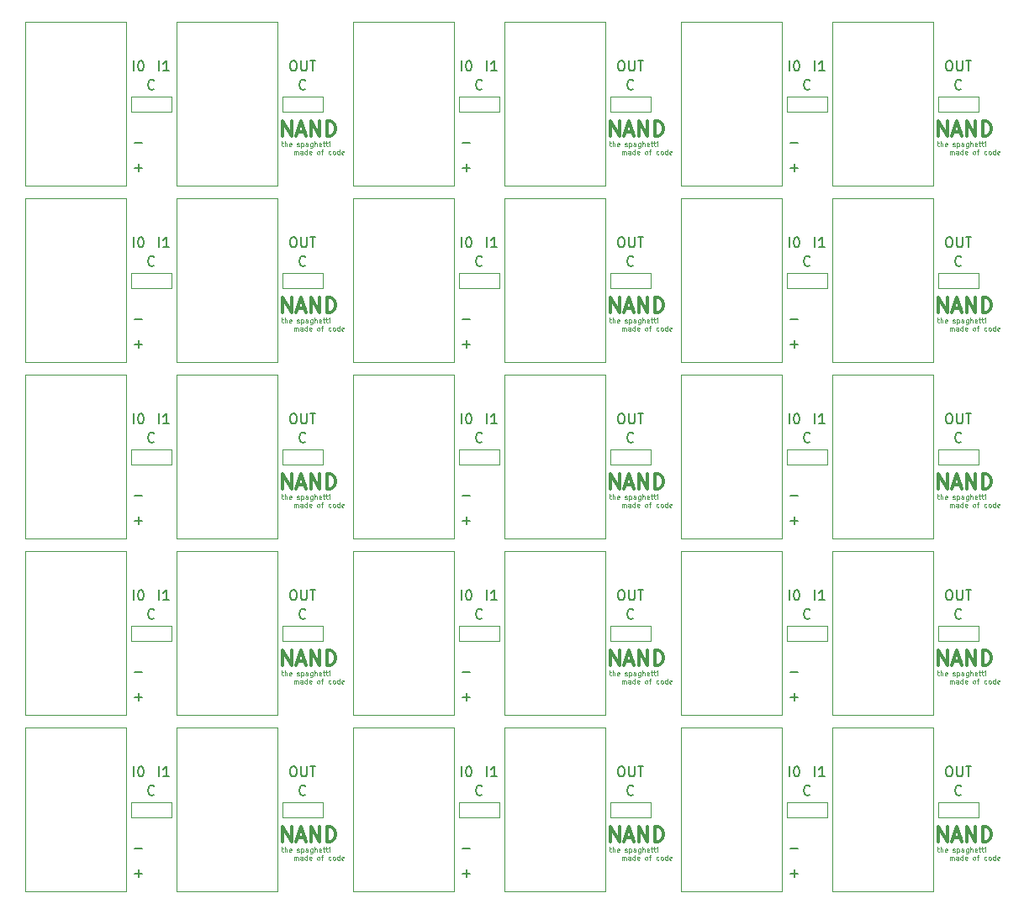
<source format=gto>
G04 #@! TF.GenerationSoftware,KiCad,Pcbnew,(5.1.6)-1*
G04 #@! TF.CreationDate,2020-06-25T08:24:29+09:00*
G04 #@! TF.ProjectId,NAND___,4e414e44-62d8-4512-9e6b-696361645f70,rev?*
G04 #@! TF.SameCoordinates,Original*
G04 #@! TF.FileFunction,Legend,Top*
G04 #@! TF.FilePolarity,Positive*
%FSLAX46Y46*%
G04 Gerber Fmt 4.6, Leading zero omitted, Abs format (unit mm)*
G04 Created by KiCad (PCBNEW (5.1.6)-1) date 2020-06-25 08:24:29*
%MOMM*%
%LPD*%
G01*
G04 APERTURE LIST*
%ADD10C,0.150000*%
%ADD11C,0.300000*%
%ADD12C,0.050000*%
%ADD13C,0.120000*%
G04 APERTURE END LIST*
D10*
X111434523Y-114022142D02*
X111386904Y-114069761D01*
X111244047Y-114117380D01*
X111148809Y-114117380D01*
X111005952Y-114069761D01*
X110910714Y-113974523D01*
X110863095Y-113879285D01*
X110815476Y-113688809D01*
X110815476Y-113545952D01*
X110863095Y-113355476D01*
X110910714Y-113260238D01*
X111005952Y-113165000D01*
X111148809Y-113117380D01*
X111244047Y-113117380D01*
X111386904Y-113165000D01*
X111434523Y-113212619D01*
X78414523Y-114022142D02*
X78366904Y-114069761D01*
X78224047Y-114117380D01*
X78128809Y-114117380D01*
X77985952Y-114069761D01*
X77890714Y-113974523D01*
X77843095Y-113879285D01*
X77795476Y-113688809D01*
X77795476Y-113545952D01*
X77843095Y-113355476D01*
X77890714Y-113260238D01*
X77985952Y-113165000D01*
X78128809Y-113117380D01*
X78224047Y-113117380D01*
X78366904Y-113165000D01*
X78414523Y-113212619D01*
X45394523Y-114022142D02*
X45346904Y-114069761D01*
X45204047Y-114117380D01*
X45108809Y-114117380D01*
X44965952Y-114069761D01*
X44870714Y-113974523D01*
X44823095Y-113879285D01*
X44775476Y-113688809D01*
X44775476Y-113545952D01*
X44823095Y-113355476D01*
X44870714Y-113260238D01*
X44965952Y-113165000D01*
X45108809Y-113117380D01*
X45204047Y-113117380D01*
X45346904Y-113165000D01*
X45394523Y-113212619D01*
X111434523Y-96242142D02*
X111386904Y-96289761D01*
X111244047Y-96337380D01*
X111148809Y-96337380D01*
X111005952Y-96289761D01*
X110910714Y-96194523D01*
X110863095Y-96099285D01*
X110815476Y-95908809D01*
X110815476Y-95765952D01*
X110863095Y-95575476D01*
X110910714Y-95480238D01*
X111005952Y-95385000D01*
X111148809Y-95337380D01*
X111244047Y-95337380D01*
X111386904Y-95385000D01*
X111434523Y-95432619D01*
X78414523Y-96242142D02*
X78366904Y-96289761D01*
X78224047Y-96337380D01*
X78128809Y-96337380D01*
X77985952Y-96289761D01*
X77890714Y-96194523D01*
X77843095Y-96099285D01*
X77795476Y-95908809D01*
X77795476Y-95765952D01*
X77843095Y-95575476D01*
X77890714Y-95480238D01*
X77985952Y-95385000D01*
X78128809Y-95337380D01*
X78224047Y-95337380D01*
X78366904Y-95385000D01*
X78414523Y-95432619D01*
X45394523Y-96242142D02*
X45346904Y-96289761D01*
X45204047Y-96337380D01*
X45108809Y-96337380D01*
X44965952Y-96289761D01*
X44870714Y-96194523D01*
X44823095Y-96099285D01*
X44775476Y-95908809D01*
X44775476Y-95765952D01*
X44823095Y-95575476D01*
X44870714Y-95480238D01*
X44965952Y-95385000D01*
X45108809Y-95337380D01*
X45204047Y-95337380D01*
X45346904Y-95385000D01*
X45394523Y-95432619D01*
X111434523Y-78462142D02*
X111386904Y-78509761D01*
X111244047Y-78557380D01*
X111148809Y-78557380D01*
X111005952Y-78509761D01*
X110910714Y-78414523D01*
X110863095Y-78319285D01*
X110815476Y-78128809D01*
X110815476Y-77985952D01*
X110863095Y-77795476D01*
X110910714Y-77700238D01*
X111005952Y-77605000D01*
X111148809Y-77557380D01*
X111244047Y-77557380D01*
X111386904Y-77605000D01*
X111434523Y-77652619D01*
X78414523Y-78462142D02*
X78366904Y-78509761D01*
X78224047Y-78557380D01*
X78128809Y-78557380D01*
X77985952Y-78509761D01*
X77890714Y-78414523D01*
X77843095Y-78319285D01*
X77795476Y-78128809D01*
X77795476Y-77985952D01*
X77843095Y-77795476D01*
X77890714Y-77700238D01*
X77985952Y-77605000D01*
X78128809Y-77557380D01*
X78224047Y-77557380D01*
X78366904Y-77605000D01*
X78414523Y-77652619D01*
X45394523Y-78462142D02*
X45346904Y-78509761D01*
X45204047Y-78557380D01*
X45108809Y-78557380D01*
X44965952Y-78509761D01*
X44870714Y-78414523D01*
X44823095Y-78319285D01*
X44775476Y-78128809D01*
X44775476Y-77985952D01*
X44823095Y-77795476D01*
X44870714Y-77700238D01*
X44965952Y-77605000D01*
X45108809Y-77557380D01*
X45204047Y-77557380D01*
X45346904Y-77605000D01*
X45394523Y-77652619D01*
X111434523Y-60682142D02*
X111386904Y-60729761D01*
X111244047Y-60777380D01*
X111148809Y-60777380D01*
X111005952Y-60729761D01*
X110910714Y-60634523D01*
X110863095Y-60539285D01*
X110815476Y-60348809D01*
X110815476Y-60205952D01*
X110863095Y-60015476D01*
X110910714Y-59920238D01*
X111005952Y-59825000D01*
X111148809Y-59777380D01*
X111244047Y-59777380D01*
X111386904Y-59825000D01*
X111434523Y-59872619D01*
X78414523Y-60682142D02*
X78366904Y-60729761D01*
X78224047Y-60777380D01*
X78128809Y-60777380D01*
X77985952Y-60729761D01*
X77890714Y-60634523D01*
X77843095Y-60539285D01*
X77795476Y-60348809D01*
X77795476Y-60205952D01*
X77843095Y-60015476D01*
X77890714Y-59920238D01*
X77985952Y-59825000D01*
X78128809Y-59777380D01*
X78224047Y-59777380D01*
X78366904Y-59825000D01*
X78414523Y-59872619D01*
X45394523Y-60682142D02*
X45346904Y-60729761D01*
X45204047Y-60777380D01*
X45108809Y-60777380D01*
X44965952Y-60729761D01*
X44870714Y-60634523D01*
X44823095Y-60539285D01*
X44775476Y-60348809D01*
X44775476Y-60205952D01*
X44823095Y-60015476D01*
X44870714Y-59920238D01*
X44965952Y-59825000D01*
X45108809Y-59777380D01*
X45204047Y-59777380D01*
X45346904Y-59825000D01*
X45394523Y-59872619D01*
X111434523Y-42902142D02*
X111386904Y-42949761D01*
X111244047Y-42997380D01*
X111148809Y-42997380D01*
X111005952Y-42949761D01*
X110910714Y-42854523D01*
X110863095Y-42759285D01*
X110815476Y-42568809D01*
X110815476Y-42425952D01*
X110863095Y-42235476D01*
X110910714Y-42140238D01*
X111005952Y-42045000D01*
X111148809Y-41997380D01*
X111244047Y-41997380D01*
X111386904Y-42045000D01*
X111434523Y-42092619D01*
X78414523Y-42902142D02*
X78366904Y-42949761D01*
X78224047Y-42997380D01*
X78128809Y-42997380D01*
X77985952Y-42949761D01*
X77890714Y-42854523D01*
X77843095Y-42759285D01*
X77795476Y-42568809D01*
X77795476Y-42425952D01*
X77843095Y-42235476D01*
X77890714Y-42140238D01*
X77985952Y-42045000D01*
X78128809Y-41997380D01*
X78224047Y-41997380D01*
X78366904Y-42045000D01*
X78414523Y-42092619D01*
X125365000Y-111212380D02*
X125555476Y-111212380D01*
X125650714Y-111260000D01*
X125745952Y-111355238D01*
X125793571Y-111545714D01*
X125793571Y-111879047D01*
X125745952Y-112069523D01*
X125650714Y-112164761D01*
X125555476Y-112212380D01*
X125365000Y-112212380D01*
X125269761Y-112164761D01*
X125174523Y-112069523D01*
X125126904Y-111879047D01*
X125126904Y-111545714D01*
X125174523Y-111355238D01*
X125269761Y-111260000D01*
X125365000Y-111212380D01*
X126222142Y-111212380D02*
X126222142Y-112021904D01*
X126269761Y-112117142D01*
X126317380Y-112164761D01*
X126412619Y-112212380D01*
X126603095Y-112212380D01*
X126698333Y-112164761D01*
X126745952Y-112117142D01*
X126793571Y-112021904D01*
X126793571Y-111212380D01*
X127126904Y-111212380D02*
X127698333Y-111212380D01*
X127412619Y-112212380D02*
X127412619Y-111212380D01*
X92345000Y-111212380D02*
X92535476Y-111212380D01*
X92630714Y-111260000D01*
X92725952Y-111355238D01*
X92773571Y-111545714D01*
X92773571Y-111879047D01*
X92725952Y-112069523D01*
X92630714Y-112164761D01*
X92535476Y-112212380D01*
X92345000Y-112212380D01*
X92249761Y-112164761D01*
X92154523Y-112069523D01*
X92106904Y-111879047D01*
X92106904Y-111545714D01*
X92154523Y-111355238D01*
X92249761Y-111260000D01*
X92345000Y-111212380D01*
X93202142Y-111212380D02*
X93202142Y-112021904D01*
X93249761Y-112117142D01*
X93297380Y-112164761D01*
X93392619Y-112212380D01*
X93583095Y-112212380D01*
X93678333Y-112164761D01*
X93725952Y-112117142D01*
X93773571Y-112021904D01*
X93773571Y-111212380D01*
X94106904Y-111212380D02*
X94678333Y-111212380D01*
X94392619Y-112212380D02*
X94392619Y-111212380D01*
X59325000Y-111212380D02*
X59515476Y-111212380D01*
X59610714Y-111260000D01*
X59705952Y-111355238D01*
X59753571Y-111545714D01*
X59753571Y-111879047D01*
X59705952Y-112069523D01*
X59610714Y-112164761D01*
X59515476Y-112212380D01*
X59325000Y-112212380D01*
X59229761Y-112164761D01*
X59134523Y-112069523D01*
X59086904Y-111879047D01*
X59086904Y-111545714D01*
X59134523Y-111355238D01*
X59229761Y-111260000D01*
X59325000Y-111212380D01*
X60182142Y-111212380D02*
X60182142Y-112021904D01*
X60229761Y-112117142D01*
X60277380Y-112164761D01*
X60372619Y-112212380D01*
X60563095Y-112212380D01*
X60658333Y-112164761D01*
X60705952Y-112117142D01*
X60753571Y-112021904D01*
X60753571Y-111212380D01*
X61086904Y-111212380D02*
X61658333Y-111212380D01*
X61372619Y-112212380D02*
X61372619Y-111212380D01*
X125365000Y-93432380D02*
X125555476Y-93432380D01*
X125650714Y-93480000D01*
X125745952Y-93575238D01*
X125793571Y-93765714D01*
X125793571Y-94099047D01*
X125745952Y-94289523D01*
X125650714Y-94384761D01*
X125555476Y-94432380D01*
X125365000Y-94432380D01*
X125269761Y-94384761D01*
X125174523Y-94289523D01*
X125126904Y-94099047D01*
X125126904Y-93765714D01*
X125174523Y-93575238D01*
X125269761Y-93480000D01*
X125365000Y-93432380D01*
X126222142Y-93432380D02*
X126222142Y-94241904D01*
X126269761Y-94337142D01*
X126317380Y-94384761D01*
X126412619Y-94432380D01*
X126603095Y-94432380D01*
X126698333Y-94384761D01*
X126745952Y-94337142D01*
X126793571Y-94241904D01*
X126793571Y-93432380D01*
X127126904Y-93432380D02*
X127698333Y-93432380D01*
X127412619Y-94432380D02*
X127412619Y-93432380D01*
X92345000Y-93432380D02*
X92535476Y-93432380D01*
X92630714Y-93480000D01*
X92725952Y-93575238D01*
X92773571Y-93765714D01*
X92773571Y-94099047D01*
X92725952Y-94289523D01*
X92630714Y-94384761D01*
X92535476Y-94432380D01*
X92345000Y-94432380D01*
X92249761Y-94384761D01*
X92154523Y-94289523D01*
X92106904Y-94099047D01*
X92106904Y-93765714D01*
X92154523Y-93575238D01*
X92249761Y-93480000D01*
X92345000Y-93432380D01*
X93202142Y-93432380D02*
X93202142Y-94241904D01*
X93249761Y-94337142D01*
X93297380Y-94384761D01*
X93392619Y-94432380D01*
X93583095Y-94432380D01*
X93678333Y-94384761D01*
X93725952Y-94337142D01*
X93773571Y-94241904D01*
X93773571Y-93432380D01*
X94106904Y-93432380D02*
X94678333Y-93432380D01*
X94392619Y-94432380D02*
X94392619Y-93432380D01*
X59325000Y-93432380D02*
X59515476Y-93432380D01*
X59610714Y-93480000D01*
X59705952Y-93575238D01*
X59753571Y-93765714D01*
X59753571Y-94099047D01*
X59705952Y-94289523D01*
X59610714Y-94384761D01*
X59515476Y-94432380D01*
X59325000Y-94432380D01*
X59229761Y-94384761D01*
X59134523Y-94289523D01*
X59086904Y-94099047D01*
X59086904Y-93765714D01*
X59134523Y-93575238D01*
X59229761Y-93480000D01*
X59325000Y-93432380D01*
X60182142Y-93432380D02*
X60182142Y-94241904D01*
X60229761Y-94337142D01*
X60277380Y-94384761D01*
X60372619Y-94432380D01*
X60563095Y-94432380D01*
X60658333Y-94384761D01*
X60705952Y-94337142D01*
X60753571Y-94241904D01*
X60753571Y-93432380D01*
X61086904Y-93432380D02*
X61658333Y-93432380D01*
X61372619Y-94432380D02*
X61372619Y-93432380D01*
X125365000Y-75652380D02*
X125555476Y-75652380D01*
X125650714Y-75700000D01*
X125745952Y-75795238D01*
X125793571Y-75985714D01*
X125793571Y-76319047D01*
X125745952Y-76509523D01*
X125650714Y-76604761D01*
X125555476Y-76652380D01*
X125365000Y-76652380D01*
X125269761Y-76604761D01*
X125174523Y-76509523D01*
X125126904Y-76319047D01*
X125126904Y-75985714D01*
X125174523Y-75795238D01*
X125269761Y-75700000D01*
X125365000Y-75652380D01*
X126222142Y-75652380D02*
X126222142Y-76461904D01*
X126269761Y-76557142D01*
X126317380Y-76604761D01*
X126412619Y-76652380D01*
X126603095Y-76652380D01*
X126698333Y-76604761D01*
X126745952Y-76557142D01*
X126793571Y-76461904D01*
X126793571Y-75652380D01*
X127126904Y-75652380D02*
X127698333Y-75652380D01*
X127412619Y-76652380D02*
X127412619Y-75652380D01*
X92345000Y-75652380D02*
X92535476Y-75652380D01*
X92630714Y-75700000D01*
X92725952Y-75795238D01*
X92773571Y-75985714D01*
X92773571Y-76319047D01*
X92725952Y-76509523D01*
X92630714Y-76604761D01*
X92535476Y-76652380D01*
X92345000Y-76652380D01*
X92249761Y-76604761D01*
X92154523Y-76509523D01*
X92106904Y-76319047D01*
X92106904Y-75985714D01*
X92154523Y-75795238D01*
X92249761Y-75700000D01*
X92345000Y-75652380D01*
X93202142Y-75652380D02*
X93202142Y-76461904D01*
X93249761Y-76557142D01*
X93297380Y-76604761D01*
X93392619Y-76652380D01*
X93583095Y-76652380D01*
X93678333Y-76604761D01*
X93725952Y-76557142D01*
X93773571Y-76461904D01*
X93773571Y-75652380D01*
X94106904Y-75652380D02*
X94678333Y-75652380D01*
X94392619Y-76652380D02*
X94392619Y-75652380D01*
X59325000Y-75652380D02*
X59515476Y-75652380D01*
X59610714Y-75700000D01*
X59705952Y-75795238D01*
X59753571Y-75985714D01*
X59753571Y-76319047D01*
X59705952Y-76509523D01*
X59610714Y-76604761D01*
X59515476Y-76652380D01*
X59325000Y-76652380D01*
X59229761Y-76604761D01*
X59134523Y-76509523D01*
X59086904Y-76319047D01*
X59086904Y-75985714D01*
X59134523Y-75795238D01*
X59229761Y-75700000D01*
X59325000Y-75652380D01*
X60182142Y-75652380D02*
X60182142Y-76461904D01*
X60229761Y-76557142D01*
X60277380Y-76604761D01*
X60372619Y-76652380D01*
X60563095Y-76652380D01*
X60658333Y-76604761D01*
X60705952Y-76557142D01*
X60753571Y-76461904D01*
X60753571Y-75652380D01*
X61086904Y-75652380D02*
X61658333Y-75652380D01*
X61372619Y-76652380D02*
X61372619Y-75652380D01*
X125365000Y-57872380D02*
X125555476Y-57872380D01*
X125650714Y-57920000D01*
X125745952Y-58015238D01*
X125793571Y-58205714D01*
X125793571Y-58539047D01*
X125745952Y-58729523D01*
X125650714Y-58824761D01*
X125555476Y-58872380D01*
X125365000Y-58872380D01*
X125269761Y-58824761D01*
X125174523Y-58729523D01*
X125126904Y-58539047D01*
X125126904Y-58205714D01*
X125174523Y-58015238D01*
X125269761Y-57920000D01*
X125365000Y-57872380D01*
X126222142Y-57872380D02*
X126222142Y-58681904D01*
X126269761Y-58777142D01*
X126317380Y-58824761D01*
X126412619Y-58872380D01*
X126603095Y-58872380D01*
X126698333Y-58824761D01*
X126745952Y-58777142D01*
X126793571Y-58681904D01*
X126793571Y-57872380D01*
X127126904Y-57872380D02*
X127698333Y-57872380D01*
X127412619Y-58872380D02*
X127412619Y-57872380D01*
X92345000Y-57872380D02*
X92535476Y-57872380D01*
X92630714Y-57920000D01*
X92725952Y-58015238D01*
X92773571Y-58205714D01*
X92773571Y-58539047D01*
X92725952Y-58729523D01*
X92630714Y-58824761D01*
X92535476Y-58872380D01*
X92345000Y-58872380D01*
X92249761Y-58824761D01*
X92154523Y-58729523D01*
X92106904Y-58539047D01*
X92106904Y-58205714D01*
X92154523Y-58015238D01*
X92249761Y-57920000D01*
X92345000Y-57872380D01*
X93202142Y-57872380D02*
X93202142Y-58681904D01*
X93249761Y-58777142D01*
X93297380Y-58824761D01*
X93392619Y-58872380D01*
X93583095Y-58872380D01*
X93678333Y-58824761D01*
X93725952Y-58777142D01*
X93773571Y-58681904D01*
X93773571Y-57872380D01*
X94106904Y-57872380D02*
X94678333Y-57872380D01*
X94392619Y-58872380D02*
X94392619Y-57872380D01*
X59325000Y-57872380D02*
X59515476Y-57872380D01*
X59610714Y-57920000D01*
X59705952Y-58015238D01*
X59753571Y-58205714D01*
X59753571Y-58539047D01*
X59705952Y-58729523D01*
X59610714Y-58824761D01*
X59515476Y-58872380D01*
X59325000Y-58872380D01*
X59229761Y-58824761D01*
X59134523Y-58729523D01*
X59086904Y-58539047D01*
X59086904Y-58205714D01*
X59134523Y-58015238D01*
X59229761Y-57920000D01*
X59325000Y-57872380D01*
X60182142Y-57872380D02*
X60182142Y-58681904D01*
X60229761Y-58777142D01*
X60277380Y-58824761D01*
X60372619Y-58872380D01*
X60563095Y-58872380D01*
X60658333Y-58824761D01*
X60705952Y-58777142D01*
X60753571Y-58681904D01*
X60753571Y-57872380D01*
X61086904Y-57872380D02*
X61658333Y-57872380D01*
X61372619Y-58872380D02*
X61372619Y-57872380D01*
X125365000Y-40092380D02*
X125555476Y-40092380D01*
X125650714Y-40140000D01*
X125745952Y-40235238D01*
X125793571Y-40425714D01*
X125793571Y-40759047D01*
X125745952Y-40949523D01*
X125650714Y-41044761D01*
X125555476Y-41092380D01*
X125365000Y-41092380D01*
X125269761Y-41044761D01*
X125174523Y-40949523D01*
X125126904Y-40759047D01*
X125126904Y-40425714D01*
X125174523Y-40235238D01*
X125269761Y-40140000D01*
X125365000Y-40092380D01*
X126222142Y-40092380D02*
X126222142Y-40901904D01*
X126269761Y-40997142D01*
X126317380Y-41044761D01*
X126412619Y-41092380D01*
X126603095Y-41092380D01*
X126698333Y-41044761D01*
X126745952Y-40997142D01*
X126793571Y-40901904D01*
X126793571Y-40092380D01*
X127126904Y-40092380D02*
X127698333Y-40092380D01*
X127412619Y-41092380D02*
X127412619Y-40092380D01*
X92345000Y-40092380D02*
X92535476Y-40092380D01*
X92630714Y-40140000D01*
X92725952Y-40235238D01*
X92773571Y-40425714D01*
X92773571Y-40759047D01*
X92725952Y-40949523D01*
X92630714Y-41044761D01*
X92535476Y-41092380D01*
X92345000Y-41092380D01*
X92249761Y-41044761D01*
X92154523Y-40949523D01*
X92106904Y-40759047D01*
X92106904Y-40425714D01*
X92154523Y-40235238D01*
X92249761Y-40140000D01*
X92345000Y-40092380D01*
X93202142Y-40092380D02*
X93202142Y-40901904D01*
X93249761Y-40997142D01*
X93297380Y-41044761D01*
X93392619Y-41092380D01*
X93583095Y-41092380D01*
X93678333Y-41044761D01*
X93725952Y-40997142D01*
X93773571Y-40901904D01*
X93773571Y-40092380D01*
X94106904Y-40092380D02*
X94678333Y-40092380D01*
X94392619Y-41092380D02*
X94392619Y-40092380D01*
X109474047Y-121991428D02*
X110235952Y-121991428D01*
X109855000Y-122372380D02*
X109855000Y-121610476D01*
X76454047Y-121991428D02*
X77215952Y-121991428D01*
X76835000Y-122372380D02*
X76835000Y-121610476D01*
X43434047Y-121991428D02*
X44195952Y-121991428D01*
X43815000Y-122372380D02*
X43815000Y-121610476D01*
X109474047Y-104211428D02*
X110235952Y-104211428D01*
X109855000Y-104592380D02*
X109855000Y-103830476D01*
X76454047Y-104211428D02*
X77215952Y-104211428D01*
X76835000Y-104592380D02*
X76835000Y-103830476D01*
X43434047Y-104211428D02*
X44195952Y-104211428D01*
X43815000Y-104592380D02*
X43815000Y-103830476D01*
X109474047Y-86431428D02*
X110235952Y-86431428D01*
X109855000Y-86812380D02*
X109855000Y-86050476D01*
X76454047Y-86431428D02*
X77215952Y-86431428D01*
X76835000Y-86812380D02*
X76835000Y-86050476D01*
X43434047Y-86431428D02*
X44195952Y-86431428D01*
X43815000Y-86812380D02*
X43815000Y-86050476D01*
X109474047Y-68651428D02*
X110235952Y-68651428D01*
X109855000Y-69032380D02*
X109855000Y-68270476D01*
X76454047Y-68651428D02*
X77215952Y-68651428D01*
X76835000Y-69032380D02*
X76835000Y-68270476D01*
X43434047Y-68651428D02*
X44195952Y-68651428D01*
X43815000Y-69032380D02*
X43815000Y-68270476D01*
X109474047Y-50871428D02*
X110235952Y-50871428D01*
X109855000Y-51252380D02*
X109855000Y-50490476D01*
X76454047Y-50871428D02*
X77215952Y-50871428D01*
X76835000Y-51252380D02*
X76835000Y-50490476D01*
X109378809Y-112212380D02*
X109378809Y-111212380D01*
X110045476Y-111212380D02*
X110140714Y-111212380D01*
X110235952Y-111260000D01*
X110283571Y-111307619D01*
X110331190Y-111402857D01*
X110378809Y-111593333D01*
X110378809Y-111831428D01*
X110331190Y-112021904D01*
X110283571Y-112117142D01*
X110235952Y-112164761D01*
X110140714Y-112212380D01*
X110045476Y-112212380D01*
X109950238Y-112164761D01*
X109902619Y-112117142D01*
X109855000Y-112021904D01*
X109807380Y-111831428D01*
X109807380Y-111593333D01*
X109855000Y-111402857D01*
X109902619Y-111307619D01*
X109950238Y-111260000D01*
X110045476Y-111212380D01*
X76358809Y-112212380D02*
X76358809Y-111212380D01*
X77025476Y-111212380D02*
X77120714Y-111212380D01*
X77215952Y-111260000D01*
X77263571Y-111307619D01*
X77311190Y-111402857D01*
X77358809Y-111593333D01*
X77358809Y-111831428D01*
X77311190Y-112021904D01*
X77263571Y-112117142D01*
X77215952Y-112164761D01*
X77120714Y-112212380D01*
X77025476Y-112212380D01*
X76930238Y-112164761D01*
X76882619Y-112117142D01*
X76835000Y-112021904D01*
X76787380Y-111831428D01*
X76787380Y-111593333D01*
X76835000Y-111402857D01*
X76882619Y-111307619D01*
X76930238Y-111260000D01*
X77025476Y-111212380D01*
X43338809Y-112212380D02*
X43338809Y-111212380D01*
X44005476Y-111212380D02*
X44100714Y-111212380D01*
X44195952Y-111260000D01*
X44243571Y-111307619D01*
X44291190Y-111402857D01*
X44338809Y-111593333D01*
X44338809Y-111831428D01*
X44291190Y-112021904D01*
X44243571Y-112117142D01*
X44195952Y-112164761D01*
X44100714Y-112212380D01*
X44005476Y-112212380D01*
X43910238Y-112164761D01*
X43862619Y-112117142D01*
X43815000Y-112021904D01*
X43767380Y-111831428D01*
X43767380Y-111593333D01*
X43815000Y-111402857D01*
X43862619Y-111307619D01*
X43910238Y-111260000D01*
X44005476Y-111212380D01*
X109378809Y-94432380D02*
X109378809Y-93432380D01*
X110045476Y-93432380D02*
X110140714Y-93432380D01*
X110235952Y-93480000D01*
X110283571Y-93527619D01*
X110331190Y-93622857D01*
X110378809Y-93813333D01*
X110378809Y-94051428D01*
X110331190Y-94241904D01*
X110283571Y-94337142D01*
X110235952Y-94384761D01*
X110140714Y-94432380D01*
X110045476Y-94432380D01*
X109950238Y-94384761D01*
X109902619Y-94337142D01*
X109855000Y-94241904D01*
X109807380Y-94051428D01*
X109807380Y-93813333D01*
X109855000Y-93622857D01*
X109902619Y-93527619D01*
X109950238Y-93480000D01*
X110045476Y-93432380D01*
X76358809Y-94432380D02*
X76358809Y-93432380D01*
X77025476Y-93432380D02*
X77120714Y-93432380D01*
X77215952Y-93480000D01*
X77263571Y-93527619D01*
X77311190Y-93622857D01*
X77358809Y-93813333D01*
X77358809Y-94051428D01*
X77311190Y-94241904D01*
X77263571Y-94337142D01*
X77215952Y-94384761D01*
X77120714Y-94432380D01*
X77025476Y-94432380D01*
X76930238Y-94384761D01*
X76882619Y-94337142D01*
X76835000Y-94241904D01*
X76787380Y-94051428D01*
X76787380Y-93813333D01*
X76835000Y-93622857D01*
X76882619Y-93527619D01*
X76930238Y-93480000D01*
X77025476Y-93432380D01*
X43338809Y-94432380D02*
X43338809Y-93432380D01*
X44005476Y-93432380D02*
X44100714Y-93432380D01*
X44195952Y-93480000D01*
X44243571Y-93527619D01*
X44291190Y-93622857D01*
X44338809Y-93813333D01*
X44338809Y-94051428D01*
X44291190Y-94241904D01*
X44243571Y-94337142D01*
X44195952Y-94384761D01*
X44100714Y-94432380D01*
X44005476Y-94432380D01*
X43910238Y-94384761D01*
X43862619Y-94337142D01*
X43815000Y-94241904D01*
X43767380Y-94051428D01*
X43767380Y-93813333D01*
X43815000Y-93622857D01*
X43862619Y-93527619D01*
X43910238Y-93480000D01*
X44005476Y-93432380D01*
X109378809Y-76652380D02*
X109378809Y-75652380D01*
X110045476Y-75652380D02*
X110140714Y-75652380D01*
X110235952Y-75700000D01*
X110283571Y-75747619D01*
X110331190Y-75842857D01*
X110378809Y-76033333D01*
X110378809Y-76271428D01*
X110331190Y-76461904D01*
X110283571Y-76557142D01*
X110235952Y-76604761D01*
X110140714Y-76652380D01*
X110045476Y-76652380D01*
X109950238Y-76604761D01*
X109902619Y-76557142D01*
X109855000Y-76461904D01*
X109807380Y-76271428D01*
X109807380Y-76033333D01*
X109855000Y-75842857D01*
X109902619Y-75747619D01*
X109950238Y-75700000D01*
X110045476Y-75652380D01*
X76358809Y-76652380D02*
X76358809Y-75652380D01*
X77025476Y-75652380D02*
X77120714Y-75652380D01*
X77215952Y-75700000D01*
X77263571Y-75747619D01*
X77311190Y-75842857D01*
X77358809Y-76033333D01*
X77358809Y-76271428D01*
X77311190Y-76461904D01*
X77263571Y-76557142D01*
X77215952Y-76604761D01*
X77120714Y-76652380D01*
X77025476Y-76652380D01*
X76930238Y-76604761D01*
X76882619Y-76557142D01*
X76835000Y-76461904D01*
X76787380Y-76271428D01*
X76787380Y-76033333D01*
X76835000Y-75842857D01*
X76882619Y-75747619D01*
X76930238Y-75700000D01*
X77025476Y-75652380D01*
X43338809Y-76652380D02*
X43338809Y-75652380D01*
X44005476Y-75652380D02*
X44100714Y-75652380D01*
X44195952Y-75700000D01*
X44243571Y-75747619D01*
X44291190Y-75842857D01*
X44338809Y-76033333D01*
X44338809Y-76271428D01*
X44291190Y-76461904D01*
X44243571Y-76557142D01*
X44195952Y-76604761D01*
X44100714Y-76652380D01*
X44005476Y-76652380D01*
X43910238Y-76604761D01*
X43862619Y-76557142D01*
X43815000Y-76461904D01*
X43767380Y-76271428D01*
X43767380Y-76033333D01*
X43815000Y-75842857D01*
X43862619Y-75747619D01*
X43910238Y-75700000D01*
X44005476Y-75652380D01*
X109378809Y-58872380D02*
X109378809Y-57872380D01*
X110045476Y-57872380D02*
X110140714Y-57872380D01*
X110235952Y-57920000D01*
X110283571Y-57967619D01*
X110331190Y-58062857D01*
X110378809Y-58253333D01*
X110378809Y-58491428D01*
X110331190Y-58681904D01*
X110283571Y-58777142D01*
X110235952Y-58824761D01*
X110140714Y-58872380D01*
X110045476Y-58872380D01*
X109950238Y-58824761D01*
X109902619Y-58777142D01*
X109855000Y-58681904D01*
X109807380Y-58491428D01*
X109807380Y-58253333D01*
X109855000Y-58062857D01*
X109902619Y-57967619D01*
X109950238Y-57920000D01*
X110045476Y-57872380D01*
X76358809Y-58872380D02*
X76358809Y-57872380D01*
X77025476Y-57872380D02*
X77120714Y-57872380D01*
X77215952Y-57920000D01*
X77263571Y-57967619D01*
X77311190Y-58062857D01*
X77358809Y-58253333D01*
X77358809Y-58491428D01*
X77311190Y-58681904D01*
X77263571Y-58777142D01*
X77215952Y-58824761D01*
X77120714Y-58872380D01*
X77025476Y-58872380D01*
X76930238Y-58824761D01*
X76882619Y-58777142D01*
X76835000Y-58681904D01*
X76787380Y-58491428D01*
X76787380Y-58253333D01*
X76835000Y-58062857D01*
X76882619Y-57967619D01*
X76930238Y-57920000D01*
X77025476Y-57872380D01*
X43338809Y-58872380D02*
X43338809Y-57872380D01*
X44005476Y-57872380D02*
X44100714Y-57872380D01*
X44195952Y-57920000D01*
X44243571Y-57967619D01*
X44291190Y-58062857D01*
X44338809Y-58253333D01*
X44338809Y-58491428D01*
X44291190Y-58681904D01*
X44243571Y-58777142D01*
X44195952Y-58824761D01*
X44100714Y-58872380D01*
X44005476Y-58872380D01*
X43910238Y-58824761D01*
X43862619Y-58777142D01*
X43815000Y-58681904D01*
X43767380Y-58491428D01*
X43767380Y-58253333D01*
X43815000Y-58062857D01*
X43862619Y-57967619D01*
X43910238Y-57920000D01*
X44005476Y-57872380D01*
X109378809Y-41092380D02*
X109378809Y-40092380D01*
X110045476Y-40092380D02*
X110140714Y-40092380D01*
X110235952Y-40140000D01*
X110283571Y-40187619D01*
X110331190Y-40282857D01*
X110378809Y-40473333D01*
X110378809Y-40711428D01*
X110331190Y-40901904D01*
X110283571Y-40997142D01*
X110235952Y-41044761D01*
X110140714Y-41092380D01*
X110045476Y-41092380D01*
X109950238Y-41044761D01*
X109902619Y-40997142D01*
X109855000Y-40901904D01*
X109807380Y-40711428D01*
X109807380Y-40473333D01*
X109855000Y-40282857D01*
X109902619Y-40187619D01*
X109950238Y-40140000D01*
X110045476Y-40092380D01*
X76358809Y-41092380D02*
X76358809Y-40092380D01*
X77025476Y-40092380D02*
X77120714Y-40092380D01*
X77215952Y-40140000D01*
X77263571Y-40187619D01*
X77311190Y-40282857D01*
X77358809Y-40473333D01*
X77358809Y-40711428D01*
X77311190Y-40901904D01*
X77263571Y-40997142D01*
X77215952Y-41044761D01*
X77120714Y-41092380D01*
X77025476Y-41092380D01*
X76930238Y-41044761D01*
X76882619Y-40997142D01*
X76835000Y-40901904D01*
X76787380Y-40711428D01*
X76787380Y-40473333D01*
X76835000Y-40282857D01*
X76882619Y-40187619D01*
X76930238Y-40140000D01*
X77025476Y-40092380D01*
D11*
X124392857Y-118788571D02*
X124392857Y-117288571D01*
X125250000Y-118788571D01*
X125250000Y-117288571D01*
X125892857Y-118360000D02*
X126607142Y-118360000D01*
X125750000Y-118788571D02*
X126250000Y-117288571D01*
X126750000Y-118788571D01*
X127250000Y-118788571D02*
X127250000Y-117288571D01*
X128107142Y-118788571D01*
X128107142Y-117288571D01*
X128821428Y-118788571D02*
X128821428Y-117288571D01*
X129178571Y-117288571D01*
X129392857Y-117360000D01*
X129535714Y-117502857D01*
X129607142Y-117645714D01*
X129678571Y-117931428D01*
X129678571Y-118145714D01*
X129607142Y-118431428D01*
X129535714Y-118574285D01*
X129392857Y-118717142D01*
X129178571Y-118788571D01*
X128821428Y-118788571D01*
X91372857Y-118788571D02*
X91372857Y-117288571D01*
X92230000Y-118788571D01*
X92230000Y-117288571D01*
X92872857Y-118360000D02*
X93587142Y-118360000D01*
X92730000Y-118788571D02*
X93230000Y-117288571D01*
X93730000Y-118788571D01*
X94230000Y-118788571D02*
X94230000Y-117288571D01*
X95087142Y-118788571D01*
X95087142Y-117288571D01*
X95801428Y-118788571D02*
X95801428Y-117288571D01*
X96158571Y-117288571D01*
X96372857Y-117360000D01*
X96515714Y-117502857D01*
X96587142Y-117645714D01*
X96658571Y-117931428D01*
X96658571Y-118145714D01*
X96587142Y-118431428D01*
X96515714Y-118574285D01*
X96372857Y-118717142D01*
X96158571Y-118788571D01*
X95801428Y-118788571D01*
X58352857Y-118788571D02*
X58352857Y-117288571D01*
X59210000Y-118788571D01*
X59210000Y-117288571D01*
X59852857Y-118360000D02*
X60567142Y-118360000D01*
X59710000Y-118788571D02*
X60210000Y-117288571D01*
X60710000Y-118788571D01*
X61210000Y-118788571D02*
X61210000Y-117288571D01*
X62067142Y-118788571D01*
X62067142Y-117288571D01*
X62781428Y-118788571D02*
X62781428Y-117288571D01*
X63138571Y-117288571D01*
X63352857Y-117360000D01*
X63495714Y-117502857D01*
X63567142Y-117645714D01*
X63638571Y-117931428D01*
X63638571Y-118145714D01*
X63567142Y-118431428D01*
X63495714Y-118574285D01*
X63352857Y-118717142D01*
X63138571Y-118788571D01*
X62781428Y-118788571D01*
X124392857Y-101008571D02*
X124392857Y-99508571D01*
X125250000Y-101008571D01*
X125250000Y-99508571D01*
X125892857Y-100580000D02*
X126607142Y-100580000D01*
X125750000Y-101008571D02*
X126250000Y-99508571D01*
X126750000Y-101008571D01*
X127250000Y-101008571D02*
X127250000Y-99508571D01*
X128107142Y-101008571D01*
X128107142Y-99508571D01*
X128821428Y-101008571D02*
X128821428Y-99508571D01*
X129178571Y-99508571D01*
X129392857Y-99580000D01*
X129535714Y-99722857D01*
X129607142Y-99865714D01*
X129678571Y-100151428D01*
X129678571Y-100365714D01*
X129607142Y-100651428D01*
X129535714Y-100794285D01*
X129392857Y-100937142D01*
X129178571Y-101008571D01*
X128821428Y-101008571D01*
X91372857Y-101008571D02*
X91372857Y-99508571D01*
X92230000Y-101008571D01*
X92230000Y-99508571D01*
X92872857Y-100580000D02*
X93587142Y-100580000D01*
X92730000Y-101008571D02*
X93230000Y-99508571D01*
X93730000Y-101008571D01*
X94230000Y-101008571D02*
X94230000Y-99508571D01*
X95087142Y-101008571D01*
X95087142Y-99508571D01*
X95801428Y-101008571D02*
X95801428Y-99508571D01*
X96158571Y-99508571D01*
X96372857Y-99580000D01*
X96515714Y-99722857D01*
X96587142Y-99865714D01*
X96658571Y-100151428D01*
X96658571Y-100365714D01*
X96587142Y-100651428D01*
X96515714Y-100794285D01*
X96372857Y-100937142D01*
X96158571Y-101008571D01*
X95801428Y-101008571D01*
X58352857Y-101008571D02*
X58352857Y-99508571D01*
X59210000Y-101008571D01*
X59210000Y-99508571D01*
X59852857Y-100580000D02*
X60567142Y-100580000D01*
X59710000Y-101008571D02*
X60210000Y-99508571D01*
X60710000Y-101008571D01*
X61210000Y-101008571D02*
X61210000Y-99508571D01*
X62067142Y-101008571D01*
X62067142Y-99508571D01*
X62781428Y-101008571D02*
X62781428Y-99508571D01*
X63138571Y-99508571D01*
X63352857Y-99580000D01*
X63495714Y-99722857D01*
X63567142Y-99865714D01*
X63638571Y-100151428D01*
X63638571Y-100365714D01*
X63567142Y-100651428D01*
X63495714Y-100794285D01*
X63352857Y-100937142D01*
X63138571Y-101008571D01*
X62781428Y-101008571D01*
X124392857Y-83228571D02*
X124392857Y-81728571D01*
X125250000Y-83228571D01*
X125250000Y-81728571D01*
X125892857Y-82800000D02*
X126607142Y-82800000D01*
X125750000Y-83228571D02*
X126250000Y-81728571D01*
X126750000Y-83228571D01*
X127250000Y-83228571D02*
X127250000Y-81728571D01*
X128107142Y-83228571D01*
X128107142Y-81728571D01*
X128821428Y-83228571D02*
X128821428Y-81728571D01*
X129178571Y-81728571D01*
X129392857Y-81800000D01*
X129535714Y-81942857D01*
X129607142Y-82085714D01*
X129678571Y-82371428D01*
X129678571Y-82585714D01*
X129607142Y-82871428D01*
X129535714Y-83014285D01*
X129392857Y-83157142D01*
X129178571Y-83228571D01*
X128821428Y-83228571D01*
X91372857Y-83228571D02*
X91372857Y-81728571D01*
X92230000Y-83228571D01*
X92230000Y-81728571D01*
X92872857Y-82800000D02*
X93587142Y-82800000D01*
X92730000Y-83228571D02*
X93230000Y-81728571D01*
X93730000Y-83228571D01*
X94230000Y-83228571D02*
X94230000Y-81728571D01*
X95087142Y-83228571D01*
X95087142Y-81728571D01*
X95801428Y-83228571D02*
X95801428Y-81728571D01*
X96158571Y-81728571D01*
X96372857Y-81800000D01*
X96515714Y-81942857D01*
X96587142Y-82085714D01*
X96658571Y-82371428D01*
X96658571Y-82585714D01*
X96587142Y-82871428D01*
X96515714Y-83014285D01*
X96372857Y-83157142D01*
X96158571Y-83228571D01*
X95801428Y-83228571D01*
X58352857Y-83228571D02*
X58352857Y-81728571D01*
X59210000Y-83228571D01*
X59210000Y-81728571D01*
X59852857Y-82800000D02*
X60567142Y-82800000D01*
X59710000Y-83228571D02*
X60210000Y-81728571D01*
X60710000Y-83228571D01*
X61210000Y-83228571D02*
X61210000Y-81728571D01*
X62067142Y-83228571D01*
X62067142Y-81728571D01*
X62781428Y-83228571D02*
X62781428Y-81728571D01*
X63138571Y-81728571D01*
X63352857Y-81800000D01*
X63495714Y-81942857D01*
X63567142Y-82085714D01*
X63638571Y-82371428D01*
X63638571Y-82585714D01*
X63567142Y-82871428D01*
X63495714Y-83014285D01*
X63352857Y-83157142D01*
X63138571Y-83228571D01*
X62781428Y-83228571D01*
X124392857Y-65448571D02*
X124392857Y-63948571D01*
X125250000Y-65448571D01*
X125250000Y-63948571D01*
X125892857Y-65020000D02*
X126607142Y-65020000D01*
X125750000Y-65448571D02*
X126250000Y-63948571D01*
X126750000Y-65448571D01*
X127250000Y-65448571D02*
X127250000Y-63948571D01*
X128107142Y-65448571D01*
X128107142Y-63948571D01*
X128821428Y-65448571D02*
X128821428Y-63948571D01*
X129178571Y-63948571D01*
X129392857Y-64020000D01*
X129535714Y-64162857D01*
X129607142Y-64305714D01*
X129678571Y-64591428D01*
X129678571Y-64805714D01*
X129607142Y-65091428D01*
X129535714Y-65234285D01*
X129392857Y-65377142D01*
X129178571Y-65448571D01*
X128821428Y-65448571D01*
X91372857Y-65448571D02*
X91372857Y-63948571D01*
X92230000Y-65448571D01*
X92230000Y-63948571D01*
X92872857Y-65020000D02*
X93587142Y-65020000D01*
X92730000Y-65448571D02*
X93230000Y-63948571D01*
X93730000Y-65448571D01*
X94230000Y-65448571D02*
X94230000Y-63948571D01*
X95087142Y-65448571D01*
X95087142Y-63948571D01*
X95801428Y-65448571D02*
X95801428Y-63948571D01*
X96158571Y-63948571D01*
X96372857Y-64020000D01*
X96515714Y-64162857D01*
X96587142Y-64305714D01*
X96658571Y-64591428D01*
X96658571Y-64805714D01*
X96587142Y-65091428D01*
X96515714Y-65234285D01*
X96372857Y-65377142D01*
X96158571Y-65448571D01*
X95801428Y-65448571D01*
X58352857Y-65448571D02*
X58352857Y-63948571D01*
X59210000Y-65448571D01*
X59210000Y-63948571D01*
X59852857Y-65020000D02*
X60567142Y-65020000D01*
X59710000Y-65448571D02*
X60210000Y-63948571D01*
X60710000Y-65448571D01*
X61210000Y-65448571D02*
X61210000Y-63948571D01*
X62067142Y-65448571D01*
X62067142Y-63948571D01*
X62781428Y-65448571D02*
X62781428Y-63948571D01*
X63138571Y-63948571D01*
X63352857Y-64020000D01*
X63495714Y-64162857D01*
X63567142Y-64305714D01*
X63638571Y-64591428D01*
X63638571Y-64805714D01*
X63567142Y-65091428D01*
X63495714Y-65234285D01*
X63352857Y-65377142D01*
X63138571Y-65448571D01*
X62781428Y-65448571D01*
X124392857Y-47668571D02*
X124392857Y-46168571D01*
X125250000Y-47668571D01*
X125250000Y-46168571D01*
X125892857Y-47240000D02*
X126607142Y-47240000D01*
X125750000Y-47668571D02*
X126250000Y-46168571D01*
X126750000Y-47668571D01*
X127250000Y-47668571D02*
X127250000Y-46168571D01*
X128107142Y-47668571D01*
X128107142Y-46168571D01*
X128821428Y-47668571D02*
X128821428Y-46168571D01*
X129178571Y-46168571D01*
X129392857Y-46240000D01*
X129535714Y-46382857D01*
X129607142Y-46525714D01*
X129678571Y-46811428D01*
X129678571Y-47025714D01*
X129607142Y-47311428D01*
X129535714Y-47454285D01*
X129392857Y-47597142D01*
X129178571Y-47668571D01*
X128821428Y-47668571D01*
X91372857Y-47668571D02*
X91372857Y-46168571D01*
X92230000Y-47668571D01*
X92230000Y-46168571D01*
X92872857Y-47240000D02*
X93587142Y-47240000D01*
X92730000Y-47668571D02*
X93230000Y-46168571D01*
X93730000Y-47668571D01*
X94230000Y-47668571D02*
X94230000Y-46168571D01*
X95087142Y-47668571D01*
X95087142Y-46168571D01*
X95801428Y-47668571D02*
X95801428Y-46168571D01*
X96158571Y-46168571D01*
X96372857Y-46240000D01*
X96515714Y-46382857D01*
X96587142Y-46525714D01*
X96658571Y-46811428D01*
X96658571Y-47025714D01*
X96587142Y-47311428D01*
X96515714Y-47454285D01*
X96372857Y-47597142D01*
X96158571Y-47668571D01*
X95801428Y-47668571D01*
D10*
X126674523Y-114022142D02*
X126626904Y-114069761D01*
X126484047Y-114117380D01*
X126388809Y-114117380D01*
X126245952Y-114069761D01*
X126150714Y-113974523D01*
X126103095Y-113879285D01*
X126055476Y-113688809D01*
X126055476Y-113545952D01*
X126103095Y-113355476D01*
X126150714Y-113260238D01*
X126245952Y-113165000D01*
X126388809Y-113117380D01*
X126484047Y-113117380D01*
X126626904Y-113165000D01*
X126674523Y-113212619D01*
X93654523Y-114022142D02*
X93606904Y-114069761D01*
X93464047Y-114117380D01*
X93368809Y-114117380D01*
X93225952Y-114069761D01*
X93130714Y-113974523D01*
X93083095Y-113879285D01*
X93035476Y-113688809D01*
X93035476Y-113545952D01*
X93083095Y-113355476D01*
X93130714Y-113260238D01*
X93225952Y-113165000D01*
X93368809Y-113117380D01*
X93464047Y-113117380D01*
X93606904Y-113165000D01*
X93654523Y-113212619D01*
X60634523Y-114022142D02*
X60586904Y-114069761D01*
X60444047Y-114117380D01*
X60348809Y-114117380D01*
X60205952Y-114069761D01*
X60110714Y-113974523D01*
X60063095Y-113879285D01*
X60015476Y-113688809D01*
X60015476Y-113545952D01*
X60063095Y-113355476D01*
X60110714Y-113260238D01*
X60205952Y-113165000D01*
X60348809Y-113117380D01*
X60444047Y-113117380D01*
X60586904Y-113165000D01*
X60634523Y-113212619D01*
X126674523Y-96242142D02*
X126626904Y-96289761D01*
X126484047Y-96337380D01*
X126388809Y-96337380D01*
X126245952Y-96289761D01*
X126150714Y-96194523D01*
X126103095Y-96099285D01*
X126055476Y-95908809D01*
X126055476Y-95765952D01*
X126103095Y-95575476D01*
X126150714Y-95480238D01*
X126245952Y-95385000D01*
X126388809Y-95337380D01*
X126484047Y-95337380D01*
X126626904Y-95385000D01*
X126674523Y-95432619D01*
X93654523Y-96242142D02*
X93606904Y-96289761D01*
X93464047Y-96337380D01*
X93368809Y-96337380D01*
X93225952Y-96289761D01*
X93130714Y-96194523D01*
X93083095Y-96099285D01*
X93035476Y-95908809D01*
X93035476Y-95765952D01*
X93083095Y-95575476D01*
X93130714Y-95480238D01*
X93225952Y-95385000D01*
X93368809Y-95337380D01*
X93464047Y-95337380D01*
X93606904Y-95385000D01*
X93654523Y-95432619D01*
X60634523Y-96242142D02*
X60586904Y-96289761D01*
X60444047Y-96337380D01*
X60348809Y-96337380D01*
X60205952Y-96289761D01*
X60110714Y-96194523D01*
X60063095Y-96099285D01*
X60015476Y-95908809D01*
X60015476Y-95765952D01*
X60063095Y-95575476D01*
X60110714Y-95480238D01*
X60205952Y-95385000D01*
X60348809Y-95337380D01*
X60444047Y-95337380D01*
X60586904Y-95385000D01*
X60634523Y-95432619D01*
X126674523Y-78462142D02*
X126626904Y-78509761D01*
X126484047Y-78557380D01*
X126388809Y-78557380D01*
X126245952Y-78509761D01*
X126150714Y-78414523D01*
X126103095Y-78319285D01*
X126055476Y-78128809D01*
X126055476Y-77985952D01*
X126103095Y-77795476D01*
X126150714Y-77700238D01*
X126245952Y-77605000D01*
X126388809Y-77557380D01*
X126484047Y-77557380D01*
X126626904Y-77605000D01*
X126674523Y-77652619D01*
X93654523Y-78462142D02*
X93606904Y-78509761D01*
X93464047Y-78557380D01*
X93368809Y-78557380D01*
X93225952Y-78509761D01*
X93130714Y-78414523D01*
X93083095Y-78319285D01*
X93035476Y-78128809D01*
X93035476Y-77985952D01*
X93083095Y-77795476D01*
X93130714Y-77700238D01*
X93225952Y-77605000D01*
X93368809Y-77557380D01*
X93464047Y-77557380D01*
X93606904Y-77605000D01*
X93654523Y-77652619D01*
X60634523Y-78462142D02*
X60586904Y-78509761D01*
X60444047Y-78557380D01*
X60348809Y-78557380D01*
X60205952Y-78509761D01*
X60110714Y-78414523D01*
X60063095Y-78319285D01*
X60015476Y-78128809D01*
X60015476Y-77985952D01*
X60063095Y-77795476D01*
X60110714Y-77700238D01*
X60205952Y-77605000D01*
X60348809Y-77557380D01*
X60444047Y-77557380D01*
X60586904Y-77605000D01*
X60634523Y-77652619D01*
X126674523Y-60682142D02*
X126626904Y-60729761D01*
X126484047Y-60777380D01*
X126388809Y-60777380D01*
X126245952Y-60729761D01*
X126150714Y-60634523D01*
X126103095Y-60539285D01*
X126055476Y-60348809D01*
X126055476Y-60205952D01*
X126103095Y-60015476D01*
X126150714Y-59920238D01*
X126245952Y-59825000D01*
X126388809Y-59777380D01*
X126484047Y-59777380D01*
X126626904Y-59825000D01*
X126674523Y-59872619D01*
X93654523Y-60682142D02*
X93606904Y-60729761D01*
X93464047Y-60777380D01*
X93368809Y-60777380D01*
X93225952Y-60729761D01*
X93130714Y-60634523D01*
X93083095Y-60539285D01*
X93035476Y-60348809D01*
X93035476Y-60205952D01*
X93083095Y-60015476D01*
X93130714Y-59920238D01*
X93225952Y-59825000D01*
X93368809Y-59777380D01*
X93464047Y-59777380D01*
X93606904Y-59825000D01*
X93654523Y-59872619D01*
X60634523Y-60682142D02*
X60586904Y-60729761D01*
X60444047Y-60777380D01*
X60348809Y-60777380D01*
X60205952Y-60729761D01*
X60110714Y-60634523D01*
X60063095Y-60539285D01*
X60015476Y-60348809D01*
X60015476Y-60205952D01*
X60063095Y-60015476D01*
X60110714Y-59920238D01*
X60205952Y-59825000D01*
X60348809Y-59777380D01*
X60444047Y-59777380D01*
X60586904Y-59825000D01*
X60634523Y-59872619D01*
X126674523Y-42902142D02*
X126626904Y-42949761D01*
X126484047Y-42997380D01*
X126388809Y-42997380D01*
X126245952Y-42949761D01*
X126150714Y-42854523D01*
X126103095Y-42759285D01*
X126055476Y-42568809D01*
X126055476Y-42425952D01*
X126103095Y-42235476D01*
X126150714Y-42140238D01*
X126245952Y-42045000D01*
X126388809Y-41997380D01*
X126484047Y-41997380D01*
X126626904Y-42045000D01*
X126674523Y-42092619D01*
X93654523Y-42902142D02*
X93606904Y-42949761D01*
X93464047Y-42997380D01*
X93368809Y-42997380D01*
X93225952Y-42949761D01*
X93130714Y-42854523D01*
X93083095Y-42759285D01*
X93035476Y-42568809D01*
X93035476Y-42425952D01*
X93083095Y-42235476D01*
X93130714Y-42140238D01*
X93225952Y-42045000D01*
X93368809Y-41997380D01*
X93464047Y-41997380D01*
X93606904Y-42045000D01*
X93654523Y-42092619D01*
X109474047Y-119451428D02*
X110235952Y-119451428D01*
X76454047Y-119451428D02*
X77215952Y-119451428D01*
X43434047Y-119451428D02*
X44195952Y-119451428D01*
X109474047Y-101671428D02*
X110235952Y-101671428D01*
X76454047Y-101671428D02*
X77215952Y-101671428D01*
X43434047Y-101671428D02*
X44195952Y-101671428D01*
X109474047Y-83891428D02*
X110235952Y-83891428D01*
X76454047Y-83891428D02*
X77215952Y-83891428D01*
X43434047Y-83891428D02*
X44195952Y-83891428D01*
X109474047Y-66111428D02*
X110235952Y-66111428D01*
X76454047Y-66111428D02*
X77215952Y-66111428D01*
X43434047Y-66111428D02*
X44195952Y-66111428D01*
X109474047Y-48331428D02*
X110235952Y-48331428D01*
X76454047Y-48331428D02*
X77215952Y-48331428D01*
D12*
X124230142Y-119507857D02*
X124420619Y-119507857D01*
X124301571Y-119341190D02*
X124301571Y-119769761D01*
X124325380Y-119817380D01*
X124373000Y-119841190D01*
X124420619Y-119841190D01*
X124587285Y-119841190D02*
X124587285Y-119341190D01*
X124801571Y-119841190D02*
X124801571Y-119579285D01*
X124777761Y-119531666D01*
X124730142Y-119507857D01*
X124658714Y-119507857D01*
X124611095Y-119531666D01*
X124587285Y-119555476D01*
X125230142Y-119817380D02*
X125182523Y-119841190D01*
X125087285Y-119841190D01*
X125039666Y-119817380D01*
X125015857Y-119769761D01*
X125015857Y-119579285D01*
X125039666Y-119531666D01*
X125087285Y-119507857D01*
X125182523Y-119507857D01*
X125230142Y-119531666D01*
X125253952Y-119579285D01*
X125253952Y-119626904D01*
X125015857Y-119674523D01*
X125825380Y-119817380D02*
X125873000Y-119841190D01*
X125968238Y-119841190D01*
X126015857Y-119817380D01*
X126039666Y-119769761D01*
X126039666Y-119745952D01*
X126015857Y-119698333D01*
X125968238Y-119674523D01*
X125896809Y-119674523D01*
X125849190Y-119650714D01*
X125825380Y-119603095D01*
X125825380Y-119579285D01*
X125849190Y-119531666D01*
X125896809Y-119507857D01*
X125968238Y-119507857D01*
X126015857Y-119531666D01*
X126253952Y-119507857D02*
X126253952Y-120007857D01*
X126253952Y-119531666D02*
X126301571Y-119507857D01*
X126396809Y-119507857D01*
X126444428Y-119531666D01*
X126468238Y-119555476D01*
X126492047Y-119603095D01*
X126492047Y-119745952D01*
X126468238Y-119793571D01*
X126444428Y-119817380D01*
X126396809Y-119841190D01*
X126301571Y-119841190D01*
X126253952Y-119817380D01*
X126920619Y-119841190D02*
X126920619Y-119579285D01*
X126896809Y-119531666D01*
X126849190Y-119507857D01*
X126753952Y-119507857D01*
X126706333Y-119531666D01*
X126920619Y-119817380D02*
X126873000Y-119841190D01*
X126753952Y-119841190D01*
X126706333Y-119817380D01*
X126682523Y-119769761D01*
X126682523Y-119722142D01*
X126706333Y-119674523D01*
X126753952Y-119650714D01*
X126873000Y-119650714D01*
X126920619Y-119626904D01*
X127373000Y-119507857D02*
X127373000Y-119912619D01*
X127349190Y-119960238D01*
X127325380Y-119984047D01*
X127277761Y-120007857D01*
X127206333Y-120007857D01*
X127158714Y-119984047D01*
X127373000Y-119817380D02*
X127325380Y-119841190D01*
X127230142Y-119841190D01*
X127182523Y-119817380D01*
X127158714Y-119793571D01*
X127134904Y-119745952D01*
X127134904Y-119603095D01*
X127158714Y-119555476D01*
X127182523Y-119531666D01*
X127230142Y-119507857D01*
X127325380Y-119507857D01*
X127373000Y-119531666D01*
X127611095Y-119841190D02*
X127611095Y-119341190D01*
X127825380Y-119841190D02*
X127825380Y-119579285D01*
X127801571Y-119531666D01*
X127753952Y-119507857D01*
X127682523Y-119507857D01*
X127634904Y-119531666D01*
X127611095Y-119555476D01*
X128253952Y-119817380D02*
X128206333Y-119841190D01*
X128111095Y-119841190D01*
X128063476Y-119817380D01*
X128039666Y-119769761D01*
X128039666Y-119579285D01*
X128063476Y-119531666D01*
X128111095Y-119507857D01*
X128206333Y-119507857D01*
X128253952Y-119531666D01*
X128277761Y-119579285D01*
X128277761Y-119626904D01*
X128039666Y-119674523D01*
X128420619Y-119507857D02*
X128611095Y-119507857D01*
X128492047Y-119341190D02*
X128492047Y-119769761D01*
X128515857Y-119817380D01*
X128563476Y-119841190D01*
X128611095Y-119841190D01*
X128706333Y-119507857D02*
X128896809Y-119507857D01*
X128777761Y-119341190D02*
X128777761Y-119769761D01*
X128801571Y-119817380D01*
X128849190Y-119841190D01*
X128896809Y-119841190D01*
X129063476Y-119841190D02*
X129063476Y-119507857D01*
X129063476Y-119341190D02*
X129039666Y-119365000D01*
X129063476Y-119388809D01*
X129087285Y-119365000D01*
X129063476Y-119341190D01*
X129063476Y-119388809D01*
X125503952Y-120641190D02*
X125503952Y-120307857D01*
X125503952Y-120355476D02*
X125527761Y-120331666D01*
X125575380Y-120307857D01*
X125646809Y-120307857D01*
X125694428Y-120331666D01*
X125718238Y-120379285D01*
X125718238Y-120641190D01*
X125718238Y-120379285D02*
X125742047Y-120331666D01*
X125789666Y-120307857D01*
X125861095Y-120307857D01*
X125908714Y-120331666D01*
X125932523Y-120379285D01*
X125932523Y-120641190D01*
X126384904Y-120641190D02*
X126384904Y-120379285D01*
X126361095Y-120331666D01*
X126313476Y-120307857D01*
X126218238Y-120307857D01*
X126170619Y-120331666D01*
X126384904Y-120617380D02*
X126337285Y-120641190D01*
X126218238Y-120641190D01*
X126170619Y-120617380D01*
X126146809Y-120569761D01*
X126146809Y-120522142D01*
X126170619Y-120474523D01*
X126218238Y-120450714D01*
X126337285Y-120450714D01*
X126384904Y-120426904D01*
X126837285Y-120641190D02*
X126837285Y-120141190D01*
X126837285Y-120617380D02*
X126789666Y-120641190D01*
X126694428Y-120641190D01*
X126646809Y-120617380D01*
X126623000Y-120593571D01*
X126599190Y-120545952D01*
X126599190Y-120403095D01*
X126623000Y-120355476D01*
X126646809Y-120331666D01*
X126694428Y-120307857D01*
X126789666Y-120307857D01*
X126837285Y-120331666D01*
X127265857Y-120617380D02*
X127218238Y-120641190D01*
X127123000Y-120641190D01*
X127075380Y-120617380D01*
X127051571Y-120569761D01*
X127051571Y-120379285D01*
X127075380Y-120331666D01*
X127123000Y-120307857D01*
X127218238Y-120307857D01*
X127265857Y-120331666D01*
X127289666Y-120379285D01*
X127289666Y-120426904D01*
X127051571Y-120474523D01*
X127956333Y-120641190D02*
X127908714Y-120617380D01*
X127884904Y-120593571D01*
X127861095Y-120545952D01*
X127861095Y-120403095D01*
X127884904Y-120355476D01*
X127908714Y-120331666D01*
X127956333Y-120307857D01*
X128027761Y-120307857D01*
X128075380Y-120331666D01*
X128099190Y-120355476D01*
X128123000Y-120403095D01*
X128123000Y-120545952D01*
X128099190Y-120593571D01*
X128075380Y-120617380D01*
X128027761Y-120641190D01*
X127956333Y-120641190D01*
X128265857Y-120307857D02*
X128456333Y-120307857D01*
X128337285Y-120641190D02*
X128337285Y-120212619D01*
X128361095Y-120165000D01*
X128408714Y-120141190D01*
X128456333Y-120141190D01*
X129218238Y-120617380D02*
X129170619Y-120641190D01*
X129075380Y-120641190D01*
X129027761Y-120617380D01*
X129003952Y-120593571D01*
X128980142Y-120545952D01*
X128980142Y-120403095D01*
X129003952Y-120355476D01*
X129027761Y-120331666D01*
X129075380Y-120307857D01*
X129170619Y-120307857D01*
X129218238Y-120331666D01*
X129503952Y-120641190D02*
X129456333Y-120617380D01*
X129432523Y-120593571D01*
X129408714Y-120545952D01*
X129408714Y-120403095D01*
X129432523Y-120355476D01*
X129456333Y-120331666D01*
X129503952Y-120307857D01*
X129575380Y-120307857D01*
X129623000Y-120331666D01*
X129646809Y-120355476D01*
X129670619Y-120403095D01*
X129670619Y-120545952D01*
X129646809Y-120593571D01*
X129623000Y-120617380D01*
X129575380Y-120641190D01*
X129503952Y-120641190D01*
X130099190Y-120641190D02*
X130099190Y-120141190D01*
X130099190Y-120617380D02*
X130051571Y-120641190D01*
X129956333Y-120641190D01*
X129908714Y-120617380D01*
X129884904Y-120593571D01*
X129861095Y-120545952D01*
X129861095Y-120403095D01*
X129884904Y-120355476D01*
X129908714Y-120331666D01*
X129956333Y-120307857D01*
X130051571Y-120307857D01*
X130099190Y-120331666D01*
X130527761Y-120617380D02*
X130480142Y-120641190D01*
X130384904Y-120641190D01*
X130337285Y-120617380D01*
X130313476Y-120569761D01*
X130313476Y-120379285D01*
X130337285Y-120331666D01*
X130384904Y-120307857D01*
X130480142Y-120307857D01*
X130527761Y-120331666D01*
X130551571Y-120379285D01*
X130551571Y-120426904D01*
X130313476Y-120474523D01*
X91210142Y-119507857D02*
X91400619Y-119507857D01*
X91281571Y-119341190D02*
X91281571Y-119769761D01*
X91305380Y-119817380D01*
X91353000Y-119841190D01*
X91400619Y-119841190D01*
X91567285Y-119841190D02*
X91567285Y-119341190D01*
X91781571Y-119841190D02*
X91781571Y-119579285D01*
X91757761Y-119531666D01*
X91710142Y-119507857D01*
X91638714Y-119507857D01*
X91591095Y-119531666D01*
X91567285Y-119555476D01*
X92210142Y-119817380D02*
X92162523Y-119841190D01*
X92067285Y-119841190D01*
X92019666Y-119817380D01*
X91995857Y-119769761D01*
X91995857Y-119579285D01*
X92019666Y-119531666D01*
X92067285Y-119507857D01*
X92162523Y-119507857D01*
X92210142Y-119531666D01*
X92233952Y-119579285D01*
X92233952Y-119626904D01*
X91995857Y-119674523D01*
X92805380Y-119817380D02*
X92853000Y-119841190D01*
X92948238Y-119841190D01*
X92995857Y-119817380D01*
X93019666Y-119769761D01*
X93019666Y-119745952D01*
X92995857Y-119698333D01*
X92948238Y-119674523D01*
X92876809Y-119674523D01*
X92829190Y-119650714D01*
X92805380Y-119603095D01*
X92805380Y-119579285D01*
X92829190Y-119531666D01*
X92876809Y-119507857D01*
X92948238Y-119507857D01*
X92995857Y-119531666D01*
X93233952Y-119507857D02*
X93233952Y-120007857D01*
X93233952Y-119531666D02*
X93281571Y-119507857D01*
X93376809Y-119507857D01*
X93424428Y-119531666D01*
X93448238Y-119555476D01*
X93472047Y-119603095D01*
X93472047Y-119745952D01*
X93448238Y-119793571D01*
X93424428Y-119817380D01*
X93376809Y-119841190D01*
X93281571Y-119841190D01*
X93233952Y-119817380D01*
X93900619Y-119841190D02*
X93900619Y-119579285D01*
X93876809Y-119531666D01*
X93829190Y-119507857D01*
X93733952Y-119507857D01*
X93686333Y-119531666D01*
X93900619Y-119817380D02*
X93853000Y-119841190D01*
X93733952Y-119841190D01*
X93686333Y-119817380D01*
X93662523Y-119769761D01*
X93662523Y-119722142D01*
X93686333Y-119674523D01*
X93733952Y-119650714D01*
X93853000Y-119650714D01*
X93900619Y-119626904D01*
X94353000Y-119507857D02*
X94353000Y-119912619D01*
X94329190Y-119960238D01*
X94305380Y-119984047D01*
X94257761Y-120007857D01*
X94186333Y-120007857D01*
X94138714Y-119984047D01*
X94353000Y-119817380D02*
X94305380Y-119841190D01*
X94210142Y-119841190D01*
X94162523Y-119817380D01*
X94138714Y-119793571D01*
X94114904Y-119745952D01*
X94114904Y-119603095D01*
X94138714Y-119555476D01*
X94162523Y-119531666D01*
X94210142Y-119507857D01*
X94305380Y-119507857D01*
X94353000Y-119531666D01*
X94591095Y-119841190D02*
X94591095Y-119341190D01*
X94805380Y-119841190D02*
X94805380Y-119579285D01*
X94781571Y-119531666D01*
X94733952Y-119507857D01*
X94662523Y-119507857D01*
X94614904Y-119531666D01*
X94591095Y-119555476D01*
X95233952Y-119817380D02*
X95186333Y-119841190D01*
X95091095Y-119841190D01*
X95043476Y-119817380D01*
X95019666Y-119769761D01*
X95019666Y-119579285D01*
X95043476Y-119531666D01*
X95091095Y-119507857D01*
X95186333Y-119507857D01*
X95233952Y-119531666D01*
X95257761Y-119579285D01*
X95257761Y-119626904D01*
X95019666Y-119674523D01*
X95400619Y-119507857D02*
X95591095Y-119507857D01*
X95472047Y-119341190D02*
X95472047Y-119769761D01*
X95495857Y-119817380D01*
X95543476Y-119841190D01*
X95591095Y-119841190D01*
X95686333Y-119507857D02*
X95876809Y-119507857D01*
X95757761Y-119341190D02*
X95757761Y-119769761D01*
X95781571Y-119817380D01*
X95829190Y-119841190D01*
X95876809Y-119841190D01*
X96043476Y-119841190D02*
X96043476Y-119507857D01*
X96043476Y-119341190D02*
X96019666Y-119365000D01*
X96043476Y-119388809D01*
X96067285Y-119365000D01*
X96043476Y-119341190D01*
X96043476Y-119388809D01*
X92483952Y-120641190D02*
X92483952Y-120307857D01*
X92483952Y-120355476D02*
X92507761Y-120331666D01*
X92555380Y-120307857D01*
X92626809Y-120307857D01*
X92674428Y-120331666D01*
X92698238Y-120379285D01*
X92698238Y-120641190D01*
X92698238Y-120379285D02*
X92722047Y-120331666D01*
X92769666Y-120307857D01*
X92841095Y-120307857D01*
X92888714Y-120331666D01*
X92912523Y-120379285D01*
X92912523Y-120641190D01*
X93364904Y-120641190D02*
X93364904Y-120379285D01*
X93341095Y-120331666D01*
X93293476Y-120307857D01*
X93198238Y-120307857D01*
X93150619Y-120331666D01*
X93364904Y-120617380D02*
X93317285Y-120641190D01*
X93198238Y-120641190D01*
X93150619Y-120617380D01*
X93126809Y-120569761D01*
X93126809Y-120522142D01*
X93150619Y-120474523D01*
X93198238Y-120450714D01*
X93317285Y-120450714D01*
X93364904Y-120426904D01*
X93817285Y-120641190D02*
X93817285Y-120141190D01*
X93817285Y-120617380D02*
X93769666Y-120641190D01*
X93674428Y-120641190D01*
X93626809Y-120617380D01*
X93603000Y-120593571D01*
X93579190Y-120545952D01*
X93579190Y-120403095D01*
X93603000Y-120355476D01*
X93626809Y-120331666D01*
X93674428Y-120307857D01*
X93769666Y-120307857D01*
X93817285Y-120331666D01*
X94245857Y-120617380D02*
X94198238Y-120641190D01*
X94103000Y-120641190D01*
X94055380Y-120617380D01*
X94031571Y-120569761D01*
X94031571Y-120379285D01*
X94055380Y-120331666D01*
X94103000Y-120307857D01*
X94198238Y-120307857D01*
X94245857Y-120331666D01*
X94269666Y-120379285D01*
X94269666Y-120426904D01*
X94031571Y-120474523D01*
X94936333Y-120641190D02*
X94888714Y-120617380D01*
X94864904Y-120593571D01*
X94841095Y-120545952D01*
X94841095Y-120403095D01*
X94864904Y-120355476D01*
X94888714Y-120331666D01*
X94936333Y-120307857D01*
X95007761Y-120307857D01*
X95055380Y-120331666D01*
X95079190Y-120355476D01*
X95103000Y-120403095D01*
X95103000Y-120545952D01*
X95079190Y-120593571D01*
X95055380Y-120617380D01*
X95007761Y-120641190D01*
X94936333Y-120641190D01*
X95245857Y-120307857D02*
X95436333Y-120307857D01*
X95317285Y-120641190D02*
X95317285Y-120212619D01*
X95341095Y-120165000D01*
X95388714Y-120141190D01*
X95436333Y-120141190D01*
X96198238Y-120617380D02*
X96150619Y-120641190D01*
X96055380Y-120641190D01*
X96007761Y-120617380D01*
X95983952Y-120593571D01*
X95960142Y-120545952D01*
X95960142Y-120403095D01*
X95983952Y-120355476D01*
X96007761Y-120331666D01*
X96055380Y-120307857D01*
X96150619Y-120307857D01*
X96198238Y-120331666D01*
X96483952Y-120641190D02*
X96436333Y-120617380D01*
X96412523Y-120593571D01*
X96388714Y-120545952D01*
X96388714Y-120403095D01*
X96412523Y-120355476D01*
X96436333Y-120331666D01*
X96483952Y-120307857D01*
X96555380Y-120307857D01*
X96603000Y-120331666D01*
X96626809Y-120355476D01*
X96650619Y-120403095D01*
X96650619Y-120545952D01*
X96626809Y-120593571D01*
X96603000Y-120617380D01*
X96555380Y-120641190D01*
X96483952Y-120641190D01*
X97079190Y-120641190D02*
X97079190Y-120141190D01*
X97079190Y-120617380D02*
X97031571Y-120641190D01*
X96936333Y-120641190D01*
X96888714Y-120617380D01*
X96864904Y-120593571D01*
X96841095Y-120545952D01*
X96841095Y-120403095D01*
X96864904Y-120355476D01*
X96888714Y-120331666D01*
X96936333Y-120307857D01*
X97031571Y-120307857D01*
X97079190Y-120331666D01*
X97507761Y-120617380D02*
X97460142Y-120641190D01*
X97364904Y-120641190D01*
X97317285Y-120617380D01*
X97293476Y-120569761D01*
X97293476Y-120379285D01*
X97317285Y-120331666D01*
X97364904Y-120307857D01*
X97460142Y-120307857D01*
X97507761Y-120331666D01*
X97531571Y-120379285D01*
X97531571Y-120426904D01*
X97293476Y-120474523D01*
X58190142Y-119507857D02*
X58380619Y-119507857D01*
X58261571Y-119341190D02*
X58261571Y-119769761D01*
X58285380Y-119817380D01*
X58333000Y-119841190D01*
X58380619Y-119841190D01*
X58547285Y-119841190D02*
X58547285Y-119341190D01*
X58761571Y-119841190D02*
X58761571Y-119579285D01*
X58737761Y-119531666D01*
X58690142Y-119507857D01*
X58618714Y-119507857D01*
X58571095Y-119531666D01*
X58547285Y-119555476D01*
X59190142Y-119817380D02*
X59142523Y-119841190D01*
X59047285Y-119841190D01*
X58999666Y-119817380D01*
X58975857Y-119769761D01*
X58975857Y-119579285D01*
X58999666Y-119531666D01*
X59047285Y-119507857D01*
X59142523Y-119507857D01*
X59190142Y-119531666D01*
X59213952Y-119579285D01*
X59213952Y-119626904D01*
X58975857Y-119674523D01*
X59785380Y-119817380D02*
X59833000Y-119841190D01*
X59928238Y-119841190D01*
X59975857Y-119817380D01*
X59999666Y-119769761D01*
X59999666Y-119745952D01*
X59975857Y-119698333D01*
X59928238Y-119674523D01*
X59856809Y-119674523D01*
X59809190Y-119650714D01*
X59785380Y-119603095D01*
X59785380Y-119579285D01*
X59809190Y-119531666D01*
X59856809Y-119507857D01*
X59928238Y-119507857D01*
X59975857Y-119531666D01*
X60213952Y-119507857D02*
X60213952Y-120007857D01*
X60213952Y-119531666D02*
X60261571Y-119507857D01*
X60356809Y-119507857D01*
X60404428Y-119531666D01*
X60428238Y-119555476D01*
X60452047Y-119603095D01*
X60452047Y-119745952D01*
X60428238Y-119793571D01*
X60404428Y-119817380D01*
X60356809Y-119841190D01*
X60261571Y-119841190D01*
X60213952Y-119817380D01*
X60880619Y-119841190D02*
X60880619Y-119579285D01*
X60856809Y-119531666D01*
X60809190Y-119507857D01*
X60713952Y-119507857D01*
X60666333Y-119531666D01*
X60880619Y-119817380D02*
X60833000Y-119841190D01*
X60713952Y-119841190D01*
X60666333Y-119817380D01*
X60642523Y-119769761D01*
X60642523Y-119722142D01*
X60666333Y-119674523D01*
X60713952Y-119650714D01*
X60833000Y-119650714D01*
X60880619Y-119626904D01*
X61333000Y-119507857D02*
X61333000Y-119912619D01*
X61309190Y-119960238D01*
X61285380Y-119984047D01*
X61237761Y-120007857D01*
X61166333Y-120007857D01*
X61118714Y-119984047D01*
X61333000Y-119817380D02*
X61285380Y-119841190D01*
X61190142Y-119841190D01*
X61142523Y-119817380D01*
X61118714Y-119793571D01*
X61094904Y-119745952D01*
X61094904Y-119603095D01*
X61118714Y-119555476D01*
X61142523Y-119531666D01*
X61190142Y-119507857D01*
X61285380Y-119507857D01*
X61333000Y-119531666D01*
X61571095Y-119841190D02*
X61571095Y-119341190D01*
X61785380Y-119841190D02*
X61785380Y-119579285D01*
X61761571Y-119531666D01*
X61713952Y-119507857D01*
X61642523Y-119507857D01*
X61594904Y-119531666D01*
X61571095Y-119555476D01*
X62213952Y-119817380D02*
X62166333Y-119841190D01*
X62071095Y-119841190D01*
X62023476Y-119817380D01*
X61999666Y-119769761D01*
X61999666Y-119579285D01*
X62023476Y-119531666D01*
X62071095Y-119507857D01*
X62166333Y-119507857D01*
X62213952Y-119531666D01*
X62237761Y-119579285D01*
X62237761Y-119626904D01*
X61999666Y-119674523D01*
X62380619Y-119507857D02*
X62571095Y-119507857D01*
X62452047Y-119341190D02*
X62452047Y-119769761D01*
X62475857Y-119817380D01*
X62523476Y-119841190D01*
X62571095Y-119841190D01*
X62666333Y-119507857D02*
X62856809Y-119507857D01*
X62737761Y-119341190D02*
X62737761Y-119769761D01*
X62761571Y-119817380D01*
X62809190Y-119841190D01*
X62856809Y-119841190D01*
X63023476Y-119841190D02*
X63023476Y-119507857D01*
X63023476Y-119341190D02*
X62999666Y-119365000D01*
X63023476Y-119388809D01*
X63047285Y-119365000D01*
X63023476Y-119341190D01*
X63023476Y-119388809D01*
X59463952Y-120641190D02*
X59463952Y-120307857D01*
X59463952Y-120355476D02*
X59487761Y-120331666D01*
X59535380Y-120307857D01*
X59606809Y-120307857D01*
X59654428Y-120331666D01*
X59678238Y-120379285D01*
X59678238Y-120641190D01*
X59678238Y-120379285D02*
X59702047Y-120331666D01*
X59749666Y-120307857D01*
X59821095Y-120307857D01*
X59868714Y-120331666D01*
X59892523Y-120379285D01*
X59892523Y-120641190D01*
X60344904Y-120641190D02*
X60344904Y-120379285D01*
X60321095Y-120331666D01*
X60273476Y-120307857D01*
X60178238Y-120307857D01*
X60130619Y-120331666D01*
X60344904Y-120617380D02*
X60297285Y-120641190D01*
X60178238Y-120641190D01*
X60130619Y-120617380D01*
X60106809Y-120569761D01*
X60106809Y-120522142D01*
X60130619Y-120474523D01*
X60178238Y-120450714D01*
X60297285Y-120450714D01*
X60344904Y-120426904D01*
X60797285Y-120641190D02*
X60797285Y-120141190D01*
X60797285Y-120617380D02*
X60749666Y-120641190D01*
X60654428Y-120641190D01*
X60606809Y-120617380D01*
X60583000Y-120593571D01*
X60559190Y-120545952D01*
X60559190Y-120403095D01*
X60583000Y-120355476D01*
X60606809Y-120331666D01*
X60654428Y-120307857D01*
X60749666Y-120307857D01*
X60797285Y-120331666D01*
X61225857Y-120617380D02*
X61178238Y-120641190D01*
X61083000Y-120641190D01*
X61035380Y-120617380D01*
X61011571Y-120569761D01*
X61011571Y-120379285D01*
X61035380Y-120331666D01*
X61083000Y-120307857D01*
X61178238Y-120307857D01*
X61225857Y-120331666D01*
X61249666Y-120379285D01*
X61249666Y-120426904D01*
X61011571Y-120474523D01*
X61916333Y-120641190D02*
X61868714Y-120617380D01*
X61844904Y-120593571D01*
X61821095Y-120545952D01*
X61821095Y-120403095D01*
X61844904Y-120355476D01*
X61868714Y-120331666D01*
X61916333Y-120307857D01*
X61987761Y-120307857D01*
X62035380Y-120331666D01*
X62059190Y-120355476D01*
X62083000Y-120403095D01*
X62083000Y-120545952D01*
X62059190Y-120593571D01*
X62035380Y-120617380D01*
X61987761Y-120641190D01*
X61916333Y-120641190D01*
X62225857Y-120307857D02*
X62416333Y-120307857D01*
X62297285Y-120641190D02*
X62297285Y-120212619D01*
X62321095Y-120165000D01*
X62368714Y-120141190D01*
X62416333Y-120141190D01*
X63178238Y-120617380D02*
X63130619Y-120641190D01*
X63035380Y-120641190D01*
X62987761Y-120617380D01*
X62963952Y-120593571D01*
X62940142Y-120545952D01*
X62940142Y-120403095D01*
X62963952Y-120355476D01*
X62987761Y-120331666D01*
X63035380Y-120307857D01*
X63130619Y-120307857D01*
X63178238Y-120331666D01*
X63463952Y-120641190D02*
X63416333Y-120617380D01*
X63392523Y-120593571D01*
X63368714Y-120545952D01*
X63368714Y-120403095D01*
X63392523Y-120355476D01*
X63416333Y-120331666D01*
X63463952Y-120307857D01*
X63535380Y-120307857D01*
X63583000Y-120331666D01*
X63606809Y-120355476D01*
X63630619Y-120403095D01*
X63630619Y-120545952D01*
X63606809Y-120593571D01*
X63583000Y-120617380D01*
X63535380Y-120641190D01*
X63463952Y-120641190D01*
X64059190Y-120641190D02*
X64059190Y-120141190D01*
X64059190Y-120617380D02*
X64011571Y-120641190D01*
X63916333Y-120641190D01*
X63868714Y-120617380D01*
X63844904Y-120593571D01*
X63821095Y-120545952D01*
X63821095Y-120403095D01*
X63844904Y-120355476D01*
X63868714Y-120331666D01*
X63916333Y-120307857D01*
X64011571Y-120307857D01*
X64059190Y-120331666D01*
X64487761Y-120617380D02*
X64440142Y-120641190D01*
X64344904Y-120641190D01*
X64297285Y-120617380D01*
X64273476Y-120569761D01*
X64273476Y-120379285D01*
X64297285Y-120331666D01*
X64344904Y-120307857D01*
X64440142Y-120307857D01*
X64487761Y-120331666D01*
X64511571Y-120379285D01*
X64511571Y-120426904D01*
X64273476Y-120474523D01*
X124230142Y-101727857D02*
X124420619Y-101727857D01*
X124301571Y-101561190D02*
X124301571Y-101989761D01*
X124325380Y-102037380D01*
X124373000Y-102061190D01*
X124420619Y-102061190D01*
X124587285Y-102061190D02*
X124587285Y-101561190D01*
X124801571Y-102061190D02*
X124801571Y-101799285D01*
X124777761Y-101751666D01*
X124730142Y-101727857D01*
X124658714Y-101727857D01*
X124611095Y-101751666D01*
X124587285Y-101775476D01*
X125230142Y-102037380D02*
X125182523Y-102061190D01*
X125087285Y-102061190D01*
X125039666Y-102037380D01*
X125015857Y-101989761D01*
X125015857Y-101799285D01*
X125039666Y-101751666D01*
X125087285Y-101727857D01*
X125182523Y-101727857D01*
X125230142Y-101751666D01*
X125253952Y-101799285D01*
X125253952Y-101846904D01*
X125015857Y-101894523D01*
X125825380Y-102037380D02*
X125873000Y-102061190D01*
X125968238Y-102061190D01*
X126015857Y-102037380D01*
X126039666Y-101989761D01*
X126039666Y-101965952D01*
X126015857Y-101918333D01*
X125968238Y-101894523D01*
X125896809Y-101894523D01*
X125849190Y-101870714D01*
X125825380Y-101823095D01*
X125825380Y-101799285D01*
X125849190Y-101751666D01*
X125896809Y-101727857D01*
X125968238Y-101727857D01*
X126015857Y-101751666D01*
X126253952Y-101727857D02*
X126253952Y-102227857D01*
X126253952Y-101751666D02*
X126301571Y-101727857D01*
X126396809Y-101727857D01*
X126444428Y-101751666D01*
X126468238Y-101775476D01*
X126492047Y-101823095D01*
X126492047Y-101965952D01*
X126468238Y-102013571D01*
X126444428Y-102037380D01*
X126396809Y-102061190D01*
X126301571Y-102061190D01*
X126253952Y-102037380D01*
X126920619Y-102061190D02*
X126920619Y-101799285D01*
X126896809Y-101751666D01*
X126849190Y-101727857D01*
X126753952Y-101727857D01*
X126706333Y-101751666D01*
X126920619Y-102037380D02*
X126873000Y-102061190D01*
X126753952Y-102061190D01*
X126706333Y-102037380D01*
X126682523Y-101989761D01*
X126682523Y-101942142D01*
X126706333Y-101894523D01*
X126753952Y-101870714D01*
X126873000Y-101870714D01*
X126920619Y-101846904D01*
X127373000Y-101727857D02*
X127373000Y-102132619D01*
X127349190Y-102180238D01*
X127325380Y-102204047D01*
X127277761Y-102227857D01*
X127206333Y-102227857D01*
X127158714Y-102204047D01*
X127373000Y-102037380D02*
X127325380Y-102061190D01*
X127230142Y-102061190D01*
X127182523Y-102037380D01*
X127158714Y-102013571D01*
X127134904Y-101965952D01*
X127134904Y-101823095D01*
X127158714Y-101775476D01*
X127182523Y-101751666D01*
X127230142Y-101727857D01*
X127325380Y-101727857D01*
X127373000Y-101751666D01*
X127611095Y-102061190D02*
X127611095Y-101561190D01*
X127825380Y-102061190D02*
X127825380Y-101799285D01*
X127801571Y-101751666D01*
X127753952Y-101727857D01*
X127682523Y-101727857D01*
X127634904Y-101751666D01*
X127611095Y-101775476D01*
X128253952Y-102037380D02*
X128206333Y-102061190D01*
X128111095Y-102061190D01*
X128063476Y-102037380D01*
X128039666Y-101989761D01*
X128039666Y-101799285D01*
X128063476Y-101751666D01*
X128111095Y-101727857D01*
X128206333Y-101727857D01*
X128253952Y-101751666D01*
X128277761Y-101799285D01*
X128277761Y-101846904D01*
X128039666Y-101894523D01*
X128420619Y-101727857D02*
X128611095Y-101727857D01*
X128492047Y-101561190D02*
X128492047Y-101989761D01*
X128515857Y-102037380D01*
X128563476Y-102061190D01*
X128611095Y-102061190D01*
X128706333Y-101727857D02*
X128896809Y-101727857D01*
X128777761Y-101561190D02*
X128777761Y-101989761D01*
X128801571Y-102037380D01*
X128849190Y-102061190D01*
X128896809Y-102061190D01*
X129063476Y-102061190D02*
X129063476Y-101727857D01*
X129063476Y-101561190D02*
X129039666Y-101585000D01*
X129063476Y-101608809D01*
X129087285Y-101585000D01*
X129063476Y-101561190D01*
X129063476Y-101608809D01*
X125503952Y-102861190D02*
X125503952Y-102527857D01*
X125503952Y-102575476D02*
X125527761Y-102551666D01*
X125575380Y-102527857D01*
X125646809Y-102527857D01*
X125694428Y-102551666D01*
X125718238Y-102599285D01*
X125718238Y-102861190D01*
X125718238Y-102599285D02*
X125742047Y-102551666D01*
X125789666Y-102527857D01*
X125861095Y-102527857D01*
X125908714Y-102551666D01*
X125932523Y-102599285D01*
X125932523Y-102861190D01*
X126384904Y-102861190D02*
X126384904Y-102599285D01*
X126361095Y-102551666D01*
X126313476Y-102527857D01*
X126218238Y-102527857D01*
X126170619Y-102551666D01*
X126384904Y-102837380D02*
X126337285Y-102861190D01*
X126218238Y-102861190D01*
X126170619Y-102837380D01*
X126146809Y-102789761D01*
X126146809Y-102742142D01*
X126170619Y-102694523D01*
X126218238Y-102670714D01*
X126337285Y-102670714D01*
X126384904Y-102646904D01*
X126837285Y-102861190D02*
X126837285Y-102361190D01*
X126837285Y-102837380D02*
X126789666Y-102861190D01*
X126694428Y-102861190D01*
X126646809Y-102837380D01*
X126623000Y-102813571D01*
X126599190Y-102765952D01*
X126599190Y-102623095D01*
X126623000Y-102575476D01*
X126646809Y-102551666D01*
X126694428Y-102527857D01*
X126789666Y-102527857D01*
X126837285Y-102551666D01*
X127265857Y-102837380D02*
X127218238Y-102861190D01*
X127123000Y-102861190D01*
X127075380Y-102837380D01*
X127051571Y-102789761D01*
X127051571Y-102599285D01*
X127075380Y-102551666D01*
X127123000Y-102527857D01*
X127218238Y-102527857D01*
X127265857Y-102551666D01*
X127289666Y-102599285D01*
X127289666Y-102646904D01*
X127051571Y-102694523D01*
X127956333Y-102861190D02*
X127908714Y-102837380D01*
X127884904Y-102813571D01*
X127861095Y-102765952D01*
X127861095Y-102623095D01*
X127884904Y-102575476D01*
X127908714Y-102551666D01*
X127956333Y-102527857D01*
X128027761Y-102527857D01*
X128075380Y-102551666D01*
X128099190Y-102575476D01*
X128123000Y-102623095D01*
X128123000Y-102765952D01*
X128099190Y-102813571D01*
X128075380Y-102837380D01*
X128027761Y-102861190D01*
X127956333Y-102861190D01*
X128265857Y-102527857D02*
X128456333Y-102527857D01*
X128337285Y-102861190D02*
X128337285Y-102432619D01*
X128361095Y-102385000D01*
X128408714Y-102361190D01*
X128456333Y-102361190D01*
X129218238Y-102837380D02*
X129170619Y-102861190D01*
X129075380Y-102861190D01*
X129027761Y-102837380D01*
X129003952Y-102813571D01*
X128980142Y-102765952D01*
X128980142Y-102623095D01*
X129003952Y-102575476D01*
X129027761Y-102551666D01*
X129075380Y-102527857D01*
X129170619Y-102527857D01*
X129218238Y-102551666D01*
X129503952Y-102861190D02*
X129456333Y-102837380D01*
X129432523Y-102813571D01*
X129408714Y-102765952D01*
X129408714Y-102623095D01*
X129432523Y-102575476D01*
X129456333Y-102551666D01*
X129503952Y-102527857D01*
X129575380Y-102527857D01*
X129623000Y-102551666D01*
X129646809Y-102575476D01*
X129670619Y-102623095D01*
X129670619Y-102765952D01*
X129646809Y-102813571D01*
X129623000Y-102837380D01*
X129575380Y-102861190D01*
X129503952Y-102861190D01*
X130099190Y-102861190D02*
X130099190Y-102361190D01*
X130099190Y-102837380D02*
X130051571Y-102861190D01*
X129956333Y-102861190D01*
X129908714Y-102837380D01*
X129884904Y-102813571D01*
X129861095Y-102765952D01*
X129861095Y-102623095D01*
X129884904Y-102575476D01*
X129908714Y-102551666D01*
X129956333Y-102527857D01*
X130051571Y-102527857D01*
X130099190Y-102551666D01*
X130527761Y-102837380D02*
X130480142Y-102861190D01*
X130384904Y-102861190D01*
X130337285Y-102837380D01*
X130313476Y-102789761D01*
X130313476Y-102599285D01*
X130337285Y-102551666D01*
X130384904Y-102527857D01*
X130480142Y-102527857D01*
X130527761Y-102551666D01*
X130551571Y-102599285D01*
X130551571Y-102646904D01*
X130313476Y-102694523D01*
X91210142Y-101727857D02*
X91400619Y-101727857D01*
X91281571Y-101561190D02*
X91281571Y-101989761D01*
X91305380Y-102037380D01*
X91353000Y-102061190D01*
X91400619Y-102061190D01*
X91567285Y-102061190D02*
X91567285Y-101561190D01*
X91781571Y-102061190D02*
X91781571Y-101799285D01*
X91757761Y-101751666D01*
X91710142Y-101727857D01*
X91638714Y-101727857D01*
X91591095Y-101751666D01*
X91567285Y-101775476D01*
X92210142Y-102037380D02*
X92162523Y-102061190D01*
X92067285Y-102061190D01*
X92019666Y-102037380D01*
X91995857Y-101989761D01*
X91995857Y-101799285D01*
X92019666Y-101751666D01*
X92067285Y-101727857D01*
X92162523Y-101727857D01*
X92210142Y-101751666D01*
X92233952Y-101799285D01*
X92233952Y-101846904D01*
X91995857Y-101894523D01*
X92805380Y-102037380D02*
X92853000Y-102061190D01*
X92948238Y-102061190D01*
X92995857Y-102037380D01*
X93019666Y-101989761D01*
X93019666Y-101965952D01*
X92995857Y-101918333D01*
X92948238Y-101894523D01*
X92876809Y-101894523D01*
X92829190Y-101870714D01*
X92805380Y-101823095D01*
X92805380Y-101799285D01*
X92829190Y-101751666D01*
X92876809Y-101727857D01*
X92948238Y-101727857D01*
X92995857Y-101751666D01*
X93233952Y-101727857D02*
X93233952Y-102227857D01*
X93233952Y-101751666D02*
X93281571Y-101727857D01*
X93376809Y-101727857D01*
X93424428Y-101751666D01*
X93448238Y-101775476D01*
X93472047Y-101823095D01*
X93472047Y-101965952D01*
X93448238Y-102013571D01*
X93424428Y-102037380D01*
X93376809Y-102061190D01*
X93281571Y-102061190D01*
X93233952Y-102037380D01*
X93900619Y-102061190D02*
X93900619Y-101799285D01*
X93876809Y-101751666D01*
X93829190Y-101727857D01*
X93733952Y-101727857D01*
X93686333Y-101751666D01*
X93900619Y-102037380D02*
X93853000Y-102061190D01*
X93733952Y-102061190D01*
X93686333Y-102037380D01*
X93662523Y-101989761D01*
X93662523Y-101942142D01*
X93686333Y-101894523D01*
X93733952Y-101870714D01*
X93853000Y-101870714D01*
X93900619Y-101846904D01*
X94353000Y-101727857D02*
X94353000Y-102132619D01*
X94329190Y-102180238D01*
X94305380Y-102204047D01*
X94257761Y-102227857D01*
X94186333Y-102227857D01*
X94138714Y-102204047D01*
X94353000Y-102037380D02*
X94305380Y-102061190D01*
X94210142Y-102061190D01*
X94162523Y-102037380D01*
X94138714Y-102013571D01*
X94114904Y-101965952D01*
X94114904Y-101823095D01*
X94138714Y-101775476D01*
X94162523Y-101751666D01*
X94210142Y-101727857D01*
X94305380Y-101727857D01*
X94353000Y-101751666D01*
X94591095Y-102061190D02*
X94591095Y-101561190D01*
X94805380Y-102061190D02*
X94805380Y-101799285D01*
X94781571Y-101751666D01*
X94733952Y-101727857D01*
X94662523Y-101727857D01*
X94614904Y-101751666D01*
X94591095Y-101775476D01*
X95233952Y-102037380D02*
X95186333Y-102061190D01*
X95091095Y-102061190D01*
X95043476Y-102037380D01*
X95019666Y-101989761D01*
X95019666Y-101799285D01*
X95043476Y-101751666D01*
X95091095Y-101727857D01*
X95186333Y-101727857D01*
X95233952Y-101751666D01*
X95257761Y-101799285D01*
X95257761Y-101846904D01*
X95019666Y-101894523D01*
X95400619Y-101727857D02*
X95591095Y-101727857D01*
X95472047Y-101561190D02*
X95472047Y-101989761D01*
X95495857Y-102037380D01*
X95543476Y-102061190D01*
X95591095Y-102061190D01*
X95686333Y-101727857D02*
X95876809Y-101727857D01*
X95757761Y-101561190D02*
X95757761Y-101989761D01*
X95781571Y-102037380D01*
X95829190Y-102061190D01*
X95876809Y-102061190D01*
X96043476Y-102061190D02*
X96043476Y-101727857D01*
X96043476Y-101561190D02*
X96019666Y-101585000D01*
X96043476Y-101608809D01*
X96067285Y-101585000D01*
X96043476Y-101561190D01*
X96043476Y-101608809D01*
X92483952Y-102861190D02*
X92483952Y-102527857D01*
X92483952Y-102575476D02*
X92507761Y-102551666D01*
X92555380Y-102527857D01*
X92626809Y-102527857D01*
X92674428Y-102551666D01*
X92698238Y-102599285D01*
X92698238Y-102861190D01*
X92698238Y-102599285D02*
X92722047Y-102551666D01*
X92769666Y-102527857D01*
X92841095Y-102527857D01*
X92888714Y-102551666D01*
X92912523Y-102599285D01*
X92912523Y-102861190D01*
X93364904Y-102861190D02*
X93364904Y-102599285D01*
X93341095Y-102551666D01*
X93293476Y-102527857D01*
X93198238Y-102527857D01*
X93150619Y-102551666D01*
X93364904Y-102837380D02*
X93317285Y-102861190D01*
X93198238Y-102861190D01*
X93150619Y-102837380D01*
X93126809Y-102789761D01*
X93126809Y-102742142D01*
X93150619Y-102694523D01*
X93198238Y-102670714D01*
X93317285Y-102670714D01*
X93364904Y-102646904D01*
X93817285Y-102861190D02*
X93817285Y-102361190D01*
X93817285Y-102837380D02*
X93769666Y-102861190D01*
X93674428Y-102861190D01*
X93626809Y-102837380D01*
X93603000Y-102813571D01*
X93579190Y-102765952D01*
X93579190Y-102623095D01*
X93603000Y-102575476D01*
X93626809Y-102551666D01*
X93674428Y-102527857D01*
X93769666Y-102527857D01*
X93817285Y-102551666D01*
X94245857Y-102837380D02*
X94198238Y-102861190D01*
X94103000Y-102861190D01*
X94055380Y-102837380D01*
X94031571Y-102789761D01*
X94031571Y-102599285D01*
X94055380Y-102551666D01*
X94103000Y-102527857D01*
X94198238Y-102527857D01*
X94245857Y-102551666D01*
X94269666Y-102599285D01*
X94269666Y-102646904D01*
X94031571Y-102694523D01*
X94936333Y-102861190D02*
X94888714Y-102837380D01*
X94864904Y-102813571D01*
X94841095Y-102765952D01*
X94841095Y-102623095D01*
X94864904Y-102575476D01*
X94888714Y-102551666D01*
X94936333Y-102527857D01*
X95007761Y-102527857D01*
X95055380Y-102551666D01*
X95079190Y-102575476D01*
X95103000Y-102623095D01*
X95103000Y-102765952D01*
X95079190Y-102813571D01*
X95055380Y-102837380D01*
X95007761Y-102861190D01*
X94936333Y-102861190D01*
X95245857Y-102527857D02*
X95436333Y-102527857D01*
X95317285Y-102861190D02*
X95317285Y-102432619D01*
X95341095Y-102385000D01*
X95388714Y-102361190D01*
X95436333Y-102361190D01*
X96198238Y-102837380D02*
X96150619Y-102861190D01*
X96055380Y-102861190D01*
X96007761Y-102837380D01*
X95983952Y-102813571D01*
X95960142Y-102765952D01*
X95960142Y-102623095D01*
X95983952Y-102575476D01*
X96007761Y-102551666D01*
X96055380Y-102527857D01*
X96150619Y-102527857D01*
X96198238Y-102551666D01*
X96483952Y-102861190D02*
X96436333Y-102837380D01*
X96412523Y-102813571D01*
X96388714Y-102765952D01*
X96388714Y-102623095D01*
X96412523Y-102575476D01*
X96436333Y-102551666D01*
X96483952Y-102527857D01*
X96555380Y-102527857D01*
X96603000Y-102551666D01*
X96626809Y-102575476D01*
X96650619Y-102623095D01*
X96650619Y-102765952D01*
X96626809Y-102813571D01*
X96603000Y-102837380D01*
X96555380Y-102861190D01*
X96483952Y-102861190D01*
X97079190Y-102861190D02*
X97079190Y-102361190D01*
X97079190Y-102837380D02*
X97031571Y-102861190D01*
X96936333Y-102861190D01*
X96888714Y-102837380D01*
X96864904Y-102813571D01*
X96841095Y-102765952D01*
X96841095Y-102623095D01*
X96864904Y-102575476D01*
X96888714Y-102551666D01*
X96936333Y-102527857D01*
X97031571Y-102527857D01*
X97079190Y-102551666D01*
X97507761Y-102837380D02*
X97460142Y-102861190D01*
X97364904Y-102861190D01*
X97317285Y-102837380D01*
X97293476Y-102789761D01*
X97293476Y-102599285D01*
X97317285Y-102551666D01*
X97364904Y-102527857D01*
X97460142Y-102527857D01*
X97507761Y-102551666D01*
X97531571Y-102599285D01*
X97531571Y-102646904D01*
X97293476Y-102694523D01*
X58190142Y-101727857D02*
X58380619Y-101727857D01*
X58261571Y-101561190D02*
X58261571Y-101989761D01*
X58285380Y-102037380D01*
X58333000Y-102061190D01*
X58380619Y-102061190D01*
X58547285Y-102061190D02*
X58547285Y-101561190D01*
X58761571Y-102061190D02*
X58761571Y-101799285D01*
X58737761Y-101751666D01*
X58690142Y-101727857D01*
X58618714Y-101727857D01*
X58571095Y-101751666D01*
X58547285Y-101775476D01*
X59190142Y-102037380D02*
X59142523Y-102061190D01*
X59047285Y-102061190D01*
X58999666Y-102037380D01*
X58975857Y-101989761D01*
X58975857Y-101799285D01*
X58999666Y-101751666D01*
X59047285Y-101727857D01*
X59142523Y-101727857D01*
X59190142Y-101751666D01*
X59213952Y-101799285D01*
X59213952Y-101846904D01*
X58975857Y-101894523D01*
X59785380Y-102037380D02*
X59833000Y-102061190D01*
X59928238Y-102061190D01*
X59975857Y-102037380D01*
X59999666Y-101989761D01*
X59999666Y-101965952D01*
X59975857Y-101918333D01*
X59928238Y-101894523D01*
X59856809Y-101894523D01*
X59809190Y-101870714D01*
X59785380Y-101823095D01*
X59785380Y-101799285D01*
X59809190Y-101751666D01*
X59856809Y-101727857D01*
X59928238Y-101727857D01*
X59975857Y-101751666D01*
X60213952Y-101727857D02*
X60213952Y-102227857D01*
X60213952Y-101751666D02*
X60261571Y-101727857D01*
X60356809Y-101727857D01*
X60404428Y-101751666D01*
X60428238Y-101775476D01*
X60452047Y-101823095D01*
X60452047Y-101965952D01*
X60428238Y-102013571D01*
X60404428Y-102037380D01*
X60356809Y-102061190D01*
X60261571Y-102061190D01*
X60213952Y-102037380D01*
X60880619Y-102061190D02*
X60880619Y-101799285D01*
X60856809Y-101751666D01*
X60809190Y-101727857D01*
X60713952Y-101727857D01*
X60666333Y-101751666D01*
X60880619Y-102037380D02*
X60833000Y-102061190D01*
X60713952Y-102061190D01*
X60666333Y-102037380D01*
X60642523Y-101989761D01*
X60642523Y-101942142D01*
X60666333Y-101894523D01*
X60713952Y-101870714D01*
X60833000Y-101870714D01*
X60880619Y-101846904D01*
X61333000Y-101727857D02*
X61333000Y-102132619D01*
X61309190Y-102180238D01*
X61285380Y-102204047D01*
X61237761Y-102227857D01*
X61166333Y-102227857D01*
X61118714Y-102204047D01*
X61333000Y-102037380D02*
X61285380Y-102061190D01*
X61190142Y-102061190D01*
X61142523Y-102037380D01*
X61118714Y-102013571D01*
X61094904Y-101965952D01*
X61094904Y-101823095D01*
X61118714Y-101775476D01*
X61142523Y-101751666D01*
X61190142Y-101727857D01*
X61285380Y-101727857D01*
X61333000Y-101751666D01*
X61571095Y-102061190D02*
X61571095Y-101561190D01*
X61785380Y-102061190D02*
X61785380Y-101799285D01*
X61761571Y-101751666D01*
X61713952Y-101727857D01*
X61642523Y-101727857D01*
X61594904Y-101751666D01*
X61571095Y-101775476D01*
X62213952Y-102037380D02*
X62166333Y-102061190D01*
X62071095Y-102061190D01*
X62023476Y-102037380D01*
X61999666Y-101989761D01*
X61999666Y-101799285D01*
X62023476Y-101751666D01*
X62071095Y-101727857D01*
X62166333Y-101727857D01*
X62213952Y-101751666D01*
X62237761Y-101799285D01*
X62237761Y-101846904D01*
X61999666Y-101894523D01*
X62380619Y-101727857D02*
X62571095Y-101727857D01*
X62452047Y-101561190D02*
X62452047Y-101989761D01*
X62475857Y-102037380D01*
X62523476Y-102061190D01*
X62571095Y-102061190D01*
X62666333Y-101727857D02*
X62856809Y-101727857D01*
X62737761Y-101561190D02*
X62737761Y-101989761D01*
X62761571Y-102037380D01*
X62809190Y-102061190D01*
X62856809Y-102061190D01*
X63023476Y-102061190D02*
X63023476Y-101727857D01*
X63023476Y-101561190D02*
X62999666Y-101585000D01*
X63023476Y-101608809D01*
X63047285Y-101585000D01*
X63023476Y-101561190D01*
X63023476Y-101608809D01*
X59463952Y-102861190D02*
X59463952Y-102527857D01*
X59463952Y-102575476D02*
X59487761Y-102551666D01*
X59535380Y-102527857D01*
X59606809Y-102527857D01*
X59654428Y-102551666D01*
X59678238Y-102599285D01*
X59678238Y-102861190D01*
X59678238Y-102599285D02*
X59702047Y-102551666D01*
X59749666Y-102527857D01*
X59821095Y-102527857D01*
X59868714Y-102551666D01*
X59892523Y-102599285D01*
X59892523Y-102861190D01*
X60344904Y-102861190D02*
X60344904Y-102599285D01*
X60321095Y-102551666D01*
X60273476Y-102527857D01*
X60178238Y-102527857D01*
X60130619Y-102551666D01*
X60344904Y-102837380D02*
X60297285Y-102861190D01*
X60178238Y-102861190D01*
X60130619Y-102837380D01*
X60106809Y-102789761D01*
X60106809Y-102742142D01*
X60130619Y-102694523D01*
X60178238Y-102670714D01*
X60297285Y-102670714D01*
X60344904Y-102646904D01*
X60797285Y-102861190D02*
X60797285Y-102361190D01*
X60797285Y-102837380D02*
X60749666Y-102861190D01*
X60654428Y-102861190D01*
X60606809Y-102837380D01*
X60583000Y-102813571D01*
X60559190Y-102765952D01*
X60559190Y-102623095D01*
X60583000Y-102575476D01*
X60606809Y-102551666D01*
X60654428Y-102527857D01*
X60749666Y-102527857D01*
X60797285Y-102551666D01*
X61225857Y-102837380D02*
X61178238Y-102861190D01*
X61083000Y-102861190D01*
X61035380Y-102837380D01*
X61011571Y-102789761D01*
X61011571Y-102599285D01*
X61035380Y-102551666D01*
X61083000Y-102527857D01*
X61178238Y-102527857D01*
X61225857Y-102551666D01*
X61249666Y-102599285D01*
X61249666Y-102646904D01*
X61011571Y-102694523D01*
X61916333Y-102861190D02*
X61868714Y-102837380D01*
X61844904Y-102813571D01*
X61821095Y-102765952D01*
X61821095Y-102623095D01*
X61844904Y-102575476D01*
X61868714Y-102551666D01*
X61916333Y-102527857D01*
X61987761Y-102527857D01*
X62035380Y-102551666D01*
X62059190Y-102575476D01*
X62083000Y-102623095D01*
X62083000Y-102765952D01*
X62059190Y-102813571D01*
X62035380Y-102837380D01*
X61987761Y-102861190D01*
X61916333Y-102861190D01*
X62225857Y-102527857D02*
X62416333Y-102527857D01*
X62297285Y-102861190D02*
X62297285Y-102432619D01*
X62321095Y-102385000D01*
X62368714Y-102361190D01*
X62416333Y-102361190D01*
X63178238Y-102837380D02*
X63130619Y-102861190D01*
X63035380Y-102861190D01*
X62987761Y-102837380D01*
X62963952Y-102813571D01*
X62940142Y-102765952D01*
X62940142Y-102623095D01*
X62963952Y-102575476D01*
X62987761Y-102551666D01*
X63035380Y-102527857D01*
X63130619Y-102527857D01*
X63178238Y-102551666D01*
X63463952Y-102861190D02*
X63416333Y-102837380D01*
X63392523Y-102813571D01*
X63368714Y-102765952D01*
X63368714Y-102623095D01*
X63392523Y-102575476D01*
X63416333Y-102551666D01*
X63463952Y-102527857D01*
X63535380Y-102527857D01*
X63583000Y-102551666D01*
X63606809Y-102575476D01*
X63630619Y-102623095D01*
X63630619Y-102765952D01*
X63606809Y-102813571D01*
X63583000Y-102837380D01*
X63535380Y-102861190D01*
X63463952Y-102861190D01*
X64059190Y-102861190D02*
X64059190Y-102361190D01*
X64059190Y-102837380D02*
X64011571Y-102861190D01*
X63916333Y-102861190D01*
X63868714Y-102837380D01*
X63844904Y-102813571D01*
X63821095Y-102765952D01*
X63821095Y-102623095D01*
X63844904Y-102575476D01*
X63868714Y-102551666D01*
X63916333Y-102527857D01*
X64011571Y-102527857D01*
X64059190Y-102551666D01*
X64487761Y-102837380D02*
X64440142Y-102861190D01*
X64344904Y-102861190D01*
X64297285Y-102837380D01*
X64273476Y-102789761D01*
X64273476Y-102599285D01*
X64297285Y-102551666D01*
X64344904Y-102527857D01*
X64440142Y-102527857D01*
X64487761Y-102551666D01*
X64511571Y-102599285D01*
X64511571Y-102646904D01*
X64273476Y-102694523D01*
X124230142Y-83947857D02*
X124420619Y-83947857D01*
X124301571Y-83781190D02*
X124301571Y-84209761D01*
X124325380Y-84257380D01*
X124373000Y-84281190D01*
X124420619Y-84281190D01*
X124587285Y-84281190D02*
X124587285Y-83781190D01*
X124801571Y-84281190D02*
X124801571Y-84019285D01*
X124777761Y-83971666D01*
X124730142Y-83947857D01*
X124658714Y-83947857D01*
X124611095Y-83971666D01*
X124587285Y-83995476D01*
X125230142Y-84257380D02*
X125182523Y-84281190D01*
X125087285Y-84281190D01*
X125039666Y-84257380D01*
X125015857Y-84209761D01*
X125015857Y-84019285D01*
X125039666Y-83971666D01*
X125087285Y-83947857D01*
X125182523Y-83947857D01*
X125230142Y-83971666D01*
X125253952Y-84019285D01*
X125253952Y-84066904D01*
X125015857Y-84114523D01*
X125825380Y-84257380D02*
X125873000Y-84281190D01*
X125968238Y-84281190D01*
X126015857Y-84257380D01*
X126039666Y-84209761D01*
X126039666Y-84185952D01*
X126015857Y-84138333D01*
X125968238Y-84114523D01*
X125896809Y-84114523D01*
X125849190Y-84090714D01*
X125825380Y-84043095D01*
X125825380Y-84019285D01*
X125849190Y-83971666D01*
X125896809Y-83947857D01*
X125968238Y-83947857D01*
X126015857Y-83971666D01*
X126253952Y-83947857D02*
X126253952Y-84447857D01*
X126253952Y-83971666D02*
X126301571Y-83947857D01*
X126396809Y-83947857D01*
X126444428Y-83971666D01*
X126468238Y-83995476D01*
X126492047Y-84043095D01*
X126492047Y-84185952D01*
X126468238Y-84233571D01*
X126444428Y-84257380D01*
X126396809Y-84281190D01*
X126301571Y-84281190D01*
X126253952Y-84257380D01*
X126920619Y-84281190D02*
X126920619Y-84019285D01*
X126896809Y-83971666D01*
X126849190Y-83947857D01*
X126753952Y-83947857D01*
X126706333Y-83971666D01*
X126920619Y-84257380D02*
X126873000Y-84281190D01*
X126753952Y-84281190D01*
X126706333Y-84257380D01*
X126682523Y-84209761D01*
X126682523Y-84162142D01*
X126706333Y-84114523D01*
X126753952Y-84090714D01*
X126873000Y-84090714D01*
X126920619Y-84066904D01*
X127373000Y-83947857D02*
X127373000Y-84352619D01*
X127349190Y-84400238D01*
X127325380Y-84424047D01*
X127277761Y-84447857D01*
X127206333Y-84447857D01*
X127158714Y-84424047D01*
X127373000Y-84257380D02*
X127325380Y-84281190D01*
X127230142Y-84281190D01*
X127182523Y-84257380D01*
X127158714Y-84233571D01*
X127134904Y-84185952D01*
X127134904Y-84043095D01*
X127158714Y-83995476D01*
X127182523Y-83971666D01*
X127230142Y-83947857D01*
X127325380Y-83947857D01*
X127373000Y-83971666D01*
X127611095Y-84281190D02*
X127611095Y-83781190D01*
X127825380Y-84281190D02*
X127825380Y-84019285D01*
X127801571Y-83971666D01*
X127753952Y-83947857D01*
X127682523Y-83947857D01*
X127634904Y-83971666D01*
X127611095Y-83995476D01*
X128253952Y-84257380D02*
X128206333Y-84281190D01*
X128111095Y-84281190D01*
X128063476Y-84257380D01*
X128039666Y-84209761D01*
X128039666Y-84019285D01*
X128063476Y-83971666D01*
X128111095Y-83947857D01*
X128206333Y-83947857D01*
X128253952Y-83971666D01*
X128277761Y-84019285D01*
X128277761Y-84066904D01*
X128039666Y-84114523D01*
X128420619Y-83947857D02*
X128611095Y-83947857D01*
X128492047Y-83781190D02*
X128492047Y-84209761D01*
X128515857Y-84257380D01*
X128563476Y-84281190D01*
X128611095Y-84281190D01*
X128706333Y-83947857D02*
X128896809Y-83947857D01*
X128777761Y-83781190D02*
X128777761Y-84209761D01*
X128801571Y-84257380D01*
X128849190Y-84281190D01*
X128896809Y-84281190D01*
X129063476Y-84281190D02*
X129063476Y-83947857D01*
X129063476Y-83781190D02*
X129039666Y-83805000D01*
X129063476Y-83828809D01*
X129087285Y-83805000D01*
X129063476Y-83781190D01*
X129063476Y-83828809D01*
X125503952Y-85081190D02*
X125503952Y-84747857D01*
X125503952Y-84795476D02*
X125527761Y-84771666D01*
X125575380Y-84747857D01*
X125646809Y-84747857D01*
X125694428Y-84771666D01*
X125718238Y-84819285D01*
X125718238Y-85081190D01*
X125718238Y-84819285D02*
X125742047Y-84771666D01*
X125789666Y-84747857D01*
X125861095Y-84747857D01*
X125908714Y-84771666D01*
X125932523Y-84819285D01*
X125932523Y-85081190D01*
X126384904Y-85081190D02*
X126384904Y-84819285D01*
X126361095Y-84771666D01*
X126313476Y-84747857D01*
X126218238Y-84747857D01*
X126170619Y-84771666D01*
X126384904Y-85057380D02*
X126337285Y-85081190D01*
X126218238Y-85081190D01*
X126170619Y-85057380D01*
X126146809Y-85009761D01*
X126146809Y-84962142D01*
X126170619Y-84914523D01*
X126218238Y-84890714D01*
X126337285Y-84890714D01*
X126384904Y-84866904D01*
X126837285Y-85081190D02*
X126837285Y-84581190D01*
X126837285Y-85057380D02*
X126789666Y-85081190D01*
X126694428Y-85081190D01*
X126646809Y-85057380D01*
X126623000Y-85033571D01*
X126599190Y-84985952D01*
X126599190Y-84843095D01*
X126623000Y-84795476D01*
X126646809Y-84771666D01*
X126694428Y-84747857D01*
X126789666Y-84747857D01*
X126837285Y-84771666D01*
X127265857Y-85057380D02*
X127218238Y-85081190D01*
X127123000Y-85081190D01*
X127075380Y-85057380D01*
X127051571Y-85009761D01*
X127051571Y-84819285D01*
X127075380Y-84771666D01*
X127123000Y-84747857D01*
X127218238Y-84747857D01*
X127265857Y-84771666D01*
X127289666Y-84819285D01*
X127289666Y-84866904D01*
X127051571Y-84914523D01*
X127956333Y-85081190D02*
X127908714Y-85057380D01*
X127884904Y-85033571D01*
X127861095Y-84985952D01*
X127861095Y-84843095D01*
X127884904Y-84795476D01*
X127908714Y-84771666D01*
X127956333Y-84747857D01*
X128027761Y-84747857D01*
X128075380Y-84771666D01*
X128099190Y-84795476D01*
X128123000Y-84843095D01*
X128123000Y-84985952D01*
X128099190Y-85033571D01*
X128075380Y-85057380D01*
X128027761Y-85081190D01*
X127956333Y-85081190D01*
X128265857Y-84747857D02*
X128456333Y-84747857D01*
X128337285Y-85081190D02*
X128337285Y-84652619D01*
X128361095Y-84605000D01*
X128408714Y-84581190D01*
X128456333Y-84581190D01*
X129218238Y-85057380D02*
X129170619Y-85081190D01*
X129075380Y-85081190D01*
X129027761Y-85057380D01*
X129003952Y-85033571D01*
X128980142Y-84985952D01*
X128980142Y-84843095D01*
X129003952Y-84795476D01*
X129027761Y-84771666D01*
X129075380Y-84747857D01*
X129170619Y-84747857D01*
X129218238Y-84771666D01*
X129503952Y-85081190D02*
X129456333Y-85057380D01*
X129432523Y-85033571D01*
X129408714Y-84985952D01*
X129408714Y-84843095D01*
X129432523Y-84795476D01*
X129456333Y-84771666D01*
X129503952Y-84747857D01*
X129575380Y-84747857D01*
X129623000Y-84771666D01*
X129646809Y-84795476D01*
X129670619Y-84843095D01*
X129670619Y-84985952D01*
X129646809Y-85033571D01*
X129623000Y-85057380D01*
X129575380Y-85081190D01*
X129503952Y-85081190D01*
X130099190Y-85081190D02*
X130099190Y-84581190D01*
X130099190Y-85057380D02*
X130051571Y-85081190D01*
X129956333Y-85081190D01*
X129908714Y-85057380D01*
X129884904Y-85033571D01*
X129861095Y-84985952D01*
X129861095Y-84843095D01*
X129884904Y-84795476D01*
X129908714Y-84771666D01*
X129956333Y-84747857D01*
X130051571Y-84747857D01*
X130099190Y-84771666D01*
X130527761Y-85057380D02*
X130480142Y-85081190D01*
X130384904Y-85081190D01*
X130337285Y-85057380D01*
X130313476Y-85009761D01*
X130313476Y-84819285D01*
X130337285Y-84771666D01*
X130384904Y-84747857D01*
X130480142Y-84747857D01*
X130527761Y-84771666D01*
X130551571Y-84819285D01*
X130551571Y-84866904D01*
X130313476Y-84914523D01*
X91210142Y-83947857D02*
X91400619Y-83947857D01*
X91281571Y-83781190D02*
X91281571Y-84209761D01*
X91305380Y-84257380D01*
X91353000Y-84281190D01*
X91400619Y-84281190D01*
X91567285Y-84281190D02*
X91567285Y-83781190D01*
X91781571Y-84281190D02*
X91781571Y-84019285D01*
X91757761Y-83971666D01*
X91710142Y-83947857D01*
X91638714Y-83947857D01*
X91591095Y-83971666D01*
X91567285Y-83995476D01*
X92210142Y-84257380D02*
X92162523Y-84281190D01*
X92067285Y-84281190D01*
X92019666Y-84257380D01*
X91995857Y-84209761D01*
X91995857Y-84019285D01*
X92019666Y-83971666D01*
X92067285Y-83947857D01*
X92162523Y-83947857D01*
X92210142Y-83971666D01*
X92233952Y-84019285D01*
X92233952Y-84066904D01*
X91995857Y-84114523D01*
X92805380Y-84257380D02*
X92853000Y-84281190D01*
X92948238Y-84281190D01*
X92995857Y-84257380D01*
X93019666Y-84209761D01*
X93019666Y-84185952D01*
X92995857Y-84138333D01*
X92948238Y-84114523D01*
X92876809Y-84114523D01*
X92829190Y-84090714D01*
X92805380Y-84043095D01*
X92805380Y-84019285D01*
X92829190Y-83971666D01*
X92876809Y-83947857D01*
X92948238Y-83947857D01*
X92995857Y-83971666D01*
X93233952Y-83947857D02*
X93233952Y-84447857D01*
X93233952Y-83971666D02*
X93281571Y-83947857D01*
X93376809Y-83947857D01*
X93424428Y-83971666D01*
X93448238Y-83995476D01*
X93472047Y-84043095D01*
X93472047Y-84185952D01*
X93448238Y-84233571D01*
X93424428Y-84257380D01*
X93376809Y-84281190D01*
X93281571Y-84281190D01*
X93233952Y-84257380D01*
X93900619Y-84281190D02*
X93900619Y-84019285D01*
X93876809Y-83971666D01*
X93829190Y-83947857D01*
X93733952Y-83947857D01*
X93686333Y-83971666D01*
X93900619Y-84257380D02*
X93853000Y-84281190D01*
X93733952Y-84281190D01*
X93686333Y-84257380D01*
X93662523Y-84209761D01*
X93662523Y-84162142D01*
X93686333Y-84114523D01*
X93733952Y-84090714D01*
X93853000Y-84090714D01*
X93900619Y-84066904D01*
X94353000Y-83947857D02*
X94353000Y-84352619D01*
X94329190Y-84400238D01*
X94305380Y-84424047D01*
X94257761Y-84447857D01*
X94186333Y-84447857D01*
X94138714Y-84424047D01*
X94353000Y-84257380D02*
X94305380Y-84281190D01*
X94210142Y-84281190D01*
X94162523Y-84257380D01*
X94138714Y-84233571D01*
X94114904Y-84185952D01*
X94114904Y-84043095D01*
X94138714Y-83995476D01*
X94162523Y-83971666D01*
X94210142Y-83947857D01*
X94305380Y-83947857D01*
X94353000Y-83971666D01*
X94591095Y-84281190D02*
X94591095Y-83781190D01*
X94805380Y-84281190D02*
X94805380Y-84019285D01*
X94781571Y-83971666D01*
X94733952Y-83947857D01*
X94662523Y-83947857D01*
X94614904Y-83971666D01*
X94591095Y-83995476D01*
X95233952Y-84257380D02*
X95186333Y-84281190D01*
X95091095Y-84281190D01*
X95043476Y-84257380D01*
X95019666Y-84209761D01*
X95019666Y-84019285D01*
X95043476Y-83971666D01*
X95091095Y-83947857D01*
X95186333Y-83947857D01*
X95233952Y-83971666D01*
X95257761Y-84019285D01*
X95257761Y-84066904D01*
X95019666Y-84114523D01*
X95400619Y-83947857D02*
X95591095Y-83947857D01*
X95472047Y-83781190D02*
X95472047Y-84209761D01*
X95495857Y-84257380D01*
X95543476Y-84281190D01*
X95591095Y-84281190D01*
X95686333Y-83947857D02*
X95876809Y-83947857D01*
X95757761Y-83781190D02*
X95757761Y-84209761D01*
X95781571Y-84257380D01*
X95829190Y-84281190D01*
X95876809Y-84281190D01*
X96043476Y-84281190D02*
X96043476Y-83947857D01*
X96043476Y-83781190D02*
X96019666Y-83805000D01*
X96043476Y-83828809D01*
X96067285Y-83805000D01*
X96043476Y-83781190D01*
X96043476Y-83828809D01*
X92483952Y-85081190D02*
X92483952Y-84747857D01*
X92483952Y-84795476D02*
X92507761Y-84771666D01*
X92555380Y-84747857D01*
X92626809Y-84747857D01*
X92674428Y-84771666D01*
X92698238Y-84819285D01*
X92698238Y-85081190D01*
X92698238Y-84819285D02*
X92722047Y-84771666D01*
X92769666Y-84747857D01*
X92841095Y-84747857D01*
X92888714Y-84771666D01*
X92912523Y-84819285D01*
X92912523Y-85081190D01*
X93364904Y-85081190D02*
X93364904Y-84819285D01*
X93341095Y-84771666D01*
X93293476Y-84747857D01*
X93198238Y-84747857D01*
X93150619Y-84771666D01*
X93364904Y-85057380D02*
X93317285Y-85081190D01*
X93198238Y-85081190D01*
X93150619Y-85057380D01*
X93126809Y-85009761D01*
X93126809Y-84962142D01*
X93150619Y-84914523D01*
X93198238Y-84890714D01*
X93317285Y-84890714D01*
X93364904Y-84866904D01*
X93817285Y-85081190D02*
X93817285Y-84581190D01*
X93817285Y-85057380D02*
X93769666Y-85081190D01*
X93674428Y-85081190D01*
X93626809Y-85057380D01*
X93603000Y-85033571D01*
X93579190Y-84985952D01*
X93579190Y-84843095D01*
X93603000Y-84795476D01*
X93626809Y-84771666D01*
X93674428Y-84747857D01*
X93769666Y-84747857D01*
X93817285Y-84771666D01*
X94245857Y-85057380D02*
X94198238Y-85081190D01*
X94103000Y-85081190D01*
X94055380Y-85057380D01*
X94031571Y-85009761D01*
X94031571Y-84819285D01*
X94055380Y-84771666D01*
X94103000Y-84747857D01*
X94198238Y-84747857D01*
X94245857Y-84771666D01*
X94269666Y-84819285D01*
X94269666Y-84866904D01*
X94031571Y-84914523D01*
X94936333Y-85081190D02*
X94888714Y-85057380D01*
X94864904Y-85033571D01*
X94841095Y-84985952D01*
X94841095Y-84843095D01*
X94864904Y-84795476D01*
X94888714Y-84771666D01*
X94936333Y-84747857D01*
X95007761Y-84747857D01*
X95055380Y-84771666D01*
X95079190Y-84795476D01*
X95103000Y-84843095D01*
X95103000Y-84985952D01*
X95079190Y-85033571D01*
X95055380Y-85057380D01*
X95007761Y-85081190D01*
X94936333Y-85081190D01*
X95245857Y-84747857D02*
X95436333Y-84747857D01*
X95317285Y-85081190D02*
X95317285Y-84652619D01*
X95341095Y-84605000D01*
X95388714Y-84581190D01*
X95436333Y-84581190D01*
X96198238Y-85057380D02*
X96150619Y-85081190D01*
X96055380Y-85081190D01*
X96007761Y-85057380D01*
X95983952Y-85033571D01*
X95960142Y-84985952D01*
X95960142Y-84843095D01*
X95983952Y-84795476D01*
X96007761Y-84771666D01*
X96055380Y-84747857D01*
X96150619Y-84747857D01*
X96198238Y-84771666D01*
X96483952Y-85081190D02*
X96436333Y-85057380D01*
X96412523Y-85033571D01*
X96388714Y-84985952D01*
X96388714Y-84843095D01*
X96412523Y-84795476D01*
X96436333Y-84771666D01*
X96483952Y-84747857D01*
X96555380Y-84747857D01*
X96603000Y-84771666D01*
X96626809Y-84795476D01*
X96650619Y-84843095D01*
X96650619Y-84985952D01*
X96626809Y-85033571D01*
X96603000Y-85057380D01*
X96555380Y-85081190D01*
X96483952Y-85081190D01*
X97079190Y-85081190D02*
X97079190Y-84581190D01*
X97079190Y-85057380D02*
X97031571Y-85081190D01*
X96936333Y-85081190D01*
X96888714Y-85057380D01*
X96864904Y-85033571D01*
X96841095Y-84985952D01*
X96841095Y-84843095D01*
X96864904Y-84795476D01*
X96888714Y-84771666D01*
X96936333Y-84747857D01*
X97031571Y-84747857D01*
X97079190Y-84771666D01*
X97507761Y-85057380D02*
X97460142Y-85081190D01*
X97364904Y-85081190D01*
X97317285Y-85057380D01*
X97293476Y-85009761D01*
X97293476Y-84819285D01*
X97317285Y-84771666D01*
X97364904Y-84747857D01*
X97460142Y-84747857D01*
X97507761Y-84771666D01*
X97531571Y-84819285D01*
X97531571Y-84866904D01*
X97293476Y-84914523D01*
X58190142Y-83947857D02*
X58380619Y-83947857D01*
X58261571Y-83781190D02*
X58261571Y-84209761D01*
X58285380Y-84257380D01*
X58333000Y-84281190D01*
X58380619Y-84281190D01*
X58547285Y-84281190D02*
X58547285Y-83781190D01*
X58761571Y-84281190D02*
X58761571Y-84019285D01*
X58737761Y-83971666D01*
X58690142Y-83947857D01*
X58618714Y-83947857D01*
X58571095Y-83971666D01*
X58547285Y-83995476D01*
X59190142Y-84257380D02*
X59142523Y-84281190D01*
X59047285Y-84281190D01*
X58999666Y-84257380D01*
X58975857Y-84209761D01*
X58975857Y-84019285D01*
X58999666Y-83971666D01*
X59047285Y-83947857D01*
X59142523Y-83947857D01*
X59190142Y-83971666D01*
X59213952Y-84019285D01*
X59213952Y-84066904D01*
X58975857Y-84114523D01*
X59785380Y-84257380D02*
X59833000Y-84281190D01*
X59928238Y-84281190D01*
X59975857Y-84257380D01*
X59999666Y-84209761D01*
X59999666Y-84185952D01*
X59975857Y-84138333D01*
X59928238Y-84114523D01*
X59856809Y-84114523D01*
X59809190Y-84090714D01*
X59785380Y-84043095D01*
X59785380Y-84019285D01*
X59809190Y-83971666D01*
X59856809Y-83947857D01*
X59928238Y-83947857D01*
X59975857Y-83971666D01*
X60213952Y-83947857D02*
X60213952Y-84447857D01*
X60213952Y-83971666D02*
X60261571Y-83947857D01*
X60356809Y-83947857D01*
X60404428Y-83971666D01*
X60428238Y-83995476D01*
X60452047Y-84043095D01*
X60452047Y-84185952D01*
X60428238Y-84233571D01*
X60404428Y-84257380D01*
X60356809Y-84281190D01*
X60261571Y-84281190D01*
X60213952Y-84257380D01*
X60880619Y-84281190D02*
X60880619Y-84019285D01*
X60856809Y-83971666D01*
X60809190Y-83947857D01*
X60713952Y-83947857D01*
X60666333Y-83971666D01*
X60880619Y-84257380D02*
X60833000Y-84281190D01*
X60713952Y-84281190D01*
X60666333Y-84257380D01*
X60642523Y-84209761D01*
X60642523Y-84162142D01*
X60666333Y-84114523D01*
X60713952Y-84090714D01*
X60833000Y-84090714D01*
X60880619Y-84066904D01*
X61333000Y-83947857D02*
X61333000Y-84352619D01*
X61309190Y-84400238D01*
X61285380Y-84424047D01*
X61237761Y-84447857D01*
X61166333Y-84447857D01*
X61118714Y-84424047D01*
X61333000Y-84257380D02*
X61285380Y-84281190D01*
X61190142Y-84281190D01*
X61142523Y-84257380D01*
X61118714Y-84233571D01*
X61094904Y-84185952D01*
X61094904Y-84043095D01*
X61118714Y-83995476D01*
X61142523Y-83971666D01*
X61190142Y-83947857D01*
X61285380Y-83947857D01*
X61333000Y-83971666D01*
X61571095Y-84281190D02*
X61571095Y-83781190D01*
X61785380Y-84281190D02*
X61785380Y-84019285D01*
X61761571Y-83971666D01*
X61713952Y-83947857D01*
X61642523Y-83947857D01*
X61594904Y-83971666D01*
X61571095Y-83995476D01*
X62213952Y-84257380D02*
X62166333Y-84281190D01*
X62071095Y-84281190D01*
X62023476Y-84257380D01*
X61999666Y-84209761D01*
X61999666Y-84019285D01*
X62023476Y-83971666D01*
X62071095Y-83947857D01*
X62166333Y-83947857D01*
X62213952Y-83971666D01*
X62237761Y-84019285D01*
X62237761Y-84066904D01*
X61999666Y-84114523D01*
X62380619Y-83947857D02*
X62571095Y-83947857D01*
X62452047Y-83781190D02*
X62452047Y-84209761D01*
X62475857Y-84257380D01*
X62523476Y-84281190D01*
X62571095Y-84281190D01*
X62666333Y-83947857D02*
X62856809Y-83947857D01*
X62737761Y-83781190D02*
X62737761Y-84209761D01*
X62761571Y-84257380D01*
X62809190Y-84281190D01*
X62856809Y-84281190D01*
X63023476Y-84281190D02*
X63023476Y-83947857D01*
X63023476Y-83781190D02*
X62999666Y-83805000D01*
X63023476Y-83828809D01*
X63047285Y-83805000D01*
X63023476Y-83781190D01*
X63023476Y-83828809D01*
X59463952Y-85081190D02*
X59463952Y-84747857D01*
X59463952Y-84795476D02*
X59487761Y-84771666D01*
X59535380Y-84747857D01*
X59606809Y-84747857D01*
X59654428Y-84771666D01*
X59678238Y-84819285D01*
X59678238Y-85081190D01*
X59678238Y-84819285D02*
X59702047Y-84771666D01*
X59749666Y-84747857D01*
X59821095Y-84747857D01*
X59868714Y-84771666D01*
X59892523Y-84819285D01*
X59892523Y-85081190D01*
X60344904Y-85081190D02*
X60344904Y-84819285D01*
X60321095Y-84771666D01*
X60273476Y-84747857D01*
X60178238Y-84747857D01*
X60130619Y-84771666D01*
X60344904Y-85057380D02*
X60297285Y-85081190D01*
X60178238Y-85081190D01*
X60130619Y-85057380D01*
X60106809Y-85009761D01*
X60106809Y-84962142D01*
X60130619Y-84914523D01*
X60178238Y-84890714D01*
X60297285Y-84890714D01*
X60344904Y-84866904D01*
X60797285Y-85081190D02*
X60797285Y-84581190D01*
X60797285Y-85057380D02*
X60749666Y-85081190D01*
X60654428Y-85081190D01*
X60606809Y-85057380D01*
X60583000Y-85033571D01*
X60559190Y-84985952D01*
X60559190Y-84843095D01*
X60583000Y-84795476D01*
X60606809Y-84771666D01*
X60654428Y-84747857D01*
X60749666Y-84747857D01*
X60797285Y-84771666D01*
X61225857Y-85057380D02*
X61178238Y-85081190D01*
X61083000Y-85081190D01*
X61035380Y-85057380D01*
X61011571Y-85009761D01*
X61011571Y-84819285D01*
X61035380Y-84771666D01*
X61083000Y-84747857D01*
X61178238Y-84747857D01*
X61225857Y-84771666D01*
X61249666Y-84819285D01*
X61249666Y-84866904D01*
X61011571Y-84914523D01*
X61916333Y-85081190D02*
X61868714Y-85057380D01*
X61844904Y-85033571D01*
X61821095Y-84985952D01*
X61821095Y-84843095D01*
X61844904Y-84795476D01*
X61868714Y-84771666D01*
X61916333Y-84747857D01*
X61987761Y-84747857D01*
X62035380Y-84771666D01*
X62059190Y-84795476D01*
X62083000Y-84843095D01*
X62083000Y-84985952D01*
X62059190Y-85033571D01*
X62035380Y-85057380D01*
X61987761Y-85081190D01*
X61916333Y-85081190D01*
X62225857Y-84747857D02*
X62416333Y-84747857D01*
X62297285Y-85081190D02*
X62297285Y-84652619D01*
X62321095Y-84605000D01*
X62368714Y-84581190D01*
X62416333Y-84581190D01*
X63178238Y-85057380D02*
X63130619Y-85081190D01*
X63035380Y-85081190D01*
X62987761Y-85057380D01*
X62963952Y-85033571D01*
X62940142Y-84985952D01*
X62940142Y-84843095D01*
X62963952Y-84795476D01*
X62987761Y-84771666D01*
X63035380Y-84747857D01*
X63130619Y-84747857D01*
X63178238Y-84771666D01*
X63463952Y-85081190D02*
X63416333Y-85057380D01*
X63392523Y-85033571D01*
X63368714Y-84985952D01*
X63368714Y-84843095D01*
X63392523Y-84795476D01*
X63416333Y-84771666D01*
X63463952Y-84747857D01*
X63535380Y-84747857D01*
X63583000Y-84771666D01*
X63606809Y-84795476D01*
X63630619Y-84843095D01*
X63630619Y-84985952D01*
X63606809Y-85033571D01*
X63583000Y-85057380D01*
X63535380Y-85081190D01*
X63463952Y-85081190D01*
X64059190Y-85081190D02*
X64059190Y-84581190D01*
X64059190Y-85057380D02*
X64011571Y-85081190D01*
X63916333Y-85081190D01*
X63868714Y-85057380D01*
X63844904Y-85033571D01*
X63821095Y-84985952D01*
X63821095Y-84843095D01*
X63844904Y-84795476D01*
X63868714Y-84771666D01*
X63916333Y-84747857D01*
X64011571Y-84747857D01*
X64059190Y-84771666D01*
X64487761Y-85057380D02*
X64440142Y-85081190D01*
X64344904Y-85081190D01*
X64297285Y-85057380D01*
X64273476Y-85009761D01*
X64273476Y-84819285D01*
X64297285Y-84771666D01*
X64344904Y-84747857D01*
X64440142Y-84747857D01*
X64487761Y-84771666D01*
X64511571Y-84819285D01*
X64511571Y-84866904D01*
X64273476Y-84914523D01*
X124230142Y-66167857D02*
X124420619Y-66167857D01*
X124301571Y-66001190D02*
X124301571Y-66429761D01*
X124325380Y-66477380D01*
X124373000Y-66501190D01*
X124420619Y-66501190D01*
X124587285Y-66501190D02*
X124587285Y-66001190D01*
X124801571Y-66501190D02*
X124801571Y-66239285D01*
X124777761Y-66191666D01*
X124730142Y-66167857D01*
X124658714Y-66167857D01*
X124611095Y-66191666D01*
X124587285Y-66215476D01*
X125230142Y-66477380D02*
X125182523Y-66501190D01*
X125087285Y-66501190D01*
X125039666Y-66477380D01*
X125015857Y-66429761D01*
X125015857Y-66239285D01*
X125039666Y-66191666D01*
X125087285Y-66167857D01*
X125182523Y-66167857D01*
X125230142Y-66191666D01*
X125253952Y-66239285D01*
X125253952Y-66286904D01*
X125015857Y-66334523D01*
X125825380Y-66477380D02*
X125873000Y-66501190D01*
X125968238Y-66501190D01*
X126015857Y-66477380D01*
X126039666Y-66429761D01*
X126039666Y-66405952D01*
X126015857Y-66358333D01*
X125968238Y-66334523D01*
X125896809Y-66334523D01*
X125849190Y-66310714D01*
X125825380Y-66263095D01*
X125825380Y-66239285D01*
X125849190Y-66191666D01*
X125896809Y-66167857D01*
X125968238Y-66167857D01*
X126015857Y-66191666D01*
X126253952Y-66167857D02*
X126253952Y-66667857D01*
X126253952Y-66191666D02*
X126301571Y-66167857D01*
X126396809Y-66167857D01*
X126444428Y-66191666D01*
X126468238Y-66215476D01*
X126492047Y-66263095D01*
X126492047Y-66405952D01*
X126468238Y-66453571D01*
X126444428Y-66477380D01*
X126396809Y-66501190D01*
X126301571Y-66501190D01*
X126253952Y-66477380D01*
X126920619Y-66501190D02*
X126920619Y-66239285D01*
X126896809Y-66191666D01*
X126849190Y-66167857D01*
X126753952Y-66167857D01*
X126706333Y-66191666D01*
X126920619Y-66477380D02*
X126873000Y-66501190D01*
X126753952Y-66501190D01*
X126706333Y-66477380D01*
X126682523Y-66429761D01*
X126682523Y-66382142D01*
X126706333Y-66334523D01*
X126753952Y-66310714D01*
X126873000Y-66310714D01*
X126920619Y-66286904D01*
X127373000Y-66167857D02*
X127373000Y-66572619D01*
X127349190Y-66620238D01*
X127325380Y-66644047D01*
X127277761Y-66667857D01*
X127206333Y-66667857D01*
X127158714Y-66644047D01*
X127373000Y-66477380D02*
X127325380Y-66501190D01*
X127230142Y-66501190D01*
X127182523Y-66477380D01*
X127158714Y-66453571D01*
X127134904Y-66405952D01*
X127134904Y-66263095D01*
X127158714Y-66215476D01*
X127182523Y-66191666D01*
X127230142Y-66167857D01*
X127325380Y-66167857D01*
X127373000Y-66191666D01*
X127611095Y-66501190D02*
X127611095Y-66001190D01*
X127825380Y-66501190D02*
X127825380Y-66239285D01*
X127801571Y-66191666D01*
X127753952Y-66167857D01*
X127682523Y-66167857D01*
X127634904Y-66191666D01*
X127611095Y-66215476D01*
X128253952Y-66477380D02*
X128206333Y-66501190D01*
X128111095Y-66501190D01*
X128063476Y-66477380D01*
X128039666Y-66429761D01*
X128039666Y-66239285D01*
X128063476Y-66191666D01*
X128111095Y-66167857D01*
X128206333Y-66167857D01*
X128253952Y-66191666D01*
X128277761Y-66239285D01*
X128277761Y-66286904D01*
X128039666Y-66334523D01*
X128420619Y-66167857D02*
X128611095Y-66167857D01*
X128492047Y-66001190D02*
X128492047Y-66429761D01*
X128515857Y-66477380D01*
X128563476Y-66501190D01*
X128611095Y-66501190D01*
X128706333Y-66167857D02*
X128896809Y-66167857D01*
X128777761Y-66001190D02*
X128777761Y-66429761D01*
X128801571Y-66477380D01*
X128849190Y-66501190D01*
X128896809Y-66501190D01*
X129063476Y-66501190D02*
X129063476Y-66167857D01*
X129063476Y-66001190D02*
X129039666Y-66025000D01*
X129063476Y-66048809D01*
X129087285Y-66025000D01*
X129063476Y-66001190D01*
X129063476Y-66048809D01*
X125503952Y-67301190D02*
X125503952Y-66967857D01*
X125503952Y-67015476D02*
X125527761Y-66991666D01*
X125575380Y-66967857D01*
X125646809Y-66967857D01*
X125694428Y-66991666D01*
X125718238Y-67039285D01*
X125718238Y-67301190D01*
X125718238Y-67039285D02*
X125742047Y-66991666D01*
X125789666Y-66967857D01*
X125861095Y-66967857D01*
X125908714Y-66991666D01*
X125932523Y-67039285D01*
X125932523Y-67301190D01*
X126384904Y-67301190D02*
X126384904Y-67039285D01*
X126361095Y-66991666D01*
X126313476Y-66967857D01*
X126218238Y-66967857D01*
X126170619Y-66991666D01*
X126384904Y-67277380D02*
X126337285Y-67301190D01*
X126218238Y-67301190D01*
X126170619Y-67277380D01*
X126146809Y-67229761D01*
X126146809Y-67182142D01*
X126170619Y-67134523D01*
X126218238Y-67110714D01*
X126337285Y-67110714D01*
X126384904Y-67086904D01*
X126837285Y-67301190D02*
X126837285Y-66801190D01*
X126837285Y-67277380D02*
X126789666Y-67301190D01*
X126694428Y-67301190D01*
X126646809Y-67277380D01*
X126623000Y-67253571D01*
X126599190Y-67205952D01*
X126599190Y-67063095D01*
X126623000Y-67015476D01*
X126646809Y-66991666D01*
X126694428Y-66967857D01*
X126789666Y-66967857D01*
X126837285Y-66991666D01*
X127265857Y-67277380D02*
X127218238Y-67301190D01*
X127123000Y-67301190D01*
X127075380Y-67277380D01*
X127051571Y-67229761D01*
X127051571Y-67039285D01*
X127075380Y-66991666D01*
X127123000Y-66967857D01*
X127218238Y-66967857D01*
X127265857Y-66991666D01*
X127289666Y-67039285D01*
X127289666Y-67086904D01*
X127051571Y-67134523D01*
X127956333Y-67301190D02*
X127908714Y-67277380D01*
X127884904Y-67253571D01*
X127861095Y-67205952D01*
X127861095Y-67063095D01*
X127884904Y-67015476D01*
X127908714Y-66991666D01*
X127956333Y-66967857D01*
X128027761Y-66967857D01*
X128075380Y-66991666D01*
X128099190Y-67015476D01*
X128123000Y-67063095D01*
X128123000Y-67205952D01*
X128099190Y-67253571D01*
X128075380Y-67277380D01*
X128027761Y-67301190D01*
X127956333Y-67301190D01*
X128265857Y-66967857D02*
X128456333Y-66967857D01*
X128337285Y-67301190D02*
X128337285Y-66872619D01*
X128361095Y-66825000D01*
X128408714Y-66801190D01*
X128456333Y-66801190D01*
X129218238Y-67277380D02*
X129170619Y-67301190D01*
X129075380Y-67301190D01*
X129027761Y-67277380D01*
X129003952Y-67253571D01*
X128980142Y-67205952D01*
X128980142Y-67063095D01*
X129003952Y-67015476D01*
X129027761Y-66991666D01*
X129075380Y-66967857D01*
X129170619Y-66967857D01*
X129218238Y-66991666D01*
X129503952Y-67301190D02*
X129456333Y-67277380D01*
X129432523Y-67253571D01*
X129408714Y-67205952D01*
X129408714Y-67063095D01*
X129432523Y-67015476D01*
X129456333Y-66991666D01*
X129503952Y-66967857D01*
X129575380Y-66967857D01*
X129623000Y-66991666D01*
X129646809Y-67015476D01*
X129670619Y-67063095D01*
X129670619Y-67205952D01*
X129646809Y-67253571D01*
X129623000Y-67277380D01*
X129575380Y-67301190D01*
X129503952Y-67301190D01*
X130099190Y-67301190D02*
X130099190Y-66801190D01*
X130099190Y-67277380D02*
X130051571Y-67301190D01*
X129956333Y-67301190D01*
X129908714Y-67277380D01*
X129884904Y-67253571D01*
X129861095Y-67205952D01*
X129861095Y-67063095D01*
X129884904Y-67015476D01*
X129908714Y-66991666D01*
X129956333Y-66967857D01*
X130051571Y-66967857D01*
X130099190Y-66991666D01*
X130527761Y-67277380D02*
X130480142Y-67301190D01*
X130384904Y-67301190D01*
X130337285Y-67277380D01*
X130313476Y-67229761D01*
X130313476Y-67039285D01*
X130337285Y-66991666D01*
X130384904Y-66967857D01*
X130480142Y-66967857D01*
X130527761Y-66991666D01*
X130551571Y-67039285D01*
X130551571Y-67086904D01*
X130313476Y-67134523D01*
X91210142Y-66167857D02*
X91400619Y-66167857D01*
X91281571Y-66001190D02*
X91281571Y-66429761D01*
X91305380Y-66477380D01*
X91353000Y-66501190D01*
X91400619Y-66501190D01*
X91567285Y-66501190D02*
X91567285Y-66001190D01*
X91781571Y-66501190D02*
X91781571Y-66239285D01*
X91757761Y-66191666D01*
X91710142Y-66167857D01*
X91638714Y-66167857D01*
X91591095Y-66191666D01*
X91567285Y-66215476D01*
X92210142Y-66477380D02*
X92162523Y-66501190D01*
X92067285Y-66501190D01*
X92019666Y-66477380D01*
X91995857Y-66429761D01*
X91995857Y-66239285D01*
X92019666Y-66191666D01*
X92067285Y-66167857D01*
X92162523Y-66167857D01*
X92210142Y-66191666D01*
X92233952Y-66239285D01*
X92233952Y-66286904D01*
X91995857Y-66334523D01*
X92805380Y-66477380D02*
X92853000Y-66501190D01*
X92948238Y-66501190D01*
X92995857Y-66477380D01*
X93019666Y-66429761D01*
X93019666Y-66405952D01*
X92995857Y-66358333D01*
X92948238Y-66334523D01*
X92876809Y-66334523D01*
X92829190Y-66310714D01*
X92805380Y-66263095D01*
X92805380Y-66239285D01*
X92829190Y-66191666D01*
X92876809Y-66167857D01*
X92948238Y-66167857D01*
X92995857Y-66191666D01*
X93233952Y-66167857D02*
X93233952Y-66667857D01*
X93233952Y-66191666D02*
X93281571Y-66167857D01*
X93376809Y-66167857D01*
X93424428Y-66191666D01*
X93448238Y-66215476D01*
X93472047Y-66263095D01*
X93472047Y-66405952D01*
X93448238Y-66453571D01*
X93424428Y-66477380D01*
X93376809Y-66501190D01*
X93281571Y-66501190D01*
X93233952Y-66477380D01*
X93900619Y-66501190D02*
X93900619Y-66239285D01*
X93876809Y-66191666D01*
X93829190Y-66167857D01*
X93733952Y-66167857D01*
X93686333Y-66191666D01*
X93900619Y-66477380D02*
X93853000Y-66501190D01*
X93733952Y-66501190D01*
X93686333Y-66477380D01*
X93662523Y-66429761D01*
X93662523Y-66382142D01*
X93686333Y-66334523D01*
X93733952Y-66310714D01*
X93853000Y-66310714D01*
X93900619Y-66286904D01*
X94353000Y-66167857D02*
X94353000Y-66572619D01*
X94329190Y-66620238D01*
X94305380Y-66644047D01*
X94257761Y-66667857D01*
X94186333Y-66667857D01*
X94138714Y-66644047D01*
X94353000Y-66477380D02*
X94305380Y-66501190D01*
X94210142Y-66501190D01*
X94162523Y-66477380D01*
X94138714Y-66453571D01*
X94114904Y-66405952D01*
X94114904Y-66263095D01*
X94138714Y-66215476D01*
X94162523Y-66191666D01*
X94210142Y-66167857D01*
X94305380Y-66167857D01*
X94353000Y-66191666D01*
X94591095Y-66501190D02*
X94591095Y-66001190D01*
X94805380Y-66501190D02*
X94805380Y-66239285D01*
X94781571Y-66191666D01*
X94733952Y-66167857D01*
X94662523Y-66167857D01*
X94614904Y-66191666D01*
X94591095Y-66215476D01*
X95233952Y-66477380D02*
X95186333Y-66501190D01*
X95091095Y-66501190D01*
X95043476Y-66477380D01*
X95019666Y-66429761D01*
X95019666Y-66239285D01*
X95043476Y-66191666D01*
X95091095Y-66167857D01*
X95186333Y-66167857D01*
X95233952Y-66191666D01*
X95257761Y-66239285D01*
X95257761Y-66286904D01*
X95019666Y-66334523D01*
X95400619Y-66167857D02*
X95591095Y-66167857D01*
X95472047Y-66001190D02*
X95472047Y-66429761D01*
X95495857Y-66477380D01*
X95543476Y-66501190D01*
X95591095Y-66501190D01*
X95686333Y-66167857D02*
X95876809Y-66167857D01*
X95757761Y-66001190D02*
X95757761Y-66429761D01*
X95781571Y-66477380D01*
X95829190Y-66501190D01*
X95876809Y-66501190D01*
X96043476Y-66501190D02*
X96043476Y-66167857D01*
X96043476Y-66001190D02*
X96019666Y-66025000D01*
X96043476Y-66048809D01*
X96067285Y-66025000D01*
X96043476Y-66001190D01*
X96043476Y-66048809D01*
X92483952Y-67301190D02*
X92483952Y-66967857D01*
X92483952Y-67015476D02*
X92507761Y-66991666D01*
X92555380Y-66967857D01*
X92626809Y-66967857D01*
X92674428Y-66991666D01*
X92698238Y-67039285D01*
X92698238Y-67301190D01*
X92698238Y-67039285D02*
X92722047Y-66991666D01*
X92769666Y-66967857D01*
X92841095Y-66967857D01*
X92888714Y-66991666D01*
X92912523Y-67039285D01*
X92912523Y-67301190D01*
X93364904Y-67301190D02*
X93364904Y-67039285D01*
X93341095Y-66991666D01*
X93293476Y-66967857D01*
X93198238Y-66967857D01*
X93150619Y-66991666D01*
X93364904Y-67277380D02*
X93317285Y-67301190D01*
X93198238Y-67301190D01*
X93150619Y-67277380D01*
X93126809Y-67229761D01*
X93126809Y-67182142D01*
X93150619Y-67134523D01*
X93198238Y-67110714D01*
X93317285Y-67110714D01*
X93364904Y-67086904D01*
X93817285Y-67301190D02*
X93817285Y-66801190D01*
X93817285Y-67277380D02*
X93769666Y-67301190D01*
X93674428Y-67301190D01*
X93626809Y-67277380D01*
X93603000Y-67253571D01*
X93579190Y-67205952D01*
X93579190Y-67063095D01*
X93603000Y-67015476D01*
X93626809Y-66991666D01*
X93674428Y-66967857D01*
X93769666Y-66967857D01*
X93817285Y-66991666D01*
X94245857Y-67277380D02*
X94198238Y-67301190D01*
X94103000Y-67301190D01*
X94055380Y-67277380D01*
X94031571Y-67229761D01*
X94031571Y-67039285D01*
X94055380Y-66991666D01*
X94103000Y-66967857D01*
X94198238Y-66967857D01*
X94245857Y-66991666D01*
X94269666Y-67039285D01*
X94269666Y-67086904D01*
X94031571Y-67134523D01*
X94936333Y-67301190D02*
X94888714Y-67277380D01*
X94864904Y-67253571D01*
X94841095Y-67205952D01*
X94841095Y-67063095D01*
X94864904Y-67015476D01*
X94888714Y-66991666D01*
X94936333Y-66967857D01*
X95007761Y-66967857D01*
X95055380Y-66991666D01*
X95079190Y-67015476D01*
X95103000Y-67063095D01*
X95103000Y-67205952D01*
X95079190Y-67253571D01*
X95055380Y-67277380D01*
X95007761Y-67301190D01*
X94936333Y-67301190D01*
X95245857Y-66967857D02*
X95436333Y-66967857D01*
X95317285Y-67301190D02*
X95317285Y-66872619D01*
X95341095Y-66825000D01*
X95388714Y-66801190D01*
X95436333Y-66801190D01*
X96198238Y-67277380D02*
X96150619Y-67301190D01*
X96055380Y-67301190D01*
X96007761Y-67277380D01*
X95983952Y-67253571D01*
X95960142Y-67205952D01*
X95960142Y-67063095D01*
X95983952Y-67015476D01*
X96007761Y-66991666D01*
X96055380Y-66967857D01*
X96150619Y-66967857D01*
X96198238Y-66991666D01*
X96483952Y-67301190D02*
X96436333Y-67277380D01*
X96412523Y-67253571D01*
X96388714Y-67205952D01*
X96388714Y-67063095D01*
X96412523Y-67015476D01*
X96436333Y-66991666D01*
X96483952Y-66967857D01*
X96555380Y-66967857D01*
X96603000Y-66991666D01*
X96626809Y-67015476D01*
X96650619Y-67063095D01*
X96650619Y-67205952D01*
X96626809Y-67253571D01*
X96603000Y-67277380D01*
X96555380Y-67301190D01*
X96483952Y-67301190D01*
X97079190Y-67301190D02*
X97079190Y-66801190D01*
X97079190Y-67277380D02*
X97031571Y-67301190D01*
X96936333Y-67301190D01*
X96888714Y-67277380D01*
X96864904Y-67253571D01*
X96841095Y-67205952D01*
X96841095Y-67063095D01*
X96864904Y-67015476D01*
X96888714Y-66991666D01*
X96936333Y-66967857D01*
X97031571Y-66967857D01*
X97079190Y-66991666D01*
X97507761Y-67277380D02*
X97460142Y-67301190D01*
X97364904Y-67301190D01*
X97317285Y-67277380D01*
X97293476Y-67229761D01*
X97293476Y-67039285D01*
X97317285Y-66991666D01*
X97364904Y-66967857D01*
X97460142Y-66967857D01*
X97507761Y-66991666D01*
X97531571Y-67039285D01*
X97531571Y-67086904D01*
X97293476Y-67134523D01*
X58190142Y-66167857D02*
X58380619Y-66167857D01*
X58261571Y-66001190D02*
X58261571Y-66429761D01*
X58285380Y-66477380D01*
X58333000Y-66501190D01*
X58380619Y-66501190D01*
X58547285Y-66501190D02*
X58547285Y-66001190D01*
X58761571Y-66501190D02*
X58761571Y-66239285D01*
X58737761Y-66191666D01*
X58690142Y-66167857D01*
X58618714Y-66167857D01*
X58571095Y-66191666D01*
X58547285Y-66215476D01*
X59190142Y-66477380D02*
X59142523Y-66501190D01*
X59047285Y-66501190D01*
X58999666Y-66477380D01*
X58975857Y-66429761D01*
X58975857Y-66239285D01*
X58999666Y-66191666D01*
X59047285Y-66167857D01*
X59142523Y-66167857D01*
X59190142Y-66191666D01*
X59213952Y-66239285D01*
X59213952Y-66286904D01*
X58975857Y-66334523D01*
X59785380Y-66477380D02*
X59833000Y-66501190D01*
X59928238Y-66501190D01*
X59975857Y-66477380D01*
X59999666Y-66429761D01*
X59999666Y-66405952D01*
X59975857Y-66358333D01*
X59928238Y-66334523D01*
X59856809Y-66334523D01*
X59809190Y-66310714D01*
X59785380Y-66263095D01*
X59785380Y-66239285D01*
X59809190Y-66191666D01*
X59856809Y-66167857D01*
X59928238Y-66167857D01*
X59975857Y-66191666D01*
X60213952Y-66167857D02*
X60213952Y-66667857D01*
X60213952Y-66191666D02*
X60261571Y-66167857D01*
X60356809Y-66167857D01*
X60404428Y-66191666D01*
X60428238Y-66215476D01*
X60452047Y-66263095D01*
X60452047Y-66405952D01*
X60428238Y-66453571D01*
X60404428Y-66477380D01*
X60356809Y-66501190D01*
X60261571Y-66501190D01*
X60213952Y-66477380D01*
X60880619Y-66501190D02*
X60880619Y-66239285D01*
X60856809Y-66191666D01*
X60809190Y-66167857D01*
X60713952Y-66167857D01*
X60666333Y-66191666D01*
X60880619Y-66477380D02*
X60833000Y-66501190D01*
X60713952Y-66501190D01*
X60666333Y-66477380D01*
X60642523Y-66429761D01*
X60642523Y-66382142D01*
X60666333Y-66334523D01*
X60713952Y-66310714D01*
X60833000Y-66310714D01*
X60880619Y-66286904D01*
X61333000Y-66167857D02*
X61333000Y-66572619D01*
X61309190Y-66620238D01*
X61285380Y-66644047D01*
X61237761Y-66667857D01*
X61166333Y-66667857D01*
X61118714Y-66644047D01*
X61333000Y-66477380D02*
X61285380Y-66501190D01*
X61190142Y-66501190D01*
X61142523Y-66477380D01*
X61118714Y-66453571D01*
X61094904Y-66405952D01*
X61094904Y-66263095D01*
X61118714Y-66215476D01*
X61142523Y-66191666D01*
X61190142Y-66167857D01*
X61285380Y-66167857D01*
X61333000Y-66191666D01*
X61571095Y-66501190D02*
X61571095Y-66001190D01*
X61785380Y-66501190D02*
X61785380Y-66239285D01*
X61761571Y-66191666D01*
X61713952Y-66167857D01*
X61642523Y-66167857D01*
X61594904Y-66191666D01*
X61571095Y-66215476D01*
X62213952Y-66477380D02*
X62166333Y-66501190D01*
X62071095Y-66501190D01*
X62023476Y-66477380D01*
X61999666Y-66429761D01*
X61999666Y-66239285D01*
X62023476Y-66191666D01*
X62071095Y-66167857D01*
X62166333Y-66167857D01*
X62213952Y-66191666D01*
X62237761Y-66239285D01*
X62237761Y-66286904D01*
X61999666Y-66334523D01*
X62380619Y-66167857D02*
X62571095Y-66167857D01*
X62452047Y-66001190D02*
X62452047Y-66429761D01*
X62475857Y-66477380D01*
X62523476Y-66501190D01*
X62571095Y-66501190D01*
X62666333Y-66167857D02*
X62856809Y-66167857D01*
X62737761Y-66001190D02*
X62737761Y-66429761D01*
X62761571Y-66477380D01*
X62809190Y-66501190D01*
X62856809Y-66501190D01*
X63023476Y-66501190D02*
X63023476Y-66167857D01*
X63023476Y-66001190D02*
X62999666Y-66025000D01*
X63023476Y-66048809D01*
X63047285Y-66025000D01*
X63023476Y-66001190D01*
X63023476Y-66048809D01*
X59463952Y-67301190D02*
X59463952Y-66967857D01*
X59463952Y-67015476D02*
X59487761Y-66991666D01*
X59535380Y-66967857D01*
X59606809Y-66967857D01*
X59654428Y-66991666D01*
X59678238Y-67039285D01*
X59678238Y-67301190D01*
X59678238Y-67039285D02*
X59702047Y-66991666D01*
X59749666Y-66967857D01*
X59821095Y-66967857D01*
X59868714Y-66991666D01*
X59892523Y-67039285D01*
X59892523Y-67301190D01*
X60344904Y-67301190D02*
X60344904Y-67039285D01*
X60321095Y-66991666D01*
X60273476Y-66967857D01*
X60178238Y-66967857D01*
X60130619Y-66991666D01*
X60344904Y-67277380D02*
X60297285Y-67301190D01*
X60178238Y-67301190D01*
X60130619Y-67277380D01*
X60106809Y-67229761D01*
X60106809Y-67182142D01*
X60130619Y-67134523D01*
X60178238Y-67110714D01*
X60297285Y-67110714D01*
X60344904Y-67086904D01*
X60797285Y-67301190D02*
X60797285Y-66801190D01*
X60797285Y-67277380D02*
X60749666Y-67301190D01*
X60654428Y-67301190D01*
X60606809Y-67277380D01*
X60583000Y-67253571D01*
X60559190Y-67205952D01*
X60559190Y-67063095D01*
X60583000Y-67015476D01*
X60606809Y-66991666D01*
X60654428Y-66967857D01*
X60749666Y-66967857D01*
X60797285Y-66991666D01*
X61225857Y-67277380D02*
X61178238Y-67301190D01*
X61083000Y-67301190D01*
X61035380Y-67277380D01*
X61011571Y-67229761D01*
X61011571Y-67039285D01*
X61035380Y-66991666D01*
X61083000Y-66967857D01*
X61178238Y-66967857D01*
X61225857Y-66991666D01*
X61249666Y-67039285D01*
X61249666Y-67086904D01*
X61011571Y-67134523D01*
X61916333Y-67301190D02*
X61868714Y-67277380D01*
X61844904Y-67253571D01*
X61821095Y-67205952D01*
X61821095Y-67063095D01*
X61844904Y-67015476D01*
X61868714Y-66991666D01*
X61916333Y-66967857D01*
X61987761Y-66967857D01*
X62035380Y-66991666D01*
X62059190Y-67015476D01*
X62083000Y-67063095D01*
X62083000Y-67205952D01*
X62059190Y-67253571D01*
X62035380Y-67277380D01*
X61987761Y-67301190D01*
X61916333Y-67301190D01*
X62225857Y-66967857D02*
X62416333Y-66967857D01*
X62297285Y-67301190D02*
X62297285Y-66872619D01*
X62321095Y-66825000D01*
X62368714Y-66801190D01*
X62416333Y-66801190D01*
X63178238Y-67277380D02*
X63130619Y-67301190D01*
X63035380Y-67301190D01*
X62987761Y-67277380D01*
X62963952Y-67253571D01*
X62940142Y-67205952D01*
X62940142Y-67063095D01*
X62963952Y-67015476D01*
X62987761Y-66991666D01*
X63035380Y-66967857D01*
X63130619Y-66967857D01*
X63178238Y-66991666D01*
X63463952Y-67301190D02*
X63416333Y-67277380D01*
X63392523Y-67253571D01*
X63368714Y-67205952D01*
X63368714Y-67063095D01*
X63392523Y-67015476D01*
X63416333Y-66991666D01*
X63463952Y-66967857D01*
X63535380Y-66967857D01*
X63583000Y-66991666D01*
X63606809Y-67015476D01*
X63630619Y-67063095D01*
X63630619Y-67205952D01*
X63606809Y-67253571D01*
X63583000Y-67277380D01*
X63535380Y-67301190D01*
X63463952Y-67301190D01*
X64059190Y-67301190D02*
X64059190Y-66801190D01*
X64059190Y-67277380D02*
X64011571Y-67301190D01*
X63916333Y-67301190D01*
X63868714Y-67277380D01*
X63844904Y-67253571D01*
X63821095Y-67205952D01*
X63821095Y-67063095D01*
X63844904Y-67015476D01*
X63868714Y-66991666D01*
X63916333Y-66967857D01*
X64011571Y-66967857D01*
X64059190Y-66991666D01*
X64487761Y-67277380D02*
X64440142Y-67301190D01*
X64344904Y-67301190D01*
X64297285Y-67277380D01*
X64273476Y-67229761D01*
X64273476Y-67039285D01*
X64297285Y-66991666D01*
X64344904Y-66967857D01*
X64440142Y-66967857D01*
X64487761Y-66991666D01*
X64511571Y-67039285D01*
X64511571Y-67086904D01*
X64273476Y-67134523D01*
X124230142Y-48387857D02*
X124420619Y-48387857D01*
X124301571Y-48221190D02*
X124301571Y-48649761D01*
X124325380Y-48697380D01*
X124373000Y-48721190D01*
X124420619Y-48721190D01*
X124587285Y-48721190D02*
X124587285Y-48221190D01*
X124801571Y-48721190D02*
X124801571Y-48459285D01*
X124777761Y-48411666D01*
X124730142Y-48387857D01*
X124658714Y-48387857D01*
X124611095Y-48411666D01*
X124587285Y-48435476D01*
X125230142Y-48697380D02*
X125182523Y-48721190D01*
X125087285Y-48721190D01*
X125039666Y-48697380D01*
X125015857Y-48649761D01*
X125015857Y-48459285D01*
X125039666Y-48411666D01*
X125087285Y-48387857D01*
X125182523Y-48387857D01*
X125230142Y-48411666D01*
X125253952Y-48459285D01*
X125253952Y-48506904D01*
X125015857Y-48554523D01*
X125825380Y-48697380D02*
X125873000Y-48721190D01*
X125968238Y-48721190D01*
X126015857Y-48697380D01*
X126039666Y-48649761D01*
X126039666Y-48625952D01*
X126015857Y-48578333D01*
X125968238Y-48554523D01*
X125896809Y-48554523D01*
X125849190Y-48530714D01*
X125825380Y-48483095D01*
X125825380Y-48459285D01*
X125849190Y-48411666D01*
X125896809Y-48387857D01*
X125968238Y-48387857D01*
X126015857Y-48411666D01*
X126253952Y-48387857D02*
X126253952Y-48887857D01*
X126253952Y-48411666D02*
X126301571Y-48387857D01*
X126396809Y-48387857D01*
X126444428Y-48411666D01*
X126468238Y-48435476D01*
X126492047Y-48483095D01*
X126492047Y-48625952D01*
X126468238Y-48673571D01*
X126444428Y-48697380D01*
X126396809Y-48721190D01*
X126301571Y-48721190D01*
X126253952Y-48697380D01*
X126920619Y-48721190D02*
X126920619Y-48459285D01*
X126896809Y-48411666D01*
X126849190Y-48387857D01*
X126753952Y-48387857D01*
X126706333Y-48411666D01*
X126920619Y-48697380D02*
X126873000Y-48721190D01*
X126753952Y-48721190D01*
X126706333Y-48697380D01*
X126682523Y-48649761D01*
X126682523Y-48602142D01*
X126706333Y-48554523D01*
X126753952Y-48530714D01*
X126873000Y-48530714D01*
X126920619Y-48506904D01*
X127373000Y-48387857D02*
X127373000Y-48792619D01*
X127349190Y-48840238D01*
X127325380Y-48864047D01*
X127277761Y-48887857D01*
X127206333Y-48887857D01*
X127158714Y-48864047D01*
X127373000Y-48697380D02*
X127325380Y-48721190D01*
X127230142Y-48721190D01*
X127182523Y-48697380D01*
X127158714Y-48673571D01*
X127134904Y-48625952D01*
X127134904Y-48483095D01*
X127158714Y-48435476D01*
X127182523Y-48411666D01*
X127230142Y-48387857D01*
X127325380Y-48387857D01*
X127373000Y-48411666D01*
X127611095Y-48721190D02*
X127611095Y-48221190D01*
X127825380Y-48721190D02*
X127825380Y-48459285D01*
X127801571Y-48411666D01*
X127753952Y-48387857D01*
X127682523Y-48387857D01*
X127634904Y-48411666D01*
X127611095Y-48435476D01*
X128253952Y-48697380D02*
X128206333Y-48721190D01*
X128111095Y-48721190D01*
X128063476Y-48697380D01*
X128039666Y-48649761D01*
X128039666Y-48459285D01*
X128063476Y-48411666D01*
X128111095Y-48387857D01*
X128206333Y-48387857D01*
X128253952Y-48411666D01*
X128277761Y-48459285D01*
X128277761Y-48506904D01*
X128039666Y-48554523D01*
X128420619Y-48387857D02*
X128611095Y-48387857D01*
X128492047Y-48221190D02*
X128492047Y-48649761D01*
X128515857Y-48697380D01*
X128563476Y-48721190D01*
X128611095Y-48721190D01*
X128706333Y-48387857D02*
X128896809Y-48387857D01*
X128777761Y-48221190D02*
X128777761Y-48649761D01*
X128801571Y-48697380D01*
X128849190Y-48721190D01*
X128896809Y-48721190D01*
X129063476Y-48721190D02*
X129063476Y-48387857D01*
X129063476Y-48221190D02*
X129039666Y-48245000D01*
X129063476Y-48268809D01*
X129087285Y-48245000D01*
X129063476Y-48221190D01*
X129063476Y-48268809D01*
X125503952Y-49521190D02*
X125503952Y-49187857D01*
X125503952Y-49235476D02*
X125527761Y-49211666D01*
X125575380Y-49187857D01*
X125646809Y-49187857D01*
X125694428Y-49211666D01*
X125718238Y-49259285D01*
X125718238Y-49521190D01*
X125718238Y-49259285D02*
X125742047Y-49211666D01*
X125789666Y-49187857D01*
X125861095Y-49187857D01*
X125908714Y-49211666D01*
X125932523Y-49259285D01*
X125932523Y-49521190D01*
X126384904Y-49521190D02*
X126384904Y-49259285D01*
X126361095Y-49211666D01*
X126313476Y-49187857D01*
X126218238Y-49187857D01*
X126170619Y-49211666D01*
X126384904Y-49497380D02*
X126337285Y-49521190D01*
X126218238Y-49521190D01*
X126170619Y-49497380D01*
X126146809Y-49449761D01*
X126146809Y-49402142D01*
X126170619Y-49354523D01*
X126218238Y-49330714D01*
X126337285Y-49330714D01*
X126384904Y-49306904D01*
X126837285Y-49521190D02*
X126837285Y-49021190D01*
X126837285Y-49497380D02*
X126789666Y-49521190D01*
X126694428Y-49521190D01*
X126646809Y-49497380D01*
X126623000Y-49473571D01*
X126599190Y-49425952D01*
X126599190Y-49283095D01*
X126623000Y-49235476D01*
X126646809Y-49211666D01*
X126694428Y-49187857D01*
X126789666Y-49187857D01*
X126837285Y-49211666D01*
X127265857Y-49497380D02*
X127218238Y-49521190D01*
X127123000Y-49521190D01*
X127075380Y-49497380D01*
X127051571Y-49449761D01*
X127051571Y-49259285D01*
X127075380Y-49211666D01*
X127123000Y-49187857D01*
X127218238Y-49187857D01*
X127265857Y-49211666D01*
X127289666Y-49259285D01*
X127289666Y-49306904D01*
X127051571Y-49354523D01*
X127956333Y-49521190D02*
X127908714Y-49497380D01*
X127884904Y-49473571D01*
X127861095Y-49425952D01*
X127861095Y-49283095D01*
X127884904Y-49235476D01*
X127908714Y-49211666D01*
X127956333Y-49187857D01*
X128027761Y-49187857D01*
X128075380Y-49211666D01*
X128099190Y-49235476D01*
X128123000Y-49283095D01*
X128123000Y-49425952D01*
X128099190Y-49473571D01*
X128075380Y-49497380D01*
X128027761Y-49521190D01*
X127956333Y-49521190D01*
X128265857Y-49187857D02*
X128456333Y-49187857D01*
X128337285Y-49521190D02*
X128337285Y-49092619D01*
X128361095Y-49045000D01*
X128408714Y-49021190D01*
X128456333Y-49021190D01*
X129218238Y-49497380D02*
X129170619Y-49521190D01*
X129075380Y-49521190D01*
X129027761Y-49497380D01*
X129003952Y-49473571D01*
X128980142Y-49425952D01*
X128980142Y-49283095D01*
X129003952Y-49235476D01*
X129027761Y-49211666D01*
X129075380Y-49187857D01*
X129170619Y-49187857D01*
X129218238Y-49211666D01*
X129503952Y-49521190D02*
X129456333Y-49497380D01*
X129432523Y-49473571D01*
X129408714Y-49425952D01*
X129408714Y-49283095D01*
X129432523Y-49235476D01*
X129456333Y-49211666D01*
X129503952Y-49187857D01*
X129575380Y-49187857D01*
X129623000Y-49211666D01*
X129646809Y-49235476D01*
X129670619Y-49283095D01*
X129670619Y-49425952D01*
X129646809Y-49473571D01*
X129623000Y-49497380D01*
X129575380Y-49521190D01*
X129503952Y-49521190D01*
X130099190Y-49521190D02*
X130099190Y-49021190D01*
X130099190Y-49497380D02*
X130051571Y-49521190D01*
X129956333Y-49521190D01*
X129908714Y-49497380D01*
X129884904Y-49473571D01*
X129861095Y-49425952D01*
X129861095Y-49283095D01*
X129884904Y-49235476D01*
X129908714Y-49211666D01*
X129956333Y-49187857D01*
X130051571Y-49187857D01*
X130099190Y-49211666D01*
X130527761Y-49497380D02*
X130480142Y-49521190D01*
X130384904Y-49521190D01*
X130337285Y-49497380D01*
X130313476Y-49449761D01*
X130313476Y-49259285D01*
X130337285Y-49211666D01*
X130384904Y-49187857D01*
X130480142Y-49187857D01*
X130527761Y-49211666D01*
X130551571Y-49259285D01*
X130551571Y-49306904D01*
X130313476Y-49354523D01*
X91210142Y-48387857D02*
X91400619Y-48387857D01*
X91281571Y-48221190D02*
X91281571Y-48649761D01*
X91305380Y-48697380D01*
X91353000Y-48721190D01*
X91400619Y-48721190D01*
X91567285Y-48721190D02*
X91567285Y-48221190D01*
X91781571Y-48721190D02*
X91781571Y-48459285D01*
X91757761Y-48411666D01*
X91710142Y-48387857D01*
X91638714Y-48387857D01*
X91591095Y-48411666D01*
X91567285Y-48435476D01*
X92210142Y-48697380D02*
X92162523Y-48721190D01*
X92067285Y-48721190D01*
X92019666Y-48697380D01*
X91995857Y-48649761D01*
X91995857Y-48459285D01*
X92019666Y-48411666D01*
X92067285Y-48387857D01*
X92162523Y-48387857D01*
X92210142Y-48411666D01*
X92233952Y-48459285D01*
X92233952Y-48506904D01*
X91995857Y-48554523D01*
X92805380Y-48697380D02*
X92853000Y-48721190D01*
X92948238Y-48721190D01*
X92995857Y-48697380D01*
X93019666Y-48649761D01*
X93019666Y-48625952D01*
X92995857Y-48578333D01*
X92948238Y-48554523D01*
X92876809Y-48554523D01*
X92829190Y-48530714D01*
X92805380Y-48483095D01*
X92805380Y-48459285D01*
X92829190Y-48411666D01*
X92876809Y-48387857D01*
X92948238Y-48387857D01*
X92995857Y-48411666D01*
X93233952Y-48387857D02*
X93233952Y-48887857D01*
X93233952Y-48411666D02*
X93281571Y-48387857D01*
X93376809Y-48387857D01*
X93424428Y-48411666D01*
X93448238Y-48435476D01*
X93472047Y-48483095D01*
X93472047Y-48625952D01*
X93448238Y-48673571D01*
X93424428Y-48697380D01*
X93376809Y-48721190D01*
X93281571Y-48721190D01*
X93233952Y-48697380D01*
X93900619Y-48721190D02*
X93900619Y-48459285D01*
X93876809Y-48411666D01*
X93829190Y-48387857D01*
X93733952Y-48387857D01*
X93686333Y-48411666D01*
X93900619Y-48697380D02*
X93853000Y-48721190D01*
X93733952Y-48721190D01*
X93686333Y-48697380D01*
X93662523Y-48649761D01*
X93662523Y-48602142D01*
X93686333Y-48554523D01*
X93733952Y-48530714D01*
X93853000Y-48530714D01*
X93900619Y-48506904D01*
X94353000Y-48387857D02*
X94353000Y-48792619D01*
X94329190Y-48840238D01*
X94305380Y-48864047D01*
X94257761Y-48887857D01*
X94186333Y-48887857D01*
X94138714Y-48864047D01*
X94353000Y-48697380D02*
X94305380Y-48721190D01*
X94210142Y-48721190D01*
X94162523Y-48697380D01*
X94138714Y-48673571D01*
X94114904Y-48625952D01*
X94114904Y-48483095D01*
X94138714Y-48435476D01*
X94162523Y-48411666D01*
X94210142Y-48387857D01*
X94305380Y-48387857D01*
X94353000Y-48411666D01*
X94591095Y-48721190D02*
X94591095Y-48221190D01*
X94805380Y-48721190D02*
X94805380Y-48459285D01*
X94781571Y-48411666D01*
X94733952Y-48387857D01*
X94662523Y-48387857D01*
X94614904Y-48411666D01*
X94591095Y-48435476D01*
X95233952Y-48697380D02*
X95186333Y-48721190D01*
X95091095Y-48721190D01*
X95043476Y-48697380D01*
X95019666Y-48649761D01*
X95019666Y-48459285D01*
X95043476Y-48411666D01*
X95091095Y-48387857D01*
X95186333Y-48387857D01*
X95233952Y-48411666D01*
X95257761Y-48459285D01*
X95257761Y-48506904D01*
X95019666Y-48554523D01*
X95400619Y-48387857D02*
X95591095Y-48387857D01*
X95472047Y-48221190D02*
X95472047Y-48649761D01*
X95495857Y-48697380D01*
X95543476Y-48721190D01*
X95591095Y-48721190D01*
X95686333Y-48387857D02*
X95876809Y-48387857D01*
X95757761Y-48221190D02*
X95757761Y-48649761D01*
X95781571Y-48697380D01*
X95829190Y-48721190D01*
X95876809Y-48721190D01*
X96043476Y-48721190D02*
X96043476Y-48387857D01*
X96043476Y-48221190D02*
X96019666Y-48245000D01*
X96043476Y-48268809D01*
X96067285Y-48245000D01*
X96043476Y-48221190D01*
X96043476Y-48268809D01*
X92483952Y-49521190D02*
X92483952Y-49187857D01*
X92483952Y-49235476D02*
X92507761Y-49211666D01*
X92555380Y-49187857D01*
X92626809Y-49187857D01*
X92674428Y-49211666D01*
X92698238Y-49259285D01*
X92698238Y-49521190D01*
X92698238Y-49259285D02*
X92722047Y-49211666D01*
X92769666Y-49187857D01*
X92841095Y-49187857D01*
X92888714Y-49211666D01*
X92912523Y-49259285D01*
X92912523Y-49521190D01*
X93364904Y-49521190D02*
X93364904Y-49259285D01*
X93341095Y-49211666D01*
X93293476Y-49187857D01*
X93198238Y-49187857D01*
X93150619Y-49211666D01*
X93364904Y-49497380D02*
X93317285Y-49521190D01*
X93198238Y-49521190D01*
X93150619Y-49497380D01*
X93126809Y-49449761D01*
X93126809Y-49402142D01*
X93150619Y-49354523D01*
X93198238Y-49330714D01*
X93317285Y-49330714D01*
X93364904Y-49306904D01*
X93817285Y-49521190D02*
X93817285Y-49021190D01*
X93817285Y-49497380D02*
X93769666Y-49521190D01*
X93674428Y-49521190D01*
X93626809Y-49497380D01*
X93603000Y-49473571D01*
X93579190Y-49425952D01*
X93579190Y-49283095D01*
X93603000Y-49235476D01*
X93626809Y-49211666D01*
X93674428Y-49187857D01*
X93769666Y-49187857D01*
X93817285Y-49211666D01*
X94245857Y-49497380D02*
X94198238Y-49521190D01*
X94103000Y-49521190D01*
X94055380Y-49497380D01*
X94031571Y-49449761D01*
X94031571Y-49259285D01*
X94055380Y-49211666D01*
X94103000Y-49187857D01*
X94198238Y-49187857D01*
X94245857Y-49211666D01*
X94269666Y-49259285D01*
X94269666Y-49306904D01*
X94031571Y-49354523D01*
X94936333Y-49521190D02*
X94888714Y-49497380D01*
X94864904Y-49473571D01*
X94841095Y-49425952D01*
X94841095Y-49283095D01*
X94864904Y-49235476D01*
X94888714Y-49211666D01*
X94936333Y-49187857D01*
X95007761Y-49187857D01*
X95055380Y-49211666D01*
X95079190Y-49235476D01*
X95103000Y-49283095D01*
X95103000Y-49425952D01*
X95079190Y-49473571D01*
X95055380Y-49497380D01*
X95007761Y-49521190D01*
X94936333Y-49521190D01*
X95245857Y-49187857D02*
X95436333Y-49187857D01*
X95317285Y-49521190D02*
X95317285Y-49092619D01*
X95341095Y-49045000D01*
X95388714Y-49021190D01*
X95436333Y-49021190D01*
X96198238Y-49497380D02*
X96150619Y-49521190D01*
X96055380Y-49521190D01*
X96007761Y-49497380D01*
X95983952Y-49473571D01*
X95960142Y-49425952D01*
X95960142Y-49283095D01*
X95983952Y-49235476D01*
X96007761Y-49211666D01*
X96055380Y-49187857D01*
X96150619Y-49187857D01*
X96198238Y-49211666D01*
X96483952Y-49521190D02*
X96436333Y-49497380D01*
X96412523Y-49473571D01*
X96388714Y-49425952D01*
X96388714Y-49283095D01*
X96412523Y-49235476D01*
X96436333Y-49211666D01*
X96483952Y-49187857D01*
X96555380Y-49187857D01*
X96603000Y-49211666D01*
X96626809Y-49235476D01*
X96650619Y-49283095D01*
X96650619Y-49425952D01*
X96626809Y-49473571D01*
X96603000Y-49497380D01*
X96555380Y-49521190D01*
X96483952Y-49521190D01*
X97079190Y-49521190D02*
X97079190Y-49021190D01*
X97079190Y-49497380D02*
X97031571Y-49521190D01*
X96936333Y-49521190D01*
X96888714Y-49497380D01*
X96864904Y-49473571D01*
X96841095Y-49425952D01*
X96841095Y-49283095D01*
X96864904Y-49235476D01*
X96888714Y-49211666D01*
X96936333Y-49187857D01*
X97031571Y-49187857D01*
X97079190Y-49211666D01*
X97507761Y-49497380D02*
X97460142Y-49521190D01*
X97364904Y-49521190D01*
X97317285Y-49497380D01*
X97293476Y-49449761D01*
X97293476Y-49259285D01*
X97317285Y-49211666D01*
X97364904Y-49187857D01*
X97460142Y-49187857D01*
X97507761Y-49211666D01*
X97531571Y-49259285D01*
X97531571Y-49306904D01*
X97293476Y-49354523D01*
D10*
X111918809Y-112212380D02*
X111918809Y-111212380D01*
X112918809Y-112212380D02*
X112347380Y-112212380D01*
X112633095Y-112212380D02*
X112633095Y-111212380D01*
X112537857Y-111355238D01*
X112442619Y-111450476D01*
X112347380Y-111498095D01*
X78898809Y-112212380D02*
X78898809Y-111212380D01*
X79898809Y-112212380D02*
X79327380Y-112212380D01*
X79613095Y-112212380D02*
X79613095Y-111212380D01*
X79517857Y-111355238D01*
X79422619Y-111450476D01*
X79327380Y-111498095D01*
X45878809Y-112212380D02*
X45878809Y-111212380D01*
X46878809Y-112212380D02*
X46307380Y-112212380D01*
X46593095Y-112212380D02*
X46593095Y-111212380D01*
X46497857Y-111355238D01*
X46402619Y-111450476D01*
X46307380Y-111498095D01*
X111918809Y-94432380D02*
X111918809Y-93432380D01*
X112918809Y-94432380D02*
X112347380Y-94432380D01*
X112633095Y-94432380D02*
X112633095Y-93432380D01*
X112537857Y-93575238D01*
X112442619Y-93670476D01*
X112347380Y-93718095D01*
X78898809Y-94432380D02*
X78898809Y-93432380D01*
X79898809Y-94432380D02*
X79327380Y-94432380D01*
X79613095Y-94432380D02*
X79613095Y-93432380D01*
X79517857Y-93575238D01*
X79422619Y-93670476D01*
X79327380Y-93718095D01*
X45878809Y-94432380D02*
X45878809Y-93432380D01*
X46878809Y-94432380D02*
X46307380Y-94432380D01*
X46593095Y-94432380D02*
X46593095Y-93432380D01*
X46497857Y-93575238D01*
X46402619Y-93670476D01*
X46307380Y-93718095D01*
X111918809Y-76652380D02*
X111918809Y-75652380D01*
X112918809Y-76652380D02*
X112347380Y-76652380D01*
X112633095Y-76652380D02*
X112633095Y-75652380D01*
X112537857Y-75795238D01*
X112442619Y-75890476D01*
X112347380Y-75938095D01*
X78898809Y-76652380D02*
X78898809Y-75652380D01*
X79898809Y-76652380D02*
X79327380Y-76652380D01*
X79613095Y-76652380D02*
X79613095Y-75652380D01*
X79517857Y-75795238D01*
X79422619Y-75890476D01*
X79327380Y-75938095D01*
X45878809Y-76652380D02*
X45878809Y-75652380D01*
X46878809Y-76652380D02*
X46307380Y-76652380D01*
X46593095Y-76652380D02*
X46593095Y-75652380D01*
X46497857Y-75795238D01*
X46402619Y-75890476D01*
X46307380Y-75938095D01*
X111918809Y-58872380D02*
X111918809Y-57872380D01*
X112918809Y-58872380D02*
X112347380Y-58872380D01*
X112633095Y-58872380D02*
X112633095Y-57872380D01*
X112537857Y-58015238D01*
X112442619Y-58110476D01*
X112347380Y-58158095D01*
X78898809Y-58872380D02*
X78898809Y-57872380D01*
X79898809Y-58872380D02*
X79327380Y-58872380D01*
X79613095Y-58872380D02*
X79613095Y-57872380D01*
X79517857Y-58015238D01*
X79422619Y-58110476D01*
X79327380Y-58158095D01*
X45878809Y-58872380D02*
X45878809Y-57872380D01*
X46878809Y-58872380D02*
X46307380Y-58872380D01*
X46593095Y-58872380D02*
X46593095Y-57872380D01*
X46497857Y-58015238D01*
X46402619Y-58110476D01*
X46307380Y-58158095D01*
X111918809Y-41092380D02*
X111918809Y-40092380D01*
X112918809Y-41092380D02*
X112347380Y-41092380D01*
X112633095Y-41092380D02*
X112633095Y-40092380D01*
X112537857Y-40235238D01*
X112442619Y-40330476D01*
X112347380Y-40378095D01*
X78898809Y-41092380D02*
X78898809Y-40092380D01*
X79898809Y-41092380D02*
X79327380Y-41092380D01*
X79613095Y-41092380D02*
X79613095Y-40092380D01*
X79517857Y-40235238D01*
X79422619Y-40330476D01*
X79327380Y-40378095D01*
X43434047Y-50871428D02*
X44195952Y-50871428D01*
X43815000Y-51252380D02*
X43815000Y-50490476D01*
X43434047Y-48331428D02*
X44195952Y-48331428D01*
X59325000Y-40092380D02*
X59515476Y-40092380D01*
X59610714Y-40140000D01*
X59705952Y-40235238D01*
X59753571Y-40425714D01*
X59753571Y-40759047D01*
X59705952Y-40949523D01*
X59610714Y-41044761D01*
X59515476Y-41092380D01*
X59325000Y-41092380D01*
X59229761Y-41044761D01*
X59134523Y-40949523D01*
X59086904Y-40759047D01*
X59086904Y-40425714D01*
X59134523Y-40235238D01*
X59229761Y-40140000D01*
X59325000Y-40092380D01*
X60182142Y-40092380D02*
X60182142Y-40901904D01*
X60229761Y-40997142D01*
X60277380Y-41044761D01*
X60372619Y-41092380D01*
X60563095Y-41092380D01*
X60658333Y-41044761D01*
X60705952Y-40997142D01*
X60753571Y-40901904D01*
X60753571Y-40092380D01*
X61086904Y-40092380D02*
X61658333Y-40092380D01*
X61372619Y-41092380D02*
X61372619Y-40092380D01*
X60634523Y-42902142D02*
X60586904Y-42949761D01*
X60444047Y-42997380D01*
X60348809Y-42997380D01*
X60205952Y-42949761D01*
X60110714Y-42854523D01*
X60063095Y-42759285D01*
X60015476Y-42568809D01*
X60015476Y-42425952D01*
X60063095Y-42235476D01*
X60110714Y-42140238D01*
X60205952Y-42045000D01*
X60348809Y-41997380D01*
X60444047Y-41997380D01*
X60586904Y-42045000D01*
X60634523Y-42092619D01*
X45394523Y-42902142D02*
X45346904Y-42949761D01*
X45204047Y-42997380D01*
X45108809Y-42997380D01*
X44965952Y-42949761D01*
X44870714Y-42854523D01*
X44823095Y-42759285D01*
X44775476Y-42568809D01*
X44775476Y-42425952D01*
X44823095Y-42235476D01*
X44870714Y-42140238D01*
X44965952Y-42045000D01*
X45108809Y-41997380D01*
X45204047Y-41997380D01*
X45346904Y-42045000D01*
X45394523Y-42092619D01*
X45878809Y-41092380D02*
X45878809Y-40092380D01*
X46878809Y-41092380D02*
X46307380Y-41092380D01*
X46593095Y-41092380D02*
X46593095Y-40092380D01*
X46497857Y-40235238D01*
X46402619Y-40330476D01*
X46307380Y-40378095D01*
X43338809Y-41092380D02*
X43338809Y-40092380D01*
X44005476Y-40092380D02*
X44100714Y-40092380D01*
X44195952Y-40140000D01*
X44243571Y-40187619D01*
X44291190Y-40282857D01*
X44338809Y-40473333D01*
X44338809Y-40711428D01*
X44291190Y-40901904D01*
X44243571Y-40997142D01*
X44195952Y-41044761D01*
X44100714Y-41092380D01*
X44005476Y-41092380D01*
X43910238Y-41044761D01*
X43862619Y-40997142D01*
X43815000Y-40901904D01*
X43767380Y-40711428D01*
X43767380Y-40473333D01*
X43815000Y-40282857D01*
X43862619Y-40187619D01*
X43910238Y-40140000D01*
X44005476Y-40092380D01*
D12*
X58190142Y-48387857D02*
X58380619Y-48387857D01*
X58261571Y-48221190D02*
X58261571Y-48649761D01*
X58285380Y-48697380D01*
X58333000Y-48721190D01*
X58380619Y-48721190D01*
X58547285Y-48721190D02*
X58547285Y-48221190D01*
X58761571Y-48721190D02*
X58761571Y-48459285D01*
X58737761Y-48411666D01*
X58690142Y-48387857D01*
X58618714Y-48387857D01*
X58571095Y-48411666D01*
X58547285Y-48435476D01*
X59190142Y-48697380D02*
X59142523Y-48721190D01*
X59047285Y-48721190D01*
X58999666Y-48697380D01*
X58975857Y-48649761D01*
X58975857Y-48459285D01*
X58999666Y-48411666D01*
X59047285Y-48387857D01*
X59142523Y-48387857D01*
X59190142Y-48411666D01*
X59213952Y-48459285D01*
X59213952Y-48506904D01*
X58975857Y-48554523D01*
X59785380Y-48697380D02*
X59833000Y-48721190D01*
X59928238Y-48721190D01*
X59975857Y-48697380D01*
X59999666Y-48649761D01*
X59999666Y-48625952D01*
X59975857Y-48578333D01*
X59928238Y-48554523D01*
X59856809Y-48554523D01*
X59809190Y-48530714D01*
X59785380Y-48483095D01*
X59785380Y-48459285D01*
X59809190Y-48411666D01*
X59856809Y-48387857D01*
X59928238Y-48387857D01*
X59975857Y-48411666D01*
X60213952Y-48387857D02*
X60213952Y-48887857D01*
X60213952Y-48411666D02*
X60261571Y-48387857D01*
X60356809Y-48387857D01*
X60404428Y-48411666D01*
X60428238Y-48435476D01*
X60452047Y-48483095D01*
X60452047Y-48625952D01*
X60428238Y-48673571D01*
X60404428Y-48697380D01*
X60356809Y-48721190D01*
X60261571Y-48721190D01*
X60213952Y-48697380D01*
X60880619Y-48721190D02*
X60880619Y-48459285D01*
X60856809Y-48411666D01*
X60809190Y-48387857D01*
X60713952Y-48387857D01*
X60666333Y-48411666D01*
X60880619Y-48697380D02*
X60833000Y-48721190D01*
X60713952Y-48721190D01*
X60666333Y-48697380D01*
X60642523Y-48649761D01*
X60642523Y-48602142D01*
X60666333Y-48554523D01*
X60713952Y-48530714D01*
X60833000Y-48530714D01*
X60880619Y-48506904D01*
X61333000Y-48387857D02*
X61333000Y-48792619D01*
X61309190Y-48840238D01*
X61285380Y-48864047D01*
X61237761Y-48887857D01*
X61166333Y-48887857D01*
X61118714Y-48864047D01*
X61333000Y-48697380D02*
X61285380Y-48721190D01*
X61190142Y-48721190D01*
X61142523Y-48697380D01*
X61118714Y-48673571D01*
X61094904Y-48625952D01*
X61094904Y-48483095D01*
X61118714Y-48435476D01*
X61142523Y-48411666D01*
X61190142Y-48387857D01*
X61285380Y-48387857D01*
X61333000Y-48411666D01*
X61571095Y-48721190D02*
X61571095Y-48221190D01*
X61785380Y-48721190D02*
X61785380Y-48459285D01*
X61761571Y-48411666D01*
X61713952Y-48387857D01*
X61642523Y-48387857D01*
X61594904Y-48411666D01*
X61571095Y-48435476D01*
X62213952Y-48697380D02*
X62166333Y-48721190D01*
X62071095Y-48721190D01*
X62023476Y-48697380D01*
X61999666Y-48649761D01*
X61999666Y-48459285D01*
X62023476Y-48411666D01*
X62071095Y-48387857D01*
X62166333Y-48387857D01*
X62213952Y-48411666D01*
X62237761Y-48459285D01*
X62237761Y-48506904D01*
X61999666Y-48554523D01*
X62380619Y-48387857D02*
X62571095Y-48387857D01*
X62452047Y-48221190D02*
X62452047Y-48649761D01*
X62475857Y-48697380D01*
X62523476Y-48721190D01*
X62571095Y-48721190D01*
X62666333Y-48387857D02*
X62856809Y-48387857D01*
X62737761Y-48221190D02*
X62737761Y-48649761D01*
X62761571Y-48697380D01*
X62809190Y-48721190D01*
X62856809Y-48721190D01*
X63023476Y-48721190D02*
X63023476Y-48387857D01*
X63023476Y-48221190D02*
X62999666Y-48245000D01*
X63023476Y-48268809D01*
X63047285Y-48245000D01*
X63023476Y-48221190D01*
X63023476Y-48268809D01*
X59463952Y-49521190D02*
X59463952Y-49187857D01*
X59463952Y-49235476D02*
X59487761Y-49211666D01*
X59535380Y-49187857D01*
X59606809Y-49187857D01*
X59654428Y-49211666D01*
X59678238Y-49259285D01*
X59678238Y-49521190D01*
X59678238Y-49259285D02*
X59702047Y-49211666D01*
X59749666Y-49187857D01*
X59821095Y-49187857D01*
X59868714Y-49211666D01*
X59892523Y-49259285D01*
X59892523Y-49521190D01*
X60344904Y-49521190D02*
X60344904Y-49259285D01*
X60321095Y-49211666D01*
X60273476Y-49187857D01*
X60178238Y-49187857D01*
X60130619Y-49211666D01*
X60344904Y-49497380D02*
X60297285Y-49521190D01*
X60178238Y-49521190D01*
X60130619Y-49497380D01*
X60106809Y-49449761D01*
X60106809Y-49402142D01*
X60130619Y-49354523D01*
X60178238Y-49330714D01*
X60297285Y-49330714D01*
X60344904Y-49306904D01*
X60797285Y-49521190D02*
X60797285Y-49021190D01*
X60797285Y-49497380D02*
X60749666Y-49521190D01*
X60654428Y-49521190D01*
X60606809Y-49497380D01*
X60583000Y-49473571D01*
X60559190Y-49425952D01*
X60559190Y-49283095D01*
X60583000Y-49235476D01*
X60606809Y-49211666D01*
X60654428Y-49187857D01*
X60749666Y-49187857D01*
X60797285Y-49211666D01*
X61225857Y-49497380D02*
X61178238Y-49521190D01*
X61083000Y-49521190D01*
X61035380Y-49497380D01*
X61011571Y-49449761D01*
X61011571Y-49259285D01*
X61035380Y-49211666D01*
X61083000Y-49187857D01*
X61178238Y-49187857D01*
X61225857Y-49211666D01*
X61249666Y-49259285D01*
X61249666Y-49306904D01*
X61011571Y-49354523D01*
X61916333Y-49521190D02*
X61868714Y-49497380D01*
X61844904Y-49473571D01*
X61821095Y-49425952D01*
X61821095Y-49283095D01*
X61844904Y-49235476D01*
X61868714Y-49211666D01*
X61916333Y-49187857D01*
X61987761Y-49187857D01*
X62035380Y-49211666D01*
X62059190Y-49235476D01*
X62083000Y-49283095D01*
X62083000Y-49425952D01*
X62059190Y-49473571D01*
X62035380Y-49497380D01*
X61987761Y-49521190D01*
X61916333Y-49521190D01*
X62225857Y-49187857D02*
X62416333Y-49187857D01*
X62297285Y-49521190D02*
X62297285Y-49092619D01*
X62321095Y-49045000D01*
X62368714Y-49021190D01*
X62416333Y-49021190D01*
X63178238Y-49497380D02*
X63130619Y-49521190D01*
X63035380Y-49521190D01*
X62987761Y-49497380D01*
X62963952Y-49473571D01*
X62940142Y-49425952D01*
X62940142Y-49283095D01*
X62963952Y-49235476D01*
X62987761Y-49211666D01*
X63035380Y-49187857D01*
X63130619Y-49187857D01*
X63178238Y-49211666D01*
X63463952Y-49521190D02*
X63416333Y-49497380D01*
X63392523Y-49473571D01*
X63368714Y-49425952D01*
X63368714Y-49283095D01*
X63392523Y-49235476D01*
X63416333Y-49211666D01*
X63463952Y-49187857D01*
X63535380Y-49187857D01*
X63583000Y-49211666D01*
X63606809Y-49235476D01*
X63630619Y-49283095D01*
X63630619Y-49425952D01*
X63606809Y-49473571D01*
X63583000Y-49497380D01*
X63535380Y-49521190D01*
X63463952Y-49521190D01*
X64059190Y-49521190D02*
X64059190Y-49021190D01*
X64059190Y-49497380D02*
X64011571Y-49521190D01*
X63916333Y-49521190D01*
X63868714Y-49497380D01*
X63844904Y-49473571D01*
X63821095Y-49425952D01*
X63821095Y-49283095D01*
X63844904Y-49235476D01*
X63868714Y-49211666D01*
X63916333Y-49187857D01*
X64011571Y-49187857D01*
X64059190Y-49211666D01*
X64487761Y-49497380D02*
X64440142Y-49521190D01*
X64344904Y-49521190D01*
X64297285Y-49497380D01*
X64273476Y-49449761D01*
X64273476Y-49259285D01*
X64297285Y-49211666D01*
X64344904Y-49187857D01*
X64440142Y-49187857D01*
X64487761Y-49211666D01*
X64511571Y-49259285D01*
X64511571Y-49306904D01*
X64273476Y-49354523D01*
D11*
X58352857Y-47668571D02*
X58352857Y-46168571D01*
X59210000Y-47668571D01*
X59210000Y-46168571D01*
X59852857Y-47240000D02*
X60567142Y-47240000D01*
X59710000Y-47668571D02*
X60210000Y-46168571D01*
X60710000Y-47668571D01*
X61210000Y-47668571D02*
X61210000Y-46168571D01*
X62067142Y-47668571D01*
X62067142Y-46168571D01*
X62781428Y-47668571D02*
X62781428Y-46168571D01*
X63138571Y-46168571D01*
X63352857Y-46240000D01*
X63495714Y-46382857D01*
X63567142Y-46525714D01*
X63638571Y-46811428D01*
X63638571Y-47025714D01*
X63567142Y-47311428D01*
X63495714Y-47454285D01*
X63352857Y-47597142D01*
X63138571Y-47668571D01*
X62781428Y-47668571D01*
D13*
X98425000Y-123825000D02*
X98425000Y-107315000D01*
X108585000Y-123825000D02*
X98425000Y-123825000D01*
X108585000Y-107315000D02*
X108585000Y-123825000D01*
X98425000Y-107315000D02*
X108585000Y-107315000D01*
X65405000Y-123825000D02*
X65405000Y-107315000D01*
X75565000Y-123825000D02*
X65405000Y-123825000D01*
X75565000Y-107315000D02*
X75565000Y-123825000D01*
X65405000Y-107315000D02*
X75565000Y-107315000D01*
X32385000Y-123825000D02*
X32385000Y-107315000D01*
X42545000Y-123825000D02*
X32385000Y-123825000D01*
X42545000Y-107315000D02*
X42545000Y-123825000D01*
X32385000Y-107315000D02*
X42545000Y-107315000D01*
X98425000Y-106045000D02*
X98425000Y-89535000D01*
X108585000Y-106045000D02*
X98425000Y-106045000D01*
X108585000Y-89535000D02*
X108585000Y-106045000D01*
X98425000Y-89535000D02*
X108585000Y-89535000D01*
X65405000Y-106045000D02*
X65405000Y-89535000D01*
X75565000Y-106045000D02*
X65405000Y-106045000D01*
X75565000Y-89535000D02*
X75565000Y-106045000D01*
X65405000Y-89535000D02*
X75565000Y-89535000D01*
X32385000Y-106045000D02*
X32385000Y-89535000D01*
X42545000Y-106045000D02*
X32385000Y-106045000D01*
X42545000Y-89535000D02*
X42545000Y-106045000D01*
X32385000Y-89535000D02*
X42545000Y-89535000D01*
X98425000Y-88265000D02*
X98425000Y-71755000D01*
X108585000Y-88265000D02*
X98425000Y-88265000D01*
X108585000Y-71755000D02*
X108585000Y-88265000D01*
X98425000Y-71755000D02*
X108585000Y-71755000D01*
X65405000Y-88265000D02*
X65405000Y-71755000D01*
X75565000Y-88265000D02*
X65405000Y-88265000D01*
X75565000Y-71755000D02*
X75565000Y-88265000D01*
X65405000Y-71755000D02*
X75565000Y-71755000D01*
X32385000Y-88265000D02*
X32385000Y-71755000D01*
X42545000Y-88265000D02*
X32385000Y-88265000D01*
X42545000Y-71755000D02*
X42545000Y-88265000D01*
X32385000Y-71755000D02*
X42545000Y-71755000D01*
X98425000Y-70485000D02*
X98425000Y-53975000D01*
X108585000Y-70485000D02*
X98425000Y-70485000D01*
X108585000Y-53975000D02*
X108585000Y-70485000D01*
X98425000Y-53975000D02*
X108585000Y-53975000D01*
X65405000Y-70485000D02*
X65405000Y-53975000D01*
X75565000Y-70485000D02*
X65405000Y-70485000D01*
X75565000Y-53975000D02*
X75565000Y-70485000D01*
X65405000Y-53975000D02*
X75565000Y-53975000D01*
X32385000Y-70485000D02*
X32385000Y-53975000D01*
X42545000Y-70485000D02*
X32385000Y-70485000D01*
X42545000Y-53975000D02*
X42545000Y-70485000D01*
X32385000Y-53975000D02*
X42545000Y-53975000D01*
X98425000Y-52705000D02*
X98425000Y-36195000D01*
X108585000Y-52705000D02*
X98425000Y-52705000D01*
X108585000Y-36195000D02*
X108585000Y-52705000D01*
X98425000Y-36195000D02*
X108585000Y-36195000D01*
X65405000Y-52705000D02*
X65405000Y-36195000D01*
X75565000Y-52705000D02*
X65405000Y-52705000D01*
X75565000Y-36195000D02*
X75565000Y-52705000D01*
X65405000Y-36195000D02*
X75565000Y-36195000D01*
X128397000Y-116332000D02*
X124333000Y-116332000D01*
X124333000Y-116332000D02*
X124333000Y-114808000D01*
X124333000Y-114808000D02*
X128397000Y-114808000D01*
X128397000Y-114808000D02*
X128397000Y-116332000D01*
X95377000Y-116332000D02*
X91313000Y-116332000D01*
X91313000Y-116332000D02*
X91313000Y-114808000D01*
X91313000Y-114808000D02*
X95377000Y-114808000D01*
X95377000Y-114808000D02*
X95377000Y-116332000D01*
X62357000Y-116332000D02*
X58293000Y-116332000D01*
X58293000Y-116332000D02*
X58293000Y-114808000D01*
X58293000Y-114808000D02*
X62357000Y-114808000D01*
X62357000Y-114808000D02*
X62357000Y-116332000D01*
X128397000Y-98552000D02*
X124333000Y-98552000D01*
X124333000Y-98552000D02*
X124333000Y-97028000D01*
X124333000Y-97028000D02*
X128397000Y-97028000D01*
X128397000Y-97028000D02*
X128397000Y-98552000D01*
X95377000Y-98552000D02*
X91313000Y-98552000D01*
X91313000Y-98552000D02*
X91313000Y-97028000D01*
X91313000Y-97028000D02*
X95377000Y-97028000D01*
X95377000Y-97028000D02*
X95377000Y-98552000D01*
X62357000Y-98552000D02*
X58293000Y-98552000D01*
X58293000Y-98552000D02*
X58293000Y-97028000D01*
X58293000Y-97028000D02*
X62357000Y-97028000D01*
X62357000Y-97028000D02*
X62357000Y-98552000D01*
X128397000Y-80772000D02*
X124333000Y-80772000D01*
X124333000Y-80772000D02*
X124333000Y-79248000D01*
X124333000Y-79248000D02*
X128397000Y-79248000D01*
X128397000Y-79248000D02*
X128397000Y-80772000D01*
X95377000Y-80772000D02*
X91313000Y-80772000D01*
X91313000Y-80772000D02*
X91313000Y-79248000D01*
X91313000Y-79248000D02*
X95377000Y-79248000D01*
X95377000Y-79248000D02*
X95377000Y-80772000D01*
X62357000Y-80772000D02*
X58293000Y-80772000D01*
X58293000Y-80772000D02*
X58293000Y-79248000D01*
X58293000Y-79248000D02*
X62357000Y-79248000D01*
X62357000Y-79248000D02*
X62357000Y-80772000D01*
X128397000Y-62992000D02*
X124333000Y-62992000D01*
X124333000Y-62992000D02*
X124333000Y-61468000D01*
X124333000Y-61468000D02*
X128397000Y-61468000D01*
X128397000Y-61468000D02*
X128397000Y-62992000D01*
X95377000Y-62992000D02*
X91313000Y-62992000D01*
X91313000Y-62992000D02*
X91313000Y-61468000D01*
X91313000Y-61468000D02*
X95377000Y-61468000D01*
X95377000Y-61468000D02*
X95377000Y-62992000D01*
X62357000Y-62992000D02*
X58293000Y-62992000D01*
X58293000Y-62992000D02*
X58293000Y-61468000D01*
X58293000Y-61468000D02*
X62357000Y-61468000D01*
X62357000Y-61468000D02*
X62357000Y-62992000D01*
X128397000Y-45212000D02*
X124333000Y-45212000D01*
X124333000Y-45212000D02*
X124333000Y-43688000D01*
X124333000Y-43688000D02*
X128397000Y-43688000D01*
X128397000Y-43688000D02*
X128397000Y-45212000D01*
X95377000Y-45212000D02*
X91313000Y-45212000D01*
X91313000Y-45212000D02*
X91313000Y-43688000D01*
X91313000Y-43688000D02*
X95377000Y-43688000D01*
X95377000Y-43688000D02*
X95377000Y-45212000D01*
X113665000Y-107315000D02*
X123825000Y-107315000D01*
X123825000Y-107315000D02*
X123825000Y-123825000D01*
X123825000Y-123825000D02*
X113665000Y-123825000D01*
X113665000Y-123825000D02*
X113665000Y-107315000D01*
X80645000Y-107315000D02*
X90805000Y-107315000D01*
X90805000Y-107315000D02*
X90805000Y-123825000D01*
X90805000Y-123825000D02*
X80645000Y-123825000D01*
X80645000Y-123825000D02*
X80645000Y-107315000D01*
X47625000Y-107315000D02*
X57785000Y-107315000D01*
X57785000Y-107315000D02*
X57785000Y-123825000D01*
X57785000Y-123825000D02*
X47625000Y-123825000D01*
X47625000Y-123825000D02*
X47625000Y-107315000D01*
X113665000Y-89535000D02*
X123825000Y-89535000D01*
X123825000Y-89535000D02*
X123825000Y-106045000D01*
X123825000Y-106045000D02*
X113665000Y-106045000D01*
X113665000Y-106045000D02*
X113665000Y-89535000D01*
X80645000Y-89535000D02*
X90805000Y-89535000D01*
X90805000Y-89535000D02*
X90805000Y-106045000D01*
X90805000Y-106045000D02*
X80645000Y-106045000D01*
X80645000Y-106045000D02*
X80645000Y-89535000D01*
X47625000Y-89535000D02*
X57785000Y-89535000D01*
X57785000Y-89535000D02*
X57785000Y-106045000D01*
X57785000Y-106045000D02*
X47625000Y-106045000D01*
X47625000Y-106045000D02*
X47625000Y-89535000D01*
X113665000Y-71755000D02*
X123825000Y-71755000D01*
X123825000Y-71755000D02*
X123825000Y-88265000D01*
X123825000Y-88265000D02*
X113665000Y-88265000D01*
X113665000Y-88265000D02*
X113665000Y-71755000D01*
X80645000Y-71755000D02*
X90805000Y-71755000D01*
X90805000Y-71755000D02*
X90805000Y-88265000D01*
X90805000Y-88265000D02*
X80645000Y-88265000D01*
X80645000Y-88265000D02*
X80645000Y-71755000D01*
X47625000Y-71755000D02*
X57785000Y-71755000D01*
X57785000Y-71755000D02*
X57785000Y-88265000D01*
X57785000Y-88265000D02*
X47625000Y-88265000D01*
X47625000Y-88265000D02*
X47625000Y-71755000D01*
X113665000Y-53975000D02*
X123825000Y-53975000D01*
X123825000Y-53975000D02*
X123825000Y-70485000D01*
X123825000Y-70485000D02*
X113665000Y-70485000D01*
X113665000Y-70485000D02*
X113665000Y-53975000D01*
X80645000Y-53975000D02*
X90805000Y-53975000D01*
X90805000Y-53975000D02*
X90805000Y-70485000D01*
X90805000Y-70485000D02*
X80645000Y-70485000D01*
X80645000Y-70485000D02*
X80645000Y-53975000D01*
X47625000Y-53975000D02*
X57785000Y-53975000D01*
X57785000Y-53975000D02*
X57785000Y-70485000D01*
X57785000Y-70485000D02*
X47625000Y-70485000D01*
X47625000Y-70485000D02*
X47625000Y-53975000D01*
X113665000Y-36195000D02*
X123825000Y-36195000D01*
X123825000Y-36195000D02*
X123825000Y-52705000D01*
X123825000Y-52705000D02*
X113665000Y-52705000D01*
X113665000Y-52705000D02*
X113665000Y-36195000D01*
X80645000Y-36195000D02*
X90805000Y-36195000D01*
X90805000Y-36195000D02*
X90805000Y-52705000D01*
X90805000Y-52705000D02*
X80645000Y-52705000D01*
X80645000Y-52705000D02*
X80645000Y-36195000D01*
X113157000Y-114808000D02*
X113157000Y-116332000D01*
X109093000Y-114808000D02*
X113157000Y-114808000D01*
X109093000Y-116332000D02*
X109093000Y-114808000D01*
X113157000Y-116332000D02*
X109093000Y-116332000D01*
X80137000Y-114808000D02*
X80137000Y-116332000D01*
X76073000Y-114808000D02*
X80137000Y-114808000D01*
X76073000Y-116332000D02*
X76073000Y-114808000D01*
X80137000Y-116332000D02*
X76073000Y-116332000D01*
X47117000Y-114808000D02*
X47117000Y-116332000D01*
X43053000Y-114808000D02*
X47117000Y-114808000D01*
X43053000Y-116332000D02*
X43053000Y-114808000D01*
X47117000Y-116332000D02*
X43053000Y-116332000D01*
X113157000Y-97028000D02*
X113157000Y-98552000D01*
X109093000Y-97028000D02*
X113157000Y-97028000D01*
X109093000Y-98552000D02*
X109093000Y-97028000D01*
X113157000Y-98552000D02*
X109093000Y-98552000D01*
X80137000Y-97028000D02*
X80137000Y-98552000D01*
X76073000Y-97028000D02*
X80137000Y-97028000D01*
X76073000Y-98552000D02*
X76073000Y-97028000D01*
X80137000Y-98552000D02*
X76073000Y-98552000D01*
X47117000Y-97028000D02*
X47117000Y-98552000D01*
X43053000Y-97028000D02*
X47117000Y-97028000D01*
X43053000Y-98552000D02*
X43053000Y-97028000D01*
X47117000Y-98552000D02*
X43053000Y-98552000D01*
X113157000Y-79248000D02*
X113157000Y-80772000D01*
X109093000Y-79248000D02*
X113157000Y-79248000D01*
X109093000Y-80772000D02*
X109093000Y-79248000D01*
X113157000Y-80772000D02*
X109093000Y-80772000D01*
X80137000Y-79248000D02*
X80137000Y-80772000D01*
X76073000Y-79248000D02*
X80137000Y-79248000D01*
X76073000Y-80772000D02*
X76073000Y-79248000D01*
X80137000Y-80772000D02*
X76073000Y-80772000D01*
X47117000Y-79248000D02*
X47117000Y-80772000D01*
X43053000Y-79248000D02*
X47117000Y-79248000D01*
X43053000Y-80772000D02*
X43053000Y-79248000D01*
X47117000Y-80772000D02*
X43053000Y-80772000D01*
X113157000Y-61468000D02*
X113157000Y-62992000D01*
X109093000Y-61468000D02*
X113157000Y-61468000D01*
X109093000Y-62992000D02*
X109093000Y-61468000D01*
X113157000Y-62992000D02*
X109093000Y-62992000D01*
X80137000Y-61468000D02*
X80137000Y-62992000D01*
X76073000Y-61468000D02*
X80137000Y-61468000D01*
X76073000Y-62992000D02*
X76073000Y-61468000D01*
X80137000Y-62992000D02*
X76073000Y-62992000D01*
X47117000Y-61468000D02*
X47117000Y-62992000D01*
X43053000Y-61468000D02*
X47117000Y-61468000D01*
X43053000Y-62992000D02*
X43053000Y-61468000D01*
X47117000Y-62992000D02*
X43053000Y-62992000D01*
X113157000Y-43688000D02*
X113157000Y-45212000D01*
X109093000Y-43688000D02*
X113157000Y-43688000D01*
X109093000Y-45212000D02*
X109093000Y-43688000D01*
X113157000Y-45212000D02*
X109093000Y-45212000D01*
X80137000Y-43688000D02*
X80137000Y-45212000D01*
X76073000Y-43688000D02*
X80137000Y-43688000D01*
X76073000Y-45212000D02*
X76073000Y-43688000D01*
X80137000Y-45212000D02*
X76073000Y-45212000D01*
X47117000Y-45212000D02*
X43053000Y-45212000D01*
X43053000Y-45212000D02*
X43053000Y-43688000D01*
X43053000Y-43688000D02*
X47117000Y-43688000D01*
X47117000Y-43688000D02*
X47117000Y-45212000D01*
X62357000Y-43688000D02*
X62357000Y-45212000D01*
X58293000Y-43688000D02*
X62357000Y-43688000D01*
X58293000Y-45212000D02*
X58293000Y-43688000D01*
X62357000Y-45212000D02*
X58293000Y-45212000D01*
X32385000Y-36195000D02*
X42545000Y-36195000D01*
X42545000Y-36195000D02*
X42545000Y-52705000D01*
X42545000Y-52705000D02*
X32385000Y-52705000D01*
X32385000Y-52705000D02*
X32385000Y-36195000D01*
X47625000Y-52705000D02*
X47625000Y-36195000D01*
X57785000Y-52705000D02*
X47625000Y-52705000D01*
X57785000Y-36195000D02*
X57785000Y-52705000D01*
X47625000Y-36195000D02*
X57785000Y-36195000D01*
M02*

</source>
